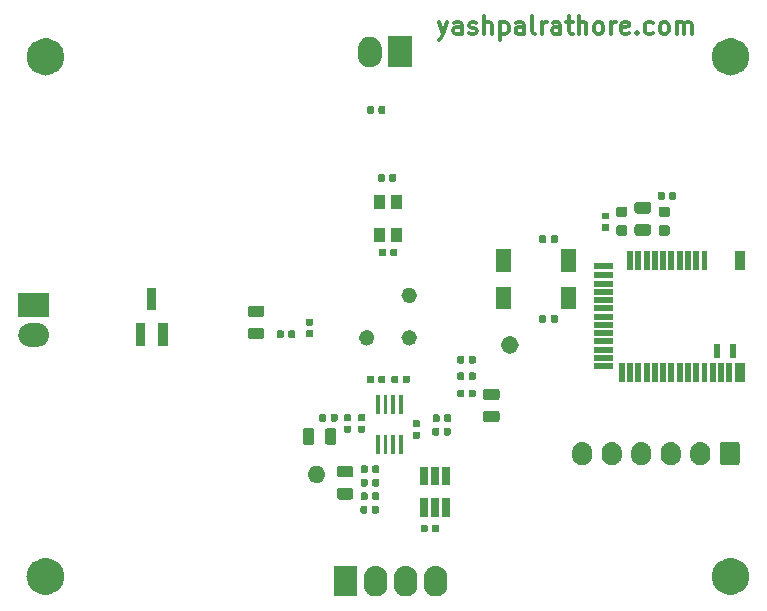
<source format=gbr>
%TF.GenerationSoftware,KiCad,Pcbnew,8.0.6*%
%TF.CreationDate,2024-11-12T13:07:58+05:30*%
%TF.ProjectId,SensePi_yashpal,53656e73-6550-4695-9f79-61736870616c,rev?*%
%TF.SameCoordinates,Original*%
%TF.FileFunction,Soldermask,Top*%
%TF.FilePolarity,Negative*%
%FSLAX46Y46*%
G04 Gerber Fmt 4.6, Leading zero omitted, Abs format (unit mm)*
G04 Created by KiCad (PCBNEW 8.0.6) date 2024-11-12 13:07:58*
%MOMM*%
%LPD*%
G01*
G04 APERTURE LIST*
%ADD10C,0.300000*%
%ADD11C,0.000000*%
%ADD12C,0.650000*%
%ADD13C,1.600000*%
%ADD14C,0.750000*%
G04 APERTURE END LIST*
D10*
X155585800Y-80998140D02*
X155514370Y-80926710D01*
X157800090Y-80141000D02*
X157942940Y-80069570D01*
X161728660Y-80212430D02*
X161800090Y-80355290D01*
X159085800Y-81069570D02*
X159014370Y-80998140D01*
D11*
G36*
X157050000Y-104550000D02*
G01*
X155450000Y-104550000D01*
X155450000Y-104050000D01*
X157050000Y-104050000D01*
X157050000Y-104550000D01*
G37*
D10*
X149014370Y-80498140D02*
X149371510Y-80498140D01*
D11*
G36*
X151249510Y-98117720D02*
G01*
X151251710Y-98117770D01*
X151253920Y-98117850D01*
X151256120Y-98117960D01*
X151258320Y-98118110D01*
X151260520Y-98118290D01*
X151262720Y-98118510D01*
X151264910Y-98118760D01*
X151267100Y-98119030D01*
X151269280Y-98119350D01*
X151271460Y-98119690D01*
X151273640Y-98120070D01*
X151275810Y-98120480D01*
X151277970Y-98120920D01*
X151280120Y-98121400D01*
X151282270Y-98121910D01*
X151284410Y-98122440D01*
X151286540Y-98123020D01*
X151288660Y-98123620D01*
X151290780Y-98124250D01*
X151292880Y-98124920D01*
X151294970Y-98125620D01*
X151297060Y-98126350D01*
X151299130Y-98127110D01*
X151301190Y-98127900D01*
X151303240Y-98128720D01*
X151305270Y-98129570D01*
X151307290Y-98130450D01*
X151309300Y-98131360D01*
X151311300Y-98132310D01*
X151313280Y-98133280D01*
X151315240Y-98134280D01*
X151317200Y-98135310D01*
X151319130Y-98136370D01*
X151321050Y-98137460D01*
X151322950Y-98138580D01*
X151324840Y-98139720D01*
X151326710Y-98140900D01*
X151328560Y-98142100D01*
X151330390Y-98143330D01*
X151332200Y-98144590D01*
X151334000Y-98145870D01*
X151335770Y-98147180D01*
X151337530Y-98148520D01*
X151339260Y-98149880D01*
X151340980Y-98151270D01*
X151342670Y-98152680D01*
X151344350Y-98154120D01*
X151346000Y-98155590D01*
X151347630Y-98157070D01*
X151349230Y-98158590D01*
X151350820Y-98160120D01*
X151352380Y-98161680D01*
X151353910Y-98163270D01*
X151355430Y-98164870D01*
X151356910Y-98166500D01*
X151358380Y-98168150D01*
X151359820Y-98169830D01*
X151361230Y-98171520D01*
X151362620Y-98173240D01*
X151363980Y-98174970D01*
X151365320Y-98176730D01*
X151366630Y-98178500D01*
X151367910Y-98180300D01*
X151369170Y-98182110D01*
X151370400Y-98183940D01*
X151371600Y-98185790D01*
X151372780Y-98187660D01*
X151373920Y-98189550D01*
X151375040Y-98191450D01*
X151376130Y-98193370D01*
X151377190Y-98195300D01*
X151378220Y-98197260D01*
X151379220Y-98199220D01*
X151380190Y-98201200D01*
X151381140Y-98203200D01*
X151382050Y-98205210D01*
X151382930Y-98207230D01*
X151383780Y-98209260D01*
X151384600Y-98211310D01*
X151385390Y-98213370D01*
X151386150Y-98215440D01*
X151386880Y-98217530D01*
X151387580Y-98219620D01*
X151388250Y-98221720D01*
X151388880Y-98223840D01*
X151389480Y-98225960D01*
X151390060Y-98228090D01*
X151390590Y-98230230D01*
X151391100Y-98232380D01*
X151391580Y-98234530D01*
X151392020Y-98236690D01*
X151392430Y-98238860D01*
X151392810Y-98241040D01*
X151393150Y-98243220D01*
X151393470Y-98245400D01*
X151393740Y-98247590D01*
X151393990Y-98249780D01*
X151394210Y-98251980D01*
X151394390Y-98254180D01*
X151394540Y-98256380D01*
X151394650Y-98258580D01*
X151394730Y-98260790D01*
X151394780Y-98262990D01*
X151394800Y-98265200D01*
X151394800Y-98610200D01*
X151394780Y-98612390D01*
X151394740Y-98614570D01*
X151394650Y-98616760D01*
X151394540Y-98618940D01*
X151394400Y-98621120D01*
X151394220Y-98623300D01*
X151394010Y-98625470D01*
X151393760Y-98627650D01*
X151393490Y-98629810D01*
X151393180Y-98631980D01*
X151392840Y-98634140D01*
X151392470Y-98636290D01*
X151392070Y-98638440D01*
X151391640Y-98640580D01*
X151391170Y-98642720D01*
X151390670Y-98644850D01*
X151390140Y-98646970D01*
X151389580Y-98649080D01*
X151388990Y-98651180D01*
X151388370Y-98653280D01*
X151387720Y-98655360D01*
X151387030Y-98657440D01*
X151386320Y-98659510D01*
X151385570Y-98661560D01*
X151384790Y-98663600D01*
X151383990Y-98665630D01*
X151383150Y-98667650D01*
X151382280Y-98669660D01*
X151381390Y-98671650D01*
X151380460Y-98673630D01*
X151379510Y-98675600D01*
X151378520Y-98677550D01*
X151377510Y-98679490D01*
X151376470Y-98681410D01*
X151375400Y-98683320D01*
X151374300Y-98685210D01*
X151373180Y-98687080D01*
X151372030Y-98688940D01*
X151370840Y-98690780D01*
X151369640Y-98692600D01*
X151368400Y-98694400D01*
X151367140Y-98696190D01*
X151365850Y-98697960D01*
X151364540Y-98699700D01*
X151363200Y-98701430D01*
X151361840Y-98703140D01*
X151360450Y-98704820D01*
X151359030Y-98706490D01*
X151357590Y-98708140D01*
X151356130Y-98709760D01*
X151354640Y-98711360D01*
X151353130Y-98712940D01*
X151351600Y-98714500D01*
X151350040Y-98716030D01*
X151348460Y-98717540D01*
X151346860Y-98719030D01*
X151345240Y-98720490D01*
X151343590Y-98721930D01*
X151341920Y-98723350D01*
X151340240Y-98724740D01*
X151338530Y-98726100D01*
X151336800Y-98727440D01*
X151335060Y-98728750D01*
X151333290Y-98730040D01*
X151331500Y-98731300D01*
X151329700Y-98732540D01*
X151327880Y-98733740D01*
X151326040Y-98734930D01*
X151324180Y-98736080D01*
X151322310Y-98737200D01*
X151320420Y-98738300D01*
X151318510Y-98739370D01*
X151316590Y-98740410D01*
X151314650Y-98741420D01*
X151312700Y-98742410D01*
X151310730Y-98743360D01*
X151308750Y-98744290D01*
X151306760Y-98745180D01*
X151304750Y-98746050D01*
X151302730Y-98746890D01*
X151300700Y-98747690D01*
X151298660Y-98748470D01*
X151296610Y-98749220D01*
X151294540Y-98749930D01*
X151292460Y-98750620D01*
X151290380Y-98751270D01*
X151288280Y-98751890D01*
X151286180Y-98752480D01*
X151284070Y-98753040D01*
X151281950Y-98753570D01*
X151279820Y-98754070D01*
X151277680Y-98754540D01*
X151275540Y-98754970D01*
X151273390Y-98755370D01*
X151271240Y-98755740D01*
X151269080Y-98756080D01*
X151266910Y-98756390D01*
X151264750Y-98756660D01*
X151262570Y-98756910D01*
X151260400Y-98757120D01*
X151258220Y-98757300D01*
X151256040Y-98757440D01*
X151253860Y-98757550D01*
X151251670Y-98757640D01*
X151249490Y-98757680D01*
X151247300Y-98757700D01*
X150952300Y-98757700D01*
X150950110Y-98757680D01*
X150947930Y-98757640D01*
X150945740Y-98757550D01*
X150943560Y-98757440D01*
X150941380Y-98757300D01*
X150939200Y-98757120D01*
X150937030Y-98756910D01*
X150934850Y-98756660D01*
X150932690Y-98756390D01*
X150930520Y-98756080D01*
X150928360Y-98755740D01*
X150926210Y-98755370D01*
X150924060Y-98754970D01*
X150921920Y-98754540D01*
X150919780Y-98754070D01*
X150917650Y-98753570D01*
X150915530Y-98753040D01*
X150913420Y-98752480D01*
X150911320Y-98751890D01*
X150909220Y-98751270D01*
X150907140Y-98750620D01*
X150905060Y-98749930D01*
X150902990Y-98749220D01*
X150900940Y-98748470D01*
X150898900Y-98747690D01*
X150896870Y-98746890D01*
X150894850Y-98746050D01*
X150892840Y-98745180D01*
X150890850Y-98744290D01*
X150888870Y-98743360D01*
X150886900Y-98742410D01*
X150884950Y-98741420D01*
X150883010Y-98740410D01*
X150881090Y-98739370D01*
X150879180Y-98738300D01*
X150877290Y-98737200D01*
X150875420Y-98736080D01*
X150873560Y-98734930D01*
X150871720Y-98733740D01*
X150869900Y-98732540D01*
X150868100Y-98731300D01*
X150866310Y-98730040D01*
X150864540Y-98728750D01*
X150862800Y-98727440D01*
X150861070Y-98726100D01*
X150859360Y-98724740D01*
X150857680Y-98723350D01*
X150856010Y-98721930D01*
X150854360Y-98720490D01*
X150852740Y-98719030D01*
X150851140Y-98717540D01*
X150849560Y-98716030D01*
X150848000Y-98714500D01*
X150846470Y-98712940D01*
X150844960Y-98711360D01*
X150843470Y-98709760D01*
X150842010Y-98708140D01*
X150840570Y-98706490D01*
X150839150Y-98704820D01*
X150837760Y-98703140D01*
X150836400Y-98701430D01*
X150835060Y-98699700D01*
X150833750Y-98697960D01*
X150832460Y-98696190D01*
X150831200Y-98694400D01*
X150829960Y-98692600D01*
X150828760Y-98690780D01*
X150827570Y-98688940D01*
X150826420Y-98687080D01*
X150825300Y-98685210D01*
X150824200Y-98683320D01*
X150823130Y-98681410D01*
X150822090Y-98679490D01*
X150821080Y-98677550D01*
X150820090Y-98675600D01*
X150819140Y-98673630D01*
X150818210Y-98671650D01*
X150817320Y-98669660D01*
X150816450Y-98667650D01*
X150815610Y-98665630D01*
X150814810Y-98663600D01*
X150814030Y-98661560D01*
X150813280Y-98659510D01*
X150812570Y-98657440D01*
X150811880Y-98655360D01*
X150811230Y-98653280D01*
X150810610Y-98651180D01*
X150810020Y-98649080D01*
X150809460Y-98646970D01*
X150808930Y-98644850D01*
X150808430Y-98642720D01*
X150807960Y-98640580D01*
X150807530Y-98638440D01*
X150807130Y-98636290D01*
X150806760Y-98634140D01*
X150806420Y-98631980D01*
X150806110Y-98629810D01*
X150805840Y-98627650D01*
X150805590Y-98625470D01*
X150805380Y-98623300D01*
X150805200Y-98621120D01*
X150805060Y-98618940D01*
X150804950Y-98616760D01*
X150804860Y-98614570D01*
X150804820Y-98612390D01*
X150804800Y-98610200D01*
X150804800Y-98265200D01*
X150804820Y-98262990D01*
X150804870Y-98260790D01*
X150804950Y-98258580D01*
X150805060Y-98256380D01*
X150805210Y-98254180D01*
X150805390Y-98251980D01*
X150805610Y-98249780D01*
X150805860Y-98247590D01*
X150806130Y-98245400D01*
X150806450Y-98243220D01*
X150806790Y-98241040D01*
X150807170Y-98238860D01*
X150807580Y-98236690D01*
X150808020Y-98234530D01*
X150808500Y-98232380D01*
X150809010Y-98230230D01*
X150809540Y-98228090D01*
X150810120Y-98225960D01*
X150810720Y-98223840D01*
X150811350Y-98221720D01*
X150812020Y-98219620D01*
X150812720Y-98217530D01*
X150813450Y-98215440D01*
X150814210Y-98213370D01*
X150815000Y-98211310D01*
X150815820Y-98209260D01*
X150816670Y-98207230D01*
X150817550Y-98205210D01*
X150818460Y-98203200D01*
X150819410Y-98201200D01*
X150820380Y-98199220D01*
X150821380Y-98197260D01*
X150822410Y-98195300D01*
X150823470Y-98193370D01*
X150824560Y-98191450D01*
X150825680Y-98189550D01*
X150826820Y-98187660D01*
X150828000Y-98185790D01*
X150829200Y-98183940D01*
X150830430Y-98182110D01*
X150831690Y-98180300D01*
X150832970Y-98178500D01*
X150834280Y-98176730D01*
X150835620Y-98174970D01*
X150836980Y-98173240D01*
X150838370Y-98171520D01*
X150839780Y-98169830D01*
X150841220Y-98168150D01*
X150842690Y-98166500D01*
X150844170Y-98164870D01*
X150845690Y-98163270D01*
X150847220Y-98161680D01*
X150848780Y-98160120D01*
X150850370Y-98158590D01*
X150851970Y-98157070D01*
X150853600Y-98155590D01*
X150855250Y-98154120D01*
X150856930Y-98152680D01*
X150858620Y-98151270D01*
X150860340Y-98149880D01*
X150862070Y-98148520D01*
X150863830Y-98147180D01*
X150865600Y-98145870D01*
X150867400Y-98144590D01*
X150869210Y-98143330D01*
X150871040Y-98142100D01*
X150872890Y-98140900D01*
X150874760Y-98139720D01*
X150876650Y-98138580D01*
X150878550Y-98137460D01*
X150880470Y-98136370D01*
X150882400Y-98135310D01*
X150884360Y-98134280D01*
X150886320Y-98133280D01*
X150888300Y-98132310D01*
X150890300Y-98131360D01*
X150892310Y-98130450D01*
X150894330Y-98129570D01*
X150896360Y-98128720D01*
X150898410Y-98127900D01*
X150900470Y-98127110D01*
X150902540Y-98126350D01*
X150904630Y-98125620D01*
X150906720Y-98124920D01*
X150908820Y-98124250D01*
X150910940Y-98123620D01*
X150913060Y-98123020D01*
X150915190Y-98122440D01*
X150917330Y-98121910D01*
X150919480Y-98121400D01*
X150921630Y-98120920D01*
X150923790Y-98120480D01*
X150925960Y-98120070D01*
X150928140Y-98119690D01*
X150930320Y-98119350D01*
X150932500Y-98119030D01*
X150934690Y-98118760D01*
X150936880Y-98118510D01*
X150939080Y-98118290D01*
X150941280Y-98118110D01*
X150943480Y-98117960D01*
X150945680Y-98117850D01*
X150947890Y-98117770D01*
X150950090Y-98117720D01*
X150952300Y-98117700D01*
X151247300Y-98117700D01*
X151249510Y-98117720D01*
G37*
G36*
X160150000Y-110550000D02*
G01*
X159650000Y-110550000D01*
X159650000Y-108950000D01*
X160150000Y-108950000D01*
X160150000Y-110550000D01*
G37*
G36*
X137688370Y-99242940D02*
G01*
X137690640Y-99242990D01*
X137692910Y-99243080D01*
X137695180Y-99243200D01*
X137697450Y-99243360D01*
X137699710Y-99243550D01*
X137701970Y-99243780D01*
X137704230Y-99244040D01*
X137706480Y-99244330D01*
X137708730Y-99244670D01*
X137710970Y-99245030D01*
X137713200Y-99245430D01*
X137715430Y-99245870D01*
X137717660Y-99246330D01*
X137719870Y-99246840D01*
X137722080Y-99247370D01*
X137724280Y-99247950D01*
X137726470Y-99248550D01*
X137728650Y-99249190D01*
X137730820Y-99249860D01*
X137732970Y-99250570D01*
X137735120Y-99251300D01*
X137737260Y-99252080D01*
X137739380Y-99252880D01*
X137741490Y-99253720D01*
X137743590Y-99254590D01*
X137745680Y-99255490D01*
X137747750Y-99256420D01*
X137749810Y-99257390D01*
X137751850Y-99258380D01*
X137753870Y-99259410D01*
X137755880Y-99260470D01*
X137757870Y-99261560D01*
X137759850Y-99262680D01*
X137761810Y-99263830D01*
X137763750Y-99265010D01*
X137765670Y-99266220D01*
X137767570Y-99267460D01*
X137769460Y-99268730D01*
X137771320Y-99270030D01*
X137773170Y-99271360D01*
X137774990Y-99272710D01*
X137776790Y-99274100D01*
X137778570Y-99275510D01*
X137780330Y-99276940D01*
X137782070Y-99278410D01*
X137783780Y-99279900D01*
X137785470Y-99281420D01*
X137787140Y-99282960D01*
X137788780Y-99284530D01*
X137790400Y-99286120D01*
X137791990Y-99287740D01*
X137793560Y-99289380D01*
X137795100Y-99291050D01*
X137796620Y-99292740D01*
X137798110Y-99294450D01*
X137799580Y-99296190D01*
X137801010Y-99297950D01*
X137802420Y-99299730D01*
X137803810Y-99301530D01*
X137805160Y-99303350D01*
X137806490Y-99305200D01*
X137807790Y-99307060D01*
X137809060Y-99308950D01*
X137810300Y-99310850D01*
X137811510Y-99312770D01*
X137812690Y-99314710D01*
X137813840Y-99316670D01*
X137814960Y-99318650D01*
X137816050Y-99320640D01*
X137817110Y-99322650D01*
X137818140Y-99324670D01*
X137819130Y-99326710D01*
X137820100Y-99328770D01*
X137821030Y-99330840D01*
X137821930Y-99332930D01*
X137822800Y-99335030D01*
X137823640Y-99337140D01*
X137824440Y-99339260D01*
X137825220Y-99341400D01*
X137825950Y-99343550D01*
X137826660Y-99345700D01*
X137827330Y-99347870D01*
X137827970Y-99350050D01*
X137828570Y-99352240D01*
X137829150Y-99354440D01*
X137829680Y-99356650D01*
X137830190Y-99358860D01*
X137830650Y-99361090D01*
X137831090Y-99363320D01*
X137831490Y-99365550D01*
X137831850Y-99367790D01*
X137832190Y-99370040D01*
X137832480Y-99372290D01*
X137832740Y-99374550D01*
X137832970Y-99376810D01*
X137833160Y-99379070D01*
X137833320Y-99381340D01*
X137833440Y-99383610D01*
X137833530Y-99385880D01*
X137833580Y-99388150D01*
X137833600Y-99390420D01*
X137833600Y-99735420D01*
X137833580Y-99737690D01*
X137833530Y-99739960D01*
X137833440Y-99742230D01*
X137833320Y-99744500D01*
X137833160Y-99746770D01*
X137832970Y-99749030D01*
X137832740Y-99751290D01*
X137832480Y-99753550D01*
X137832190Y-99755800D01*
X137831850Y-99758050D01*
X137831490Y-99760290D01*
X137831090Y-99762520D01*
X137830650Y-99764750D01*
X137830190Y-99766980D01*
X137829680Y-99769190D01*
X137829150Y-99771400D01*
X137828570Y-99773600D01*
X137827970Y-99775790D01*
X137827330Y-99777970D01*
X137826660Y-99780140D01*
X137825950Y-99782290D01*
X137825220Y-99784440D01*
X137824440Y-99786580D01*
X137823640Y-99788700D01*
X137822800Y-99790810D01*
X137821930Y-99792910D01*
X137821030Y-99795000D01*
X137820100Y-99797070D01*
X137819130Y-99799130D01*
X137818140Y-99801170D01*
X137817110Y-99803190D01*
X137816050Y-99805200D01*
X137814960Y-99807190D01*
X137813840Y-99809170D01*
X137812690Y-99811130D01*
X137811510Y-99813070D01*
X137810300Y-99814990D01*
X137809060Y-99816890D01*
X137807790Y-99818780D01*
X137806490Y-99820640D01*
X137805160Y-99822490D01*
X137803810Y-99824310D01*
X137802420Y-99826110D01*
X137801010Y-99827890D01*
X137799580Y-99829650D01*
X137798110Y-99831390D01*
X137796620Y-99833100D01*
X137795100Y-99834790D01*
X137793560Y-99836460D01*
X137791990Y-99838100D01*
X137790400Y-99839720D01*
X137788780Y-99841310D01*
X137787140Y-99842880D01*
X137785470Y-99844420D01*
X137783780Y-99845940D01*
X137782070Y-99847430D01*
X137780330Y-99848900D01*
X137778570Y-99850330D01*
X137776790Y-99851740D01*
X137774990Y-99853130D01*
X137773170Y-99854480D01*
X137771320Y-99855810D01*
X137769460Y-99857110D01*
X137767570Y-99858380D01*
X137765670Y-99859620D01*
X137763750Y-99860830D01*
X137761810Y-99862010D01*
X137759850Y-99863160D01*
X137757870Y-99864280D01*
X137755880Y-99865370D01*
X137753870Y-99866430D01*
X137751850Y-99867460D01*
X137749810Y-99868450D01*
X137747750Y-99869420D01*
X137745680Y-99870350D01*
X137743590Y-99871250D01*
X137741490Y-99872120D01*
X137739380Y-99872960D01*
X137737260Y-99873760D01*
X137735120Y-99874540D01*
X137732970Y-99875270D01*
X137730820Y-99875980D01*
X137728650Y-99876650D01*
X137726470Y-99877290D01*
X137724280Y-99877890D01*
X137722080Y-99878470D01*
X137719870Y-99879000D01*
X137717660Y-99879510D01*
X137715430Y-99879970D01*
X137713200Y-99880410D01*
X137710970Y-99880810D01*
X137708730Y-99881170D01*
X137706480Y-99881510D01*
X137704230Y-99881800D01*
X137701970Y-99882060D01*
X137699710Y-99882290D01*
X137697450Y-99882480D01*
X137695180Y-99882640D01*
X137692910Y-99882760D01*
X137690640Y-99882850D01*
X137688370Y-99882900D01*
X137686100Y-99882920D01*
X137391100Y-99882920D01*
X137388830Y-99882900D01*
X137386560Y-99882850D01*
X137384290Y-99882760D01*
X137382020Y-99882640D01*
X137379750Y-99882480D01*
X137377490Y-99882290D01*
X137375230Y-99882060D01*
X137372970Y-99881800D01*
X137370720Y-99881510D01*
X137368470Y-99881170D01*
X137366230Y-99880810D01*
X137364000Y-99880410D01*
X137361770Y-99879970D01*
X137359540Y-99879510D01*
X137357330Y-99879000D01*
X137355120Y-99878470D01*
X137352920Y-99877890D01*
X137350730Y-99877290D01*
X137348550Y-99876650D01*
X137346380Y-99875980D01*
X137344230Y-99875270D01*
X137342080Y-99874540D01*
X137339940Y-99873760D01*
X137337820Y-99872960D01*
X137335710Y-99872120D01*
X137333610Y-99871250D01*
X137331520Y-99870350D01*
X137329450Y-99869420D01*
X137327390Y-99868450D01*
X137325350Y-99867460D01*
X137323330Y-99866430D01*
X137321320Y-99865370D01*
X137319330Y-99864280D01*
X137317350Y-99863160D01*
X137315390Y-99862010D01*
X137313450Y-99860830D01*
X137311530Y-99859620D01*
X137309630Y-99858380D01*
X137307740Y-99857110D01*
X137305880Y-99855810D01*
X137304030Y-99854480D01*
X137302210Y-99853130D01*
X137300410Y-99851740D01*
X137298630Y-99850330D01*
X137296870Y-99848900D01*
X137295130Y-99847430D01*
X137293420Y-99845940D01*
X137291730Y-99844420D01*
X137290060Y-99842880D01*
X137288420Y-99841310D01*
X137286800Y-99839720D01*
X137285210Y-99838100D01*
X137283640Y-99836460D01*
X137282100Y-99834790D01*
X137280580Y-99833100D01*
X137279090Y-99831390D01*
X137277620Y-99829650D01*
X137276190Y-99827890D01*
X137274780Y-99826110D01*
X137273390Y-99824310D01*
X137272040Y-99822490D01*
X137270710Y-99820640D01*
X137269410Y-99818780D01*
X137268140Y-99816890D01*
X137266900Y-99814990D01*
X137265690Y-99813070D01*
X137264510Y-99811130D01*
X137263360Y-99809170D01*
X137262240Y-99807190D01*
X137261150Y-99805200D01*
X137260090Y-99803190D01*
X137259060Y-99801170D01*
X137258070Y-99799130D01*
X137257100Y-99797070D01*
X137256170Y-99795000D01*
X137255270Y-99792910D01*
X137254400Y-99790810D01*
X137253560Y-99788700D01*
X137252760Y-99786580D01*
X137251980Y-99784440D01*
X137251250Y-99782290D01*
X137250540Y-99780140D01*
X137249870Y-99777970D01*
X137249230Y-99775790D01*
X137248630Y-99773600D01*
X137248050Y-99771400D01*
X137247520Y-99769190D01*
X137247010Y-99766980D01*
X137246550Y-99764750D01*
X137246110Y-99762520D01*
X137245710Y-99760290D01*
X137245350Y-99758050D01*
X137245010Y-99755800D01*
X137244720Y-99753550D01*
X137244460Y-99751290D01*
X137244230Y-99749030D01*
X137244040Y-99746770D01*
X137243880Y-99744500D01*
X137243760Y-99742230D01*
X137243670Y-99739960D01*
X137243620Y-99737690D01*
X137243600Y-99735420D01*
X137243600Y-99390420D01*
X137243620Y-99388150D01*
X137243670Y-99385880D01*
X137243760Y-99383610D01*
X137243880Y-99381340D01*
X137244040Y-99379070D01*
X137244230Y-99376810D01*
X137244460Y-99374550D01*
X137244720Y-99372290D01*
X137245010Y-99370040D01*
X137245350Y-99367790D01*
X137245710Y-99365550D01*
X137246110Y-99363320D01*
X137246550Y-99361090D01*
X137247010Y-99358860D01*
X137247520Y-99356650D01*
X137248050Y-99354440D01*
X137248630Y-99352240D01*
X137249230Y-99350050D01*
X137249870Y-99347870D01*
X137250540Y-99345700D01*
X137251250Y-99343550D01*
X137251980Y-99341400D01*
X137252760Y-99339260D01*
X137253560Y-99337140D01*
X137254400Y-99335030D01*
X137255270Y-99332930D01*
X137256170Y-99330840D01*
X137257100Y-99328770D01*
X137258070Y-99326710D01*
X137259060Y-99324670D01*
X137260090Y-99322650D01*
X137261150Y-99320640D01*
X137262240Y-99318650D01*
X137263360Y-99316670D01*
X137264510Y-99314710D01*
X137265690Y-99312770D01*
X137266900Y-99310850D01*
X137268140Y-99308950D01*
X137269410Y-99307060D01*
X137270710Y-99305200D01*
X137272040Y-99303350D01*
X137273390Y-99301530D01*
X137274780Y-99299730D01*
X137276190Y-99297950D01*
X137277620Y-99296190D01*
X137279090Y-99294450D01*
X137280580Y-99292740D01*
X137282100Y-99291050D01*
X137283640Y-99289380D01*
X137285210Y-99287740D01*
X137286800Y-99286120D01*
X137288420Y-99284530D01*
X137290060Y-99282960D01*
X137291730Y-99281420D01*
X137293420Y-99279900D01*
X137295130Y-99278410D01*
X137296870Y-99276940D01*
X137298630Y-99275510D01*
X137300410Y-99274100D01*
X137302210Y-99272710D01*
X137304030Y-99271360D01*
X137305880Y-99270030D01*
X137307740Y-99268730D01*
X137309630Y-99267460D01*
X137311530Y-99266220D01*
X137313450Y-99265010D01*
X137315390Y-99263830D01*
X137317350Y-99262680D01*
X137319330Y-99261560D01*
X137321320Y-99260470D01*
X137323330Y-99259410D01*
X137325350Y-99258380D01*
X137327390Y-99257390D01*
X137329450Y-99256420D01*
X137331520Y-99255490D01*
X137333610Y-99254590D01*
X137335710Y-99253720D01*
X137337820Y-99252880D01*
X137339940Y-99252080D01*
X137342080Y-99251300D01*
X137344230Y-99250570D01*
X137346380Y-99249860D01*
X137348550Y-99249190D01*
X137350730Y-99248550D01*
X137352920Y-99247950D01*
X137355120Y-99247370D01*
X137357330Y-99246840D01*
X137359540Y-99246330D01*
X137361770Y-99245870D01*
X137364000Y-99245430D01*
X137366230Y-99245030D01*
X137368470Y-99244670D01*
X137370720Y-99244330D01*
X137372970Y-99244040D01*
X137375230Y-99243780D01*
X137377490Y-99243550D01*
X137379750Y-99243360D01*
X137382020Y-99243200D01*
X137384290Y-99243080D01*
X137386560Y-99242990D01*
X137388830Y-99242940D01*
X137391100Y-99242920D01*
X137686100Y-99242920D01*
X137688370Y-99242940D01*
G37*
G36*
X145287690Y-111186020D02*
G01*
X145289870Y-111186060D01*
X145292060Y-111186150D01*
X145294240Y-111186260D01*
X145296420Y-111186400D01*
X145298600Y-111186580D01*
X145300770Y-111186790D01*
X145302950Y-111187040D01*
X145305110Y-111187310D01*
X145307280Y-111187620D01*
X145309440Y-111187960D01*
X145311590Y-111188330D01*
X145313740Y-111188730D01*
X145315880Y-111189160D01*
X145318020Y-111189630D01*
X145320150Y-111190130D01*
X145322270Y-111190660D01*
X145324380Y-111191220D01*
X145326480Y-111191810D01*
X145328580Y-111192430D01*
X145330660Y-111193080D01*
X145332740Y-111193770D01*
X145334810Y-111194480D01*
X145336860Y-111195230D01*
X145338900Y-111196010D01*
X145340930Y-111196810D01*
X145342950Y-111197650D01*
X145344960Y-111198520D01*
X145346950Y-111199410D01*
X145348930Y-111200340D01*
X145350900Y-111201290D01*
X145352850Y-111202280D01*
X145354790Y-111203290D01*
X145356710Y-111204330D01*
X145358620Y-111205400D01*
X145360510Y-111206500D01*
X145362380Y-111207620D01*
X145364240Y-111208770D01*
X145366080Y-111209960D01*
X145367900Y-111211160D01*
X145369700Y-111212400D01*
X145371490Y-111213660D01*
X145373260Y-111214950D01*
X145375000Y-111216260D01*
X145376730Y-111217600D01*
X145378440Y-111218960D01*
X145380120Y-111220350D01*
X145381790Y-111221770D01*
X145383440Y-111223210D01*
X145385060Y-111224670D01*
X145386660Y-111226160D01*
X145388240Y-111227670D01*
X145389800Y-111229200D01*
X145391330Y-111230760D01*
X145392840Y-111232340D01*
X145394330Y-111233940D01*
X145395790Y-111235560D01*
X145397230Y-111237210D01*
X145398650Y-111238880D01*
X145400040Y-111240560D01*
X145401400Y-111242270D01*
X145402740Y-111244000D01*
X145404050Y-111245740D01*
X145405340Y-111247510D01*
X145406600Y-111249300D01*
X145407840Y-111251100D01*
X145409040Y-111252920D01*
X145410230Y-111254760D01*
X145411380Y-111256620D01*
X145412500Y-111258490D01*
X145413600Y-111260380D01*
X145414670Y-111262290D01*
X145415710Y-111264210D01*
X145416720Y-111266150D01*
X145417710Y-111268100D01*
X145418660Y-111270070D01*
X145419590Y-111272050D01*
X145420480Y-111274040D01*
X145421350Y-111276050D01*
X145422190Y-111278070D01*
X145422990Y-111280100D01*
X145423770Y-111282140D01*
X145424520Y-111284190D01*
X145425230Y-111286260D01*
X145425920Y-111288340D01*
X145426570Y-111290420D01*
X145427190Y-111292520D01*
X145427780Y-111294620D01*
X145428340Y-111296730D01*
X145428870Y-111298850D01*
X145429370Y-111300980D01*
X145429840Y-111303120D01*
X145430270Y-111305260D01*
X145430670Y-111307410D01*
X145431040Y-111309560D01*
X145431380Y-111311720D01*
X145431690Y-111313890D01*
X145431960Y-111316050D01*
X145432210Y-111318230D01*
X145432420Y-111320400D01*
X145432600Y-111322580D01*
X145432740Y-111324760D01*
X145432850Y-111326940D01*
X145432940Y-111329130D01*
X145432980Y-111331310D01*
X145433000Y-111333500D01*
X145433000Y-111678500D01*
X145432980Y-111680690D01*
X145432940Y-111682870D01*
X145432850Y-111685060D01*
X145432740Y-111687240D01*
X145432600Y-111689420D01*
X145432420Y-111691600D01*
X145432210Y-111693770D01*
X145431960Y-111695950D01*
X145431690Y-111698110D01*
X145431380Y-111700280D01*
X145431040Y-111702440D01*
X145430670Y-111704590D01*
X145430270Y-111706740D01*
X145429840Y-111708880D01*
X145429370Y-111711020D01*
X145428870Y-111713150D01*
X145428340Y-111715270D01*
X145427780Y-111717380D01*
X145427190Y-111719480D01*
X145426570Y-111721580D01*
X145425920Y-111723660D01*
X145425230Y-111725740D01*
X145424520Y-111727810D01*
X145423770Y-111729860D01*
X145422990Y-111731900D01*
X145422190Y-111733930D01*
X145421350Y-111735950D01*
X145420480Y-111737960D01*
X145419590Y-111739950D01*
X145418660Y-111741930D01*
X145417710Y-111743900D01*
X145416720Y-111745850D01*
X145415710Y-111747790D01*
X145414670Y-111749710D01*
X145413600Y-111751620D01*
X145412500Y-111753510D01*
X145411380Y-111755380D01*
X145410230Y-111757240D01*
X145409040Y-111759080D01*
X145407840Y-111760900D01*
X145406600Y-111762700D01*
X145405340Y-111764490D01*
X145404050Y-111766260D01*
X145402740Y-111768000D01*
X145401400Y-111769730D01*
X145400040Y-111771440D01*
X145398650Y-111773120D01*
X145397230Y-111774790D01*
X145395790Y-111776440D01*
X145394330Y-111778060D01*
X145392840Y-111779660D01*
X145391330Y-111781240D01*
X145389800Y-111782800D01*
X145388240Y-111784330D01*
X145386660Y-111785840D01*
X145385060Y-111787330D01*
X145383440Y-111788790D01*
X145381790Y-111790230D01*
X145380120Y-111791650D01*
X145378440Y-111793040D01*
X145376730Y-111794400D01*
X145375000Y-111795740D01*
X145373260Y-111797050D01*
X145371490Y-111798340D01*
X145369700Y-111799600D01*
X145367900Y-111800840D01*
X145366080Y-111802040D01*
X145364240Y-111803230D01*
X145362380Y-111804380D01*
X145360510Y-111805500D01*
X145358620Y-111806600D01*
X145356710Y-111807670D01*
X145354790Y-111808710D01*
X145352850Y-111809720D01*
X145350900Y-111810710D01*
X145348930Y-111811660D01*
X145346950Y-111812590D01*
X145344960Y-111813480D01*
X145342950Y-111814350D01*
X145340930Y-111815190D01*
X145338900Y-111815990D01*
X145336860Y-111816770D01*
X145334810Y-111817520D01*
X145332740Y-111818230D01*
X145330660Y-111818920D01*
X145328580Y-111819570D01*
X145326480Y-111820190D01*
X145324380Y-111820780D01*
X145322270Y-111821340D01*
X145320150Y-111821870D01*
X145318020Y-111822370D01*
X145315880Y-111822840D01*
X145313740Y-111823270D01*
X145311590Y-111823670D01*
X145309440Y-111824040D01*
X145307280Y-111824380D01*
X145305110Y-111824690D01*
X145302950Y-111824960D01*
X145300770Y-111825210D01*
X145298600Y-111825420D01*
X145296420Y-111825600D01*
X145294240Y-111825740D01*
X145292060Y-111825850D01*
X145289870Y-111825940D01*
X145287690Y-111825980D01*
X145285500Y-111826000D01*
X144990500Y-111826000D01*
X144988310Y-111825980D01*
X144986130Y-111825940D01*
X144983940Y-111825850D01*
X144981760Y-111825740D01*
X144979580Y-111825600D01*
X144977400Y-111825420D01*
X144975230Y-111825210D01*
X144973050Y-111824960D01*
X144970890Y-111824690D01*
X144968720Y-111824380D01*
X144966560Y-111824040D01*
X144964410Y-111823670D01*
X144962260Y-111823270D01*
X144960120Y-111822840D01*
X144957980Y-111822370D01*
X144955850Y-111821870D01*
X144953730Y-111821340D01*
X144951620Y-111820780D01*
X144949520Y-111820190D01*
X144947420Y-111819570D01*
X144945340Y-111818920D01*
X144943260Y-111818230D01*
X144941190Y-111817520D01*
X144939140Y-111816770D01*
X144937100Y-111815990D01*
X144935070Y-111815190D01*
X144933050Y-111814350D01*
X144931040Y-111813480D01*
X144929050Y-111812590D01*
X144927070Y-111811660D01*
X144925100Y-111810710D01*
X144923150Y-111809720D01*
X144921210Y-111808710D01*
X144919290Y-111807670D01*
X144917380Y-111806600D01*
X144915490Y-111805500D01*
X144913620Y-111804380D01*
X144911760Y-111803230D01*
X144909920Y-111802040D01*
X144908100Y-111800840D01*
X144906300Y-111799600D01*
X144904510Y-111798340D01*
X144902740Y-111797050D01*
X144901000Y-111795740D01*
X144899270Y-111794400D01*
X144897560Y-111793040D01*
X144895880Y-111791650D01*
X144894210Y-111790230D01*
X144892560Y-111788790D01*
X144890940Y-111787330D01*
X144889340Y-111785840D01*
X144887760Y-111784330D01*
X144886200Y-111782800D01*
X144884670Y-111781240D01*
X144883160Y-111779660D01*
X144881670Y-111778060D01*
X144880210Y-111776440D01*
X144878770Y-111774790D01*
X144877350Y-111773120D01*
X144875960Y-111771440D01*
X144874600Y-111769730D01*
X144873260Y-111768000D01*
X144871950Y-111766260D01*
X144870660Y-111764490D01*
X144869400Y-111762700D01*
X144868160Y-111760900D01*
X144866960Y-111759080D01*
X144865770Y-111757240D01*
X144864620Y-111755380D01*
X144863500Y-111753510D01*
X144862400Y-111751620D01*
X144861330Y-111749710D01*
X144860290Y-111747790D01*
X144859280Y-111745850D01*
X144858290Y-111743900D01*
X144857340Y-111741930D01*
X144856410Y-111739950D01*
X144855520Y-111737960D01*
X144854650Y-111735950D01*
X144853810Y-111733930D01*
X144853010Y-111731900D01*
X144852230Y-111729860D01*
X144851480Y-111727810D01*
X144850770Y-111725740D01*
X144850080Y-111723660D01*
X144849430Y-111721580D01*
X144848810Y-111719480D01*
X144848220Y-111717380D01*
X144847660Y-111715270D01*
X144847130Y-111713150D01*
X144846630Y-111711020D01*
X144846160Y-111708880D01*
X144845730Y-111706740D01*
X144845330Y-111704590D01*
X144844960Y-111702440D01*
X144844620Y-111700280D01*
X144844310Y-111698110D01*
X144844040Y-111695950D01*
X144843790Y-111693770D01*
X144843580Y-111691600D01*
X144843400Y-111689420D01*
X144843260Y-111687240D01*
X144843150Y-111685060D01*
X144843060Y-111682870D01*
X144843020Y-111680690D01*
X144843000Y-111678500D01*
X144843000Y-111333500D01*
X144843020Y-111331310D01*
X144843060Y-111329130D01*
X144843150Y-111326940D01*
X144843260Y-111324760D01*
X144843400Y-111322580D01*
X144843580Y-111320400D01*
X144843790Y-111318230D01*
X144844040Y-111316050D01*
X144844310Y-111313890D01*
X144844620Y-111311720D01*
X144844960Y-111309560D01*
X144845330Y-111307410D01*
X144845730Y-111305260D01*
X144846160Y-111303120D01*
X144846630Y-111300980D01*
X144847130Y-111298850D01*
X144847660Y-111296730D01*
X144848220Y-111294620D01*
X144848810Y-111292520D01*
X144849430Y-111290420D01*
X144850080Y-111288340D01*
X144850770Y-111286260D01*
X144851480Y-111284190D01*
X144852230Y-111282140D01*
X144853010Y-111280100D01*
X144853810Y-111278070D01*
X144854650Y-111276050D01*
X144855520Y-111274040D01*
X144856410Y-111272050D01*
X144857340Y-111270070D01*
X144858290Y-111268100D01*
X144859280Y-111266150D01*
X144860290Y-111264210D01*
X144861330Y-111262290D01*
X144862400Y-111260380D01*
X144863500Y-111258490D01*
X144864620Y-111256620D01*
X144865770Y-111254760D01*
X144866960Y-111252920D01*
X144868160Y-111251100D01*
X144869400Y-111249300D01*
X144870660Y-111247510D01*
X144871950Y-111245740D01*
X144873260Y-111244000D01*
X144874600Y-111242270D01*
X144875960Y-111240560D01*
X144877350Y-111238880D01*
X144878770Y-111237210D01*
X144880210Y-111235560D01*
X144881670Y-111233940D01*
X144883160Y-111232340D01*
X144884670Y-111230760D01*
X144886200Y-111229200D01*
X144887760Y-111227670D01*
X144889340Y-111226160D01*
X144890940Y-111224670D01*
X144892560Y-111223210D01*
X144894210Y-111221770D01*
X144895880Y-111220350D01*
X144897560Y-111218960D01*
X144899270Y-111217600D01*
X144901000Y-111216260D01*
X144902740Y-111214950D01*
X144904510Y-111213660D01*
X144906300Y-111212400D01*
X144908100Y-111211160D01*
X144909920Y-111209960D01*
X144911760Y-111208770D01*
X144913620Y-111207620D01*
X144915490Y-111206500D01*
X144917380Y-111205400D01*
X144919290Y-111204330D01*
X144921210Y-111203290D01*
X144923150Y-111202280D01*
X144925100Y-111201290D01*
X144927070Y-111200340D01*
X144929050Y-111199410D01*
X144931040Y-111198520D01*
X144933050Y-111197650D01*
X144935070Y-111196810D01*
X144937100Y-111196010D01*
X144939140Y-111195230D01*
X144941190Y-111194480D01*
X144943260Y-111193770D01*
X144945340Y-111193080D01*
X144947420Y-111192430D01*
X144949520Y-111191810D01*
X144951620Y-111191220D01*
X144953730Y-111190660D01*
X144955850Y-111190130D01*
X144957980Y-111189630D01*
X144960120Y-111189160D01*
X144962260Y-111188730D01*
X144964410Y-111188330D01*
X144966560Y-111187960D01*
X144968720Y-111187620D01*
X144970890Y-111187310D01*
X144973050Y-111187040D01*
X144975230Y-111186790D01*
X144977400Y-111186580D01*
X144979580Y-111186400D01*
X144981760Y-111186260D01*
X144983940Y-111186150D01*
X144986130Y-111186060D01*
X144988310Y-111186020D01*
X144990500Y-111186000D01*
X145285500Y-111186000D01*
X145287690Y-111186020D01*
G37*
D10*
X163514370Y-80069570D02*
X163657230Y-80141000D01*
D11*
G36*
X138658350Y-99242940D02*
G01*
X138660600Y-99242990D01*
X138662850Y-99243070D01*
X138665090Y-99243190D01*
X138667340Y-99243350D01*
X138669580Y-99243540D01*
X138671820Y-99243760D01*
X138674050Y-99244020D01*
X138676280Y-99244310D01*
X138678510Y-99244630D01*
X138680730Y-99244990D01*
X138682940Y-99245380D01*
X138685150Y-99245810D01*
X138687350Y-99246270D01*
X138689550Y-99246760D01*
X138691730Y-99247290D01*
X138693910Y-99247850D01*
X138696080Y-99248440D01*
X138698240Y-99249070D01*
X138700390Y-99249730D01*
X138702530Y-99250420D01*
X138704660Y-99251140D01*
X138706780Y-99251900D01*
X138708890Y-99252690D01*
X138710980Y-99253510D01*
X138713060Y-99254360D01*
X138715130Y-99255250D01*
X138717190Y-99256160D01*
X138719230Y-99257110D01*
X138721250Y-99258090D01*
X138723260Y-99259100D01*
X138725260Y-99260140D01*
X138727240Y-99261210D01*
X138729200Y-99262310D01*
X138731140Y-99263440D01*
X138733070Y-99264600D01*
X138734980Y-99265790D01*
X138736870Y-99267000D01*
X138738750Y-99268250D01*
X138740600Y-99269520D01*
X138742430Y-99270830D01*
X138744250Y-99272160D01*
X138746040Y-99273510D01*
X138747810Y-99274900D01*
X138749560Y-99276310D01*
X138751290Y-99277750D01*
X138753000Y-99279220D01*
X138754690Y-99280710D01*
X138756350Y-99282220D01*
X138757990Y-99283760D01*
X138759600Y-99285330D01*
X138761190Y-99286920D01*
X138762760Y-99288530D01*
X138764300Y-99290170D01*
X138765810Y-99291830D01*
X138767300Y-99293520D01*
X138768770Y-99295230D01*
X138770210Y-99296960D01*
X138771620Y-99298710D01*
X138773010Y-99300480D01*
X138774360Y-99302270D01*
X138775690Y-99304090D01*
X138777000Y-99305920D01*
X138778270Y-99307770D01*
X138779520Y-99309650D01*
X138780730Y-99311540D01*
X138781920Y-99313450D01*
X138783080Y-99315380D01*
X138784210Y-99317320D01*
X138785310Y-99319280D01*
X138786380Y-99321260D01*
X138787420Y-99323260D01*
X138788430Y-99325270D01*
X138789410Y-99327290D01*
X138790360Y-99329330D01*
X138791270Y-99331390D01*
X138792160Y-99333460D01*
X138793010Y-99335540D01*
X138793830Y-99337630D01*
X138794620Y-99339740D01*
X138795380Y-99341860D01*
X138796100Y-99343990D01*
X138796790Y-99346130D01*
X138797450Y-99348280D01*
X138798080Y-99350440D01*
X138798670Y-99352610D01*
X138799230Y-99354790D01*
X138799760Y-99356970D01*
X138800250Y-99359170D01*
X138800710Y-99361370D01*
X138801140Y-99363580D01*
X138801530Y-99365790D01*
X138801890Y-99368010D01*
X138802210Y-99370240D01*
X138802500Y-99372470D01*
X138802760Y-99374700D01*
X138802980Y-99376940D01*
X138803170Y-99379180D01*
X138803330Y-99381430D01*
X138803450Y-99383670D01*
X138803530Y-99385920D01*
X138803580Y-99388170D01*
X138803600Y-99390420D01*
X138803600Y-99735420D01*
X138803580Y-99737670D01*
X138803530Y-99739920D01*
X138803450Y-99742170D01*
X138803330Y-99744410D01*
X138803170Y-99746660D01*
X138802980Y-99748900D01*
X138802760Y-99751140D01*
X138802500Y-99753370D01*
X138802210Y-99755600D01*
X138801890Y-99757830D01*
X138801530Y-99760050D01*
X138801140Y-99762260D01*
X138800710Y-99764470D01*
X138800250Y-99766670D01*
X138799760Y-99768870D01*
X138799230Y-99771050D01*
X138798670Y-99773230D01*
X138798080Y-99775400D01*
X138797450Y-99777560D01*
X138796790Y-99779710D01*
X138796100Y-99781850D01*
X138795380Y-99783980D01*
X138794620Y-99786100D01*
X138793830Y-99788210D01*
X138793010Y-99790300D01*
X138792160Y-99792380D01*
X138791270Y-99794450D01*
X138790360Y-99796510D01*
X138789410Y-99798550D01*
X138788430Y-99800570D01*
X138787420Y-99802580D01*
X138786380Y-99804580D01*
X138785310Y-99806560D01*
X138784210Y-99808520D01*
X138783080Y-99810460D01*
X138781920Y-99812390D01*
X138780730Y-99814300D01*
X138779520Y-99816190D01*
X138778270Y-99818070D01*
X138777000Y-99819920D01*
X138775690Y-99821750D01*
X138774360Y-99823570D01*
X138773010Y-99825360D01*
X138771620Y-99827130D01*
X138770210Y-99828880D01*
X138768770Y-99830610D01*
X138767300Y-99832320D01*
X138765810Y-99834010D01*
X138764300Y-99835670D01*
X138762760Y-99837310D01*
X138761190Y-99838920D01*
X138759600Y-99840510D01*
X138757990Y-99842080D01*
X138756350Y-99843620D01*
X138754690Y-99845130D01*
X138753000Y-99846620D01*
X138751290Y-99848090D01*
X138749560Y-99849530D01*
X138747810Y-99850940D01*
X138746040Y-99852330D01*
X138744250Y-99853680D01*
X138742430Y-99855010D01*
X138740600Y-99856320D01*
X138738750Y-99857590D01*
X138736870Y-99858840D01*
X138734980Y-99860050D01*
X138733070Y-99861240D01*
X138731140Y-99862400D01*
X138729200Y-99863530D01*
X138727240Y-99864630D01*
X138725260Y-99865700D01*
X138723260Y-99866740D01*
X138721250Y-99867750D01*
X138719230Y-99868730D01*
X138717190Y-99869680D01*
X138715130Y-99870590D01*
X138713060Y-99871480D01*
X138710980Y-99872330D01*
X138708890Y-99873150D01*
X138706780Y-99873940D01*
X138704660Y-99874700D01*
X138702530Y-99875420D01*
X138700390Y-99876110D01*
X138698240Y-99876770D01*
X138696080Y-99877400D01*
X138693910Y-99877990D01*
X138691730Y-99878550D01*
X138689550Y-99879080D01*
X138687350Y-99879570D01*
X138685150Y-99880030D01*
X138682940Y-99880460D01*
X138680730Y-99880850D01*
X138678510Y-99881210D01*
X138676280Y-99881530D01*
X138674050Y-99881820D01*
X138671820Y-99882080D01*
X138669580Y-99882300D01*
X138667340Y-99882490D01*
X138665090Y-99882650D01*
X138662850Y-99882770D01*
X138660600Y-99882850D01*
X138658350Y-99882900D01*
X138656100Y-99882920D01*
X138361100Y-99882920D01*
X138358850Y-99882900D01*
X138356600Y-99882850D01*
X138354350Y-99882770D01*
X138352110Y-99882650D01*
X138349860Y-99882490D01*
X138347620Y-99882300D01*
X138345380Y-99882080D01*
X138343150Y-99881820D01*
X138340920Y-99881530D01*
X138338690Y-99881210D01*
X138336470Y-99880850D01*
X138334260Y-99880460D01*
X138332050Y-99880030D01*
X138329850Y-99879570D01*
X138327650Y-99879080D01*
X138325470Y-99878550D01*
X138323290Y-99877990D01*
X138321120Y-99877400D01*
X138318960Y-99876770D01*
X138316810Y-99876110D01*
X138314670Y-99875420D01*
X138312540Y-99874700D01*
X138310420Y-99873940D01*
X138308310Y-99873150D01*
X138306220Y-99872330D01*
X138304140Y-99871480D01*
X138302070Y-99870590D01*
X138300010Y-99869680D01*
X138297970Y-99868730D01*
X138295950Y-99867750D01*
X138293940Y-99866740D01*
X138291940Y-99865700D01*
X138289960Y-99864630D01*
X138288000Y-99863530D01*
X138286060Y-99862400D01*
X138284130Y-99861240D01*
X138282220Y-99860050D01*
X138280330Y-99858840D01*
X138278450Y-99857590D01*
X138276600Y-99856320D01*
X138274770Y-99855010D01*
X138272950Y-99853680D01*
X138271160Y-99852330D01*
X138269390Y-99850940D01*
X138267640Y-99849530D01*
X138265910Y-99848090D01*
X138264200Y-99846620D01*
X138262510Y-99845130D01*
X138260850Y-99843620D01*
X138259210Y-99842080D01*
X138257600Y-99840510D01*
X138256010Y-99838920D01*
X138254440Y-99837310D01*
X138252900Y-99835670D01*
X138251390Y-99834010D01*
X138249900Y-99832320D01*
X138248430Y-99830610D01*
X138246990Y-99828880D01*
X138245580Y-99827130D01*
X138244190Y-99825360D01*
X138242840Y-99823570D01*
X138241510Y-99821750D01*
X138240200Y-99819920D01*
X138238930Y-99818070D01*
X138237680Y-99816190D01*
X138236470Y-99814300D01*
X138235280Y-99812390D01*
X138234120Y-99810460D01*
X138232990Y-99808520D01*
X138231890Y-99806560D01*
X138230820Y-99804580D01*
X138229780Y-99802580D01*
X138228770Y-99800570D01*
X138227790Y-99798550D01*
X138226840Y-99796510D01*
X138225930Y-99794450D01*
X138225040Y-99792380D01*
X138224190Y-99790300D01*
X138223370Y-99788210D01*
X138222580Y-99786100D01*
X138221820Y-99783980D01*
X138221100Y-99781850D01*
X138220410Y-99779710D01*
X138219750Y-99777560D01*
X138219120Y-99775400D01*
X138218530Y-99773230D01*
X138217970Y-99771050D01*
X138217440Y-99768870D01*
X138216950Y-99766670D01*
X138216490Y-99764470D01*
X138216060Y-99762260D01*
X138215670Y-99760050D01*
X138215310Y-99757830D01*
X138214990Y-99755600D01*
X138214700Y-99753370D01*
X138214440Y-99751140D01*
X138214220Y-99748900D01*
X138214030Y-99746660D01*
X138213870Y-99744410D01*
X138213750Y-99742170D01*
X138213670Y-99739920D01*
X138213620Y-99737670D01*
X138213600Y-99735420D01*
X138213600Y-99390420D01*
X138213620Y-99388150D01*
X138213670Y-99385880D01*
X138213760Y-99383610D01*
X138213880Y-99381340D01*
X138214040Y-99379070D01*
X138214230Y-99376810D01*
X138214460Y-99374550D01*
X138214720Y-99372290D01*
X138215010Y-99370040D01*
X138215350Y-99367790D01*
X138215710Y-99365550D01*
X138216110Y-99363320D01*
X138216550Y-99361090D01*
X138217010Y-99358860D01*
X138217520Y-99356650D01*
X138218050Y-99354440D01*
X138218630Y-99352240D01*
X138219230Y-99350050D01*
X138219870Y-99347870D01*
X138220540Y-99345700D01*
X138221250Y-99343550D01*
X138221980Y-99341400D01*
X138222760Y-99339260D01*
X138223560Y-99337140D01*
X138224400Y-99335030D01*
X138225270Y-99332930D01*
X138226170Y-99330840D01*
X138227100Y-99328770D01*
X138228070Y-99326710D01*
X138229060Y-99324670D01*
X138230090Y-99322650D01*
X138231150Y-99320640D01*
X138232240Y-99318650D01*
X138233360Y-99316670D01*
X138234510Y-99314710D01*
X138235690Y-99312770D01*
X138236900Y-99310850D01*
X138238140Y-99308950D01*
X138239410Y-99307060D01*
X138240710Y-99305200D01*
X138242040Y-99303350D01*
X138243390Y-99301530D01*
X138244780Y-99299730D01*
X138246190Y-99297950D01*
X138247620Y-99296190D01*
X138249090Y-99294450D01*
X138250580Y-99292740D01*
X138252100Y-99291050D01*
X138253640Y-99289380D01*
X138255210Y-99287740D01*
X138256800Y-99286120D01*
X138258420Y-99284530D01*
X138260060Y-99282960D01*
X138261730Y-99281420D01*
X138263420Y-99279900D01*
X138265130Y-99278410D01*
X138266870Y-99276940D01*
X138268630Y-99275510D01*
X138270410Y-99274100D01*
X138272210Y-99272710D01*
X138274030Y-99271360D01*
X138275880Y-99270030D01*
X138277740Y-99268730D01*
X138279630Y-99267460D01*
X138281530Y-99266220D01*
X138283450Y-99265010D01*
X138285390Y-99263830D01*
X138287350Y-99262680D01*
X138289330Y-99261560D01*
X138291320Y-99260470D01*
X138293330Y-99259410D01*
X138295350Y-99258380D01*
X138297390Y-99257390D01*
X138299450Y-99256420D01*
X138301520Y-99255490D01*
X138303610Y-99254590D01*
X138305710Y-99253720D01*
X138307820Y-99252880D01*
X138309940Y-99252080D01*
X138312080Y-99251300D01*
X138314230Y-99250570D01*
X138316380Y-99249860D01*
X138318550Y-99249190D01*
X138320730Y-99248550D01*
X138322920Y-99247950D01*
X138325120Y-99247370D01*
X138327330Y-99246840D01*
X138329540Y-99246330D01*
X138331770Y-99245870D01*
X138334000Y-99245430D01*
X138336230Y-99245030D01*
X138338470Y-99244670D01*
X138340720Y-99244330D01*
X138342970Y-99244040D01*
X138345230Y-99243780D01*
X138347490Y-99243550D01*
X138349750Y-99243360D01*
X138352020Y-99243200D01*
X138354290Y-99243080D01*
X138356560Y-99242990D01*
X138358830Y-99242940D01*
X138361100Y-99242920D01*
X138656100Y-99242920D01*
X138658350Y-99242940D01*
G37*
D10*
X145085800Y-80569570D02*
X144942940Y-80498140D01*
X144085800Y-80498140D02*
X144228660Y-80426710D01*
X147514370Y-80069570D02*
X147514370Y-81569570D01*
D11*
G36*
X157050000Y-100950000D02*
G01*
X155450000Y-100950000D01*
X155450000Y-100450000D01*
X157050000Y-100450000D01*
X157050000Y-100950000D01*
G37*
D10*
X156085800Y-80998140D02*
X155942940Y-81069570D01*
X157728660Y-80855290D02*
X157728660Y-80283860D01*
D11*
G36*
X138734810Y-109987140D02*
G01*
X138737030Y-109987190D01*
X138739260Y-109987270D01*
X138741490Y-109987390D01*
X138743710Y-109987540D01*
X138745930Y-109987730D01*
X138748150Y-109987940D01*
X138750360Y-109988200D01*
X138752570Y-109988480D01*
X138754770Y-109988800D01*
X138756970Y-109989150D01*
X138759170Y-109989540D01*
X138761360Y-109989950D01*
X138763540Y-109990410D01*
X138765710Y-109990890D01*
X138767880Y-109991410D01*
X138770040Y-109991960D01*
X138772190Y-109992540D01*
X138774330Y-109993150D01*
X138776460Y-109993800D01*
X138778580Y-109994480D01*
X138780690Y-109995190D01*
X138782800Y-109995930D01*
X138784880Y-109996710D01*
X138786960Y-109997510D01*
X138789030Y-109998350D01*
X138791080Y-109999220D01*
X138793120Y-110000110D01*
X138795140Y-110001040D01*
X138797150Y-110002000D01*
X138799150Y-110002990D01*
X138801130Y-110004020D01*
X138803090Y-110005070D01*
X138805040Y-110006150D01*
X138806970Y-110007250D01*
X138808890Y-110008390D01*
X138810790Y-110009560D01*
X138812660Y-110010750D01*
X138814530Y-110011980D01*
X138816370Y-110013230D01*
X138818190Y-110014510D01*
X138820000Y-110015820D01*
X138821780Y-110017150D01*
X138823550Y-110018510D01*
X138825290Y-110019900D01*
X138827010Y-110021310D01*
X138828710Y-110022750D01*
X138830390Y-110024210D01*
X138832050Y-110025700D01*
X138833680Y-110027220D01*
X138835290Y-110028760D01*
X138836880Y-110030320D01*
X138838440Y-110031910D01*
X138839980Y-110033520D01*
X138841500Y-110035150D01*
X138842990Y-110036810D01*
X138844450Y-110038490D01*
X138845890Y-110040190D01*
X138847300Y-110041910D01*
X138848690Y-110043650D01*
X138850050Y-110045420D01*
X138851380Y-110047200D01*
X138852690Y-110049010D01*
X138853970Y-110050830D01*
X138855220Y-110052670D01*
X138856450Y-110054540D01*
X138857640Y-110056410D01*
X138858810Y-110058310D01*
X138859950Y-110060230D01*
X138861050Y-110062160D01*
X138862130Y-110064110D01*
X138863180Y-110066070D01*
X138864210Y-110068050D01*
X138865200Y-110070050D01*
X138866160Y-110072060D01*
X138867090Y-110074080D01*
X138867980Y-110076120D01*
X138868850Y-110078170D01*
X138869690Y-110080240D01*
X138870490Y-110082320D01*
X138871270Y-110084400D01*
X138872010Y-110086510D01*
X138872720Y-110088620D01*
X138873400Y-110090740D01*
X138874050Y-110092870D01*
X138874660Y-110095010D01*
X138875240Y-110097160D01*
X138875790Y-110099320D01*
X138876310Y-110101490D01*
X138876790Y-110103660D01*
X138877250Y-110105840D01*
X138877660Y-110108030D01*
X138878050Y-110110230D01*
X138878400Y-110112430D01*
X138878720Y-110114630D01*
X138879000Y-110116840D01*
X138879260Y-110119050D01*
X138879470Y-110121270D01*
X138879660Y-110123490D01*
X138879810Y-110125710D01*
X138879930Y-110127940D01*
X138880010Y-110130170D01*
X138880060Y-110132390D01*
X138880080Y-110134620D01*
X138880080Y-110479620D01*
X138880060Y-110481830D01*
X138880010Y-110484030D01*
X138879930Y-110486240D01*
X138879820Y-110488440D01*
X138879670Y-110490640D01*
X138879490Y-110492840D01*
X138879270Y-110495040D01*
X138879020Y-110497230D01*
X138878750Y-110499420D01*
X138878430Y-110501600D01*
X138878090Y-110503780D01*
X138877710Y-110505960D01*
X138877300Y-110508130D01*
X138876860Y-110510290D01*
X138876380Y-110512440D01*
X138875870Y-110514590D01*
X138875340Y-110516730D01*
X138874760Y-110518860D01*
X138874160Y-110520980D01*
X138873530Y-110523100D01*
X138872860Y-110525200D01*
X138872160Y-110527290D01*
X138871430Y-110529380D01*
X138870670Y-110531450D01*
X138869880Y-110533510D01*
X138869060Y-110535560D01*
X138868210Y-110537590D01*
X138867330Y-110539610D01*
X138866420Y-110541620D01*
X138865470Y-110543620D01*
X138864500Y-110545600D01*
X138863500Y-110547560D01*
X138862470Y-110549520D01*
X138861410Y-110551450D01*
X138860320Y-110553370D01*
X138859200Y-110555270D01*
X138858060Y-110557160D01*
X138856880Y-110559030D01*
X138855680Y-110560880D01*
X138854450Y-110562710D01*
X138853190Y-110564520D01*
X138851910Y-110566320D01*
X138850600Y-110568090D01*
X138849260Y-110569850D01*
X138847900Y-110571580D01*
X138846510Y-110573300D01*
X138845100Y-110574990D01*
X138843660Y-110576670D01*
X138842190Y-110578320D01*
X138840710Y-110579950D01*
X138839190Y-110581550D01*
X138837660Y-110583140D01*
X138836100Y-110584700D01*
X138834510Y-110586230D01*
X138832910Y-110587750D01*
X138831280Y-110589230D01*
X138829630Y-110590700D01*
X138827950Y-110592140D01*
X138826260Y-110593550D01*
X138824540Y-110594940D01*
X138822810Y-110596300D01*
X138821050Y-110597640D01*
X138819280Y-110598950D01*
X138817480Y-110600230D01*
X138815670Y-110601490D01*
X138813840Y-110602720D01*
X138811990Y-110603920D01*
X138810120Y-110605100D01*
X138808230Y-110606240D01*
X138806330Y-110607360D01*
X138804410Y-110608450D01*
X138802480Y-110609510D01*
X138800520Y-110610540D01*
X138798560Y-110611540D01*
X138796580Y-110612510D01*
X138794580Y-110613460D01*
X138792570Y-110614370D01*
X138790550Y-110615250D01*
X138788520Y-110616100D01*
X138786470Y-110616920D01*
X138784410Y-110617710D01*
X138782340Y-110618470D01*
X138780250Y-110619200D01*
X138778160Y-110619900D01*
X138776060Y-110620570D01*
X138773940Y-110621200D01*
X138771820Y-110621800D01*
X138769690Y-110622380D01*
X138767550Y-110622910D01*
X138765400Y-110623420D01*
X138763250Y-110623900D01*
X138761090Y-110624340D01*
X138758920Y-110624750D01*
X138756740Y-110625130D01*
X138754560Y-110625470D01*
X138752380Y-110625790D01*
X138750190Y-110626060D01*
X138748000Y-110626310D01*
X138745800Y-110626530D01*
X138743600Y-110626710D01*
X138741400Y-110626860D01*
X138739200Y-110626970D01*
X138736990Y-110627050D01*
X138734790Y-110627100D01*
X138732580Y-110627120D01*
X138437580Y-110627120D01*
X138435370Y-110627100D01*
X138433170Y-110627050D01*
X138430960Y-110626970D01*
X138428760Y-110626860D01*
X138426560Y-110626710D01*
X138424360Y-110626530D01*
X138422160Y-110626310D01*
X138419970Y-110626060D01*
X138417780Y-110625790D01*
X138415600Y-110625470D01*
X138413420Y-110625130D01*
X138411240Y-110624750D01*
X138409070Y-110624340D01*
X138406910Y-110623900D01*
X138404760Y-110623420D01*
X138402610Y-110622910D01*
X138400470Y-110622380D01*
X138398340Y-110621800D01*
X138396220Y-110621200D01*
X138394100Y-110620570D01*
X138392000Y-110619900D01*
X138389910Y-110619200D01*
X138387820Y-110618470D01*
X138385750Y-110617710D01*
X138383690Y-110616920D01*
X138381640Y-110616100D01*
X138379610Y-110615250D01*
X138377590Y-110614370D01*
X138375580Y-110613460D01*
X138373580Y-110612510D01*
X138371600Y-110611540D01*
X138369640Y-110610540D01*
X138367680Y-110609510D01*
X138365750Y-110608450D01*
X138363830Y-110607360D01*
X138361930Y-110606240D01*
X138360040Y-110605100D01*
X138358170Y-110603920D01*
X138356320Y-110602720D01*
X138354490Y-110601490D01*
X138352680Y-110600230D01*
X138350880Y-110598950D01*
X138349110Y-110597640D01*
X138347350Y-110596300D01*
X138345620Y-110594940D01*
X138343900Y-110593550D01*
X138342210Y-110592140D01*
X138340530Y-110590700D01*
X138338880Y-110589230D01*
X138337250Y-110587750D01*
X138335650Y-110586230D01*
X138334060Y-110584700D01*
X138332500Y-110583140D01*
X138330970Y-110581550D01*
X138329450Y-110579950D01*
X138327970Y-110578320D01*
X138326500Y-110576670D01*
X138325060Y-110574990D01*
X138323650Y-110573300D01*
X138322260Y-110571580D01*
X138320900Y-110569850D01*
X138319560Y-110568090D01*
X138318250Y-110566320D01*
X138316970Y-110564520D01*
X138315710Y-110562710D01*
X138314480Y-110560880D01*
X138313280Y-110559030D01*
X138312100Y-110557160D01*
X138310960Y-110555270D01*
X138309840Y-110553370D01*
X138308750Y-110551450D01*
X138307690Y-110549520D01*
X138306660Y-110547560D01*
X138305660Y-110545600D01*
X138304690Y-110543620D01*
X138303740Y-110541620D01*
X138302830Y-110539610D01*
X138301950Y-110537590D01*
X138301100Y-110535560D01*
X138300280Y-110533510D01*
X138299490Y-110531450D01*
X138298730Y-110529380D01*
X138298000Y-110527290D01*
X138297300Y-110525200D01*
X138296630Y-110523100D01*
X138296000Y-110520980D01*
X138295400Y-110518860D01*
X138294820Y-110516730D01*
X138294290Y-110514590D01*
X138293780Y-110512440D01*
X138293300Y-110510290D01*
X138292860Y-110508130D01*
X138292450Y-110505960D01*
X138292070Y-110503780D01*
X138291730Y-110501600D01*
X138291410Y-110499420D01*
X138291140Y-110497230D01*
X138290890Y-110495040D01*
X138290670Y-110492840D01*
X138290490Y-110490640D01*
X138290340Y-110488440D01*
X138290230Y-110486240D01*
X138290150Y-110484030D01*
X138290100Y-110481830D01*
X138290080Y-110479620D01*
X138290080Y-110134620D01*
X138290100Y-110132390D01*
X138290150Y-110130170D01*
X138290230Y-110127940D01*
X138290350Y-110125710D01*
X138290500Y-110123490D01*
X138290690Y-110121270D01*
X138290900Y-110119050D01*
X138291160Y-110116840D01*
X138291440Y-110114630D01*
X138291760Y-110112430D01*
X138292110Y-110110230D01*
X138292500Y-110108030D01*
X138292910Y-110105840D01*
X138293370Y-110103660D01*
X138293850Y-110101490D01*
X138294370Y-110099320D01*
X138294920Y-110097160D01*
X138295500Y-110095010D01*
X138296110Y-110092870D01*
X138296760Y-110090740D01*
X138297440Y-110088620D01*
X138298150Y-110086510D01*
X138298890Y-110084400D01*
X138299670Y-110082320D01*
X138300470Y-110080240D01*
X138301310Y-110078170D01*
X138302180Y-110076120D01*
X138303070Y-110074080D01*
X138304000Y-110072060D01*
X138304960Y-110070050D01*
X138305950Y-110068050D01*
X138306980Y-110066070D01*
X138308030Y-110064110D01*
X138309110Y-110062160D01*
X138310210Y-110060230D01*
X138311350Y-110058310D01*
X138312520Y-110056410D01*
X138313710Y-110054540D01*
X138314940Y-110052670D01*
X138316190Y-110050830D01*
X138317470Y-110049010D01*
X138318780Y-110047200D01*
X138320110Y-110045420D01*
X138321470Y-110043650D01*
X138322860Y-110041910D01*
X138324270Y-110040190D01*
X138325710Y-110038490D01*
X138327170Y-110036810D01*
X138328660Y-110035150D01*
X138330180Y-110033520D01*
X138331720Y-110031910D01*
X138333280Y-110030320D01*
X138334870Y-110028760D01*
X138336480Y-110027220D01*
X138338110Y-110025700D01*
X138339770Y-110024210D01*
X138341450Y-110022750D01*
X138343150Y-110021310D01*
X138344870Y-110019900D01*
X138346610Y-110018510D01*
X138348380Y-110017150D01*
X138350160Y-110015820D01*
X138351970Y-110014510D01*
X138353790Y-110013230D01*
X138355630Y-110011980D01*
X138357500Y-110010750D01*
X138359370Y-110009560D01*
X138361270Y-110008390D01*
X138363190Y-110007250D01*
X138365120Y-110006150D01*
X138367070Y-110005070D01*
X138369030Y-110004020D01*
X138371010Y-110002990D01*
X138373010Y-110002000D01*
X138375020Y-110001040D01*
X138377040Y-110000110D01*
X138379080Y-109999220D01*
X138381130Y-109998350D01*
X138383200Y-109997510D01*
X138385280Y-109996710D01*
X138387360Y-109995930D01*
X138389470Y-109995190D01*
X138391580Y-109994480D01*
X138393700Y-109993800D01*
X138395830Y-109993150D01*
X138397970Y-109992540D01*
X138400120Y-109991960D01*
X138402280Y-109991410D01*
X138404450Y-109990890D01*
X138406620Y-109990410D01*
X138408800Y-109989950D01*
X138410990Y-109989540D01*
X138413190Y-109989150D01*
X138415390Y-109988800D01*
X138417590Y-109988480D01*
X138419800Y-109988200D01*
X138422010Y-109987940D01*
X138424230Y-109987730D01*
X138426450Y-109987540D01*
X138428670Y-109987390D01*
X138430900Y-109987270D01*
X138433130Y-109987190D01*
X138435350Y-109987140D01*
X138437580Y-109987120D01*
X138732580Y-109987120D01*
X138734810Y-109987140D01*
G37*
G36*
X145287690Y-109725520D02*
G01*
X145289870Y-109725560D01*
X145292060Y-109725650D01*
X145294240Y-109725760D01*
X145296420Y-109725900D01*
X145298600Y-109726080D01*
X145300770Y-109726290D01*
X145302950Y-109726540D01*
X145305110Y-109726810D01*
X145307280Y-109727120D01*
X145309440Y-109727460D01*
X145311590Y-109727830D01*
X145313740Y-109728230D01*
X145315880Y-109728660D01*
X145318020Y-109729130D01*
X145320150Y-109729630D01*
X145322270Y-109730160D01*
X145324380Y-109730720D01*
X145326480Y-109731310D01*
X145328580Y-109731930D01*
X145330660Y-109732580D01*
X145332740Y-109733270D01*
X145334810Y-109733980D01*
X145336860Y-109734730D01*
X145338900Y-109735510D01*
X145340930Y-109736310D01*
X145342950Y-109737150D01*
X145344960Y-109738020D01*
X145346950Y-109738910D01*
X145348930Y-109739840D01*
X145350900Y-109740790D01*
X145352850Y-109741780D01*
X145354790Y-109742790D01*
X145356710Y-109743830D01*
X145358620Y-109744900D01*
X145360510Y-109746000D01*
X145362380Y-109747120D01*
X145364240Y-109748270D01*
X145366080Y-109749460D01*
X145367900Y-109750660D01*
X145369700Y-109751900D01*
X145371490Y-109753160D01*
X145373260Y-109754450D01*
X145375000Y-109755760D01*
X145376730Y-109757100D01*
X145378440Y-109758460D01*
X145380120Y-109759850D01*
X145381790Y-109761270D01*
X145383440Y-109762710D01*
X145385060Y-109764170D01*
X145386660Y-109765660D01*
X145388240Y-109767170D01*
X145389800Y-109768700D01*
X145391330Y-109770260D01*
X145392840Y-109771840D01*
X145394330Y-109773440D01*
X145395790Y-109775060D01*
X145397230Y-109776710D01*
X145398650Y-109778380D01*
X145400040Y-109780060D01*
X145401400Y-109781770D01*
X145402740Y-109783500D01*
X145404050Y-109785240D01*
X145405340Y-109787010D01*
X145406600Y-109788800D01*
X145407840Y-109790600D01*
X145409040Y-109792420D01*
X145410230Y-109794260D01*
X145411380Y-109796120D01*
X145412500Y-109797990D01*
X145413600Y-109799880D01*
X145414670Y-109801790D01*
X145415710Y-109803710D01*
X145416720Y-109805650D01*
X145417710Y-109807600D01*
X145418660Y-109809570D01*
X145419590Y-109811550D01*
X145420480Y-109813540D01*
X145421350Y-109815550D01*
X145422190Y-109817570D01*
X145422990Y-109819600D01*
X145423770Y-109821640D01*
X145424520Y-109823690D01*
X145425230Y-109825760D01*
X145425920Y-109827840D01*
X145426570Y-109829920D01*
X145427190Y-109832020D01*
X145427780Y-109834120D01*
X145428340Y-109836230D01*
X145428870Y-109838350D01*
X145429370Y-109840480D01*
X145429840Y-109842620D01*
X145430270Y-109844760D01*
X145430670Y-109846910D01*
X145431040Y-109849060D01*
X145431380Y-109851220D01*
X145431690Y-109853390D01*
X145431960Y-109855550D01*
X145432210Y-109857730D01*
X145432420Y-109859900D01*
X145432600Y-109862080D01*
X145432740Y-109864260D01*
X145432850Y-109866440D01*
X145432940Y-109868630D01*
X145432980Y-109870810D01*
X145433000Y-109873000D01*
X145433000Y-110218000D01*
X145432980Y-110220190D01*
X145432940Y-110222370D01*
X145432850Y-110224560D01*
X145432740Y-110226740D01*
X145432600Y-110228920D01*
X145432420Y-110231100D01*
X145432210Y-110233270D01*
X145431960Y-110235450D01*
X145431690Y-110237610D01*
X145431380Y-110239780D01*
X145431040Y-110241940D01*
X145430670Y-110244090D01*
X145430270Y-110246240D01*
X145429840Y-110248380D01*
X145429370Y-110250520D01*
X145428870Y-110252650D01*
X145428340Y-110254770D01*
X145427780Y-110256880D01*
X145427190Y-110258980D01*
X145426570Y-110261080D01*
X145425920Y-110263160D01*
X145425230Y-110265240D01*
X145424520Y-110267310D01*
X145423770Y-110269360D01*
X145422990Y-110271400D01*
X145422190Y-110273430D01*
X145421350Y-110275450D01*
X145420480Y-110277460D01*
X145419590Y-110279450D01*
X145418660Y-110281430D01*
X145417710Y-110283400D01*
X145416720Y-110285350D01*
X145415710Y-110287290D01*
X145414670Y-110289210D01*
X145413600Y-110291120D01*
X145412500Y-110293010D01*
X145411380Y-110294880D01*
X145410230Y-110296740D01*
X145409040Y-110298580D01*
X145407840Y-110300400D01*
X145406600Y-110302200D01*
X145405340Y-110303990D01*
X145404050Y-110305760D01*
X145402740Y-110307500D01*
X145401400Y-110309230D01*
X145400040Y-110310940D01*
X145398650Y-110312620D01*
X145397230Y-110314290D01*
X145395790Y-110315940D01*
X145394330Y-110317560D01*
X145392840Y-110319160D01*
X145391330Y-110320740D01*
X145389800Y-110322300D01*
X145388240Y-110323830D01*
X145386660Y-110325340D01*
X145385060Y-110326830D01*
X145383440Y-110328290D01*
X145381790Y-110329730D01*
X145380120Y-110331150D01*
X145378440Y-110332540D01*
X145376730Y-110333900D01*
X145375000Y-110335240D01*
X145373260Y-110336550D01*
X145371490Y-110337840D01*
X145369700Y-110339100D01*
X145367900Y-110340340D01*
X145366080Y-110341540D01*
X145364240Y-110342730D01*
X145362380Y-110343880D01*
X145360510Y-110345000D01*
X145358620Y-110346100D01*
X145356710Y-110347170D01*
X145354790Y-110348210D01*
X145352850Y-110349220D01*
X145350900Y-110350210D01*
X145348930Y-110351160D01*
X145346950Y-110352090D01*
X145344960Y-110352980D01*
X145342950Y-110353850D01*
X145340930Y-110354690D01*
X145338900Y-110355490D01*
X145336860Y-110356270D01*
X145334810Y-110357020D01*
X145332740Y-110357730D01*
X145330660Y-110358420D01*
X145328580Y-110359070D01*
X145326480Y-110359690D01*
X145324380Y-110360280D01*
X145322270Y-110360840D01*
X145320150Y-110361370D01*
X145318020Y-110361870D01*
X145315880Y-110362340D01*
X145313740Y-110362770D01*
X145311590Y-110363170D01*
X145309440Y-110363540D01*
X145307280Y-110363880D01*
X145305110Y-110364190D01*
X145302950Y-110364460D01*
X145300770Y-110364710D01*
X145298600Y-110364920D01*
X145296420Y-110365100D01*
X145294240Y-110365240D01*
X145292060Y-110365350D01*
X145289870Y-110365440D01*
X145287690Y-110365480D01*
X145285500Y-110365500D01*
X144990500Y-110365500D01*
X144988310Y-110365480D01*
X144986130Y-110365440D01*
X144983940Y-110365350D01*
X144981760Y-110365240D01*
X144979580Y-110365100D01*
X144977400Y-110364920D01*
X144975230Y-110364710D01*
X144973050Y-110364460D01*
X144970890Y-110364190D01*
X144968720Y-110363880D01*
X144966560Y-110363540D01*
X144964410Y-110363170D01*
X144962260Y-110362770D01*
X144960120Y-110362340D01*
X144957980Y-110361870D01*
X144955850Y-110361370D01*
X144953730Y-110360840D01*
X144951620Y-110360280D01*
X144949520Y-110359690D01*
X144947420Y-110359070D01*
X144945340Y-110358420D01*
X144943260Y-110357730D01*
X144941190Y-110357020D01*
X144939140Y-110356270D01*
X144937100Y-110355490D01*
X144935070Y-110354690D01*
X144933050Y-110353850D01*
X144931040Y-110352980D01*
X144929050Y-110352090D01*
X144927070Y-110351160D01*
X144925100Y-110350210D01*
X144923150Y-110349220D01*
X144921210Y-110348210D01*
X144919290Y-110347170D01*
X144917380Y-110346100D01*
X144915490Y-110345000D01*
X144913620Y-110343880D01*
X144911760Y-110342730D01*
X144909920Y-110341540D01*
X144908100Y-110340340D01*
X144906300Y-110339100D01*
X144904510Y-110337840D01*
X144902740Y-110336550D01*
X144901000Y-110335240D01*
X144899270Y-110333900D01*
X144897560Y-110332540D01*
X144895880Y-110331150D01*
X144894210Y-110329730D01*
X144892560Y-110328290D01*
X144890940Y-110326830D01*
X144889340Y-110325340D01*
X144887760Y-110323830D01*
X144886200Y-110322300D01*
X144884670Y-110320740D01*
X144883160Y-110319160D01*
X144881670Y-110317560D01*
X144880210Y-110315940D01*
X144878770Y-110314290D01*
X144877350Y-110312620D01*
X144875960Y-110310940D01*
X144874600Y-110309230D01*
X144873260Y-110307500D01*
X144871950Y-110305760D01*
X144870660Y-110303990D01*
X144869400Y-110302200D01*
X144868160Y-110300400D01*
X144866960Y-110298580D01*
X144865770Y-110296740D01*
X144864620Y-110294880D01*
X144863500Y-110293010D01*
X144862400Y-110291120D01*
X144861330Y-110289210D01*
X144860290Y-110287290D01*
X144859280Y-110285350D01*
X144858290Y-110283400D01*
X144857340Y-110281430D01*
X144856410Y-110279450D01*
X144855520Y-110277460D01*
X144854650Y-110275450D01*
X144853810Y-110273430D01*
X144853010Y-110271400D01*
X144852230Y-110269360D01*
X144851480Y-110267310D01*
X144850770Y-110265240D01*
X144850080Y-110263160D01*
X144849430Y-110261080D01*
X144848810Y-110258980D01*
X144848220Y-110256880D01*
X144847660Y-110254770D01*
X144847130Y-110252650D01*
X144846630Y-110250520D01*
X144846160Y-110248380D01*
X144845730Y-110246240D01*
X144845330Y-110244090D01*
X144844960Y-110241940D01*
X144844620Y-110239780D01*
X144844310Y-110237610D01*
X144844040Y-110235450D01*
X144843790Y-110233270D01*
X144843580Y-110231100D01*
X144843400Y-110228920D01*
X144843260Y-110226740D01*
X144843150Y-110224560D01*
X144843060Y-110222370D01*
X144843020Y-110220190D01*
X144843000Y-110218000D01*
X144843000Y-109873000D01*
X144843020Y-109870810D01*
X144843060Y-109868630D01*
X144843150Y-109866440D01*
X144843260Y-109864260D01*
X144843400Y-109862080D01*
X144843580Y-109859900D01*
X144843790Y-109857730D01*
X144844040Y-109855550D01*
X144844310Y-109853390D01*
X144844620Y-109851220D01*
X144844960Y-109849060D01*
X144845330Y-109846910D01*
X144845730Y-109844760D01*
X144846160Y-109842620D01*
X144846630Y-109840480D01*
X144847130Y-109838350D01*
X144847660Y-109836230D01*
X144848220Y-109834120D01*
X144848810Y-109832020D01*
X144849430Y-109829920D01*
X144850080Y-109827840D01*
X144850770Y-109825760D01*
X144851480Y-109823690D01*
X144852230Y-109821640D01*
X144853010Y-109819600D01*
X144853810Y-109817570D01*
X144854650Y-109815550D01*
X144855520Y-109813540D01*
X144856410Y-109811550D01*
X144857340Y-109809570D01*
X144858290Y-109807600D01*
X144859280Y-109805650D01*
X144860290Y-109803710D01*
X144861330Y-109801790D01*
X144862400Y-109799880D01*
X144863500Y-109797990D01*
X144864620Y-109796120D01*
X144865770Y-109794260D01*
X144866960Y-109792420D01*
X144868160Y-109790600D01*
X144869400Y-109788800D01*
X144870660Y-109787010D01*
X144871950Y-109785240D01*
X144873260Y-109783500D01*
X144874600Y-109781770D01*
X144875960Y-109780060D01*
X144877350Y-109778380D01*
X144878770Y-109776710D01*
X144880210Y-109775060D01*
X144881670Y-109773440D01*
X144883160Y-109771840D01*
X144884670Y-109770260D01*
X144886200Y-109768700D01*
X144887760Y-109767170D01*
X144889340Y-109765660D01*
X144890940Y-109764170D01*
X144892560Y-109762710D01*
X144894210Y-109761270D01*
X144895880Y-109759850D01*
X144897560Y-109758460D01*
X144899270Y-109757100D01*
X144901000Y-109755760D01*
X144902740Y-109754450D01*
X144904510Y-109753160D01*
X144906300Y-109751900D01*
X144908100Y-109750660D01*
X144909920Y-109749460D01*
X144911760Y-109748270D01*
X144913620Y-109747120D01*
X144915490Y-109746000D01*
X144917380Y-109744900D01*
X144919290Y-109743830D01*
X144921210Y-109742790D01*
X144923150Y-109741780D01*
X144925100Y-109740790D01*
X144927070Y-109739840D01*
X144929050Y-109738910D01*
X144931040Y-109738020D01*
X144933050Y-109737150D01*
X144935070Y-109736310D01*
X144937100Y-109735510D01*
X144939140Y-109734730D01*
X144941190Y-109733980D01*
X144943260Y-109733270D01*
X144945340Y-109732580D01*
X144947420Y-109731930D01*
X144949520Y-109731310D01*
X144951620Y-109730720D01*
X144953730Y-109730160D01*
X144955850Y-109729630D01*
X144957980Y-109729130D01*
X144960120Y-109728660D01*
X144962260Y-109728230D01*
X144964410Y-109727830D01*
X144966560Y-109727460D01*
X144968720Y-109727120D01*
X144970890Y-109726810D01*
X144973050Y-109726540D01*
X144975230Y-109726290D01*
X144977400Y-109726080D01*
X144979580Y-109725900D01*
X144981760Y-109725760D01*
X144983940Y-109725650D01*
X144986130Y-109725560D01*
X144988310Y-109725520D01*
X144990500Y-109725500D01*
X145285500Y-109725500D01*
X145287690Y-109725520D01*
G37*
G36*
X133586090Y-113248500D02*
G01*
X133588310Y-113248550D01*
X133590540Y-113248630D01*
X133592770Y-113248750D01*
X133594990Y-113248900D01*
X133597210Y-113249090D01*
X133599430Y-113249300D01*
X133601640Y-113249560D01*
X133603850Y-113249840D01*
X133606050Y-113250160D01*
X133608250Y-113250510D01*
X133610450Y-113250900D01*
X133612640Y-113251310D01*
X133614820Y-113251770D01*
X133616990Y-113252250D01*
X133619160Y-113252770D01*
X133621320Y-113253320D01*
X133623470Y-113253900D01*
X133625610Y-113254510D01*
X133627740Y-113255160D01*
X133629860Y-113255840D01*
X133631970Y-113256550D01*
X133634080Y-113257290D01*
X133636160Y-113258070D01*
X133638240Y-113258870D01*
X133640310Y-113259710D01*
X133642360Y-113260580D01*
X133644400Y-113261470D01*
X133646420Y-113262400D01*
X133648430Y-113263360D01*
X133650430Y-113264350D01*
X133652410Y-113265380D01*
X133654370Y-113266430D01*
X133656320Y-113267510D01*
X133658250Y-113268610D01*
X133660170Y-113269750D01*
X133662070Y-113270920D01*
X133663940Y-113272110D01*
X133665810Y-113273340D01*
X133667650Y-113274590D01*
X133669470Y-113275870D01*
X133671280Y-113277180D01*
X133673060Y-113278510D01*
X133674830Y-113279870D01*
X133676570Y-113281260D01*
X133678290Y-113282670D01*
X133679990Y-113284110D01*
X133681670Y-113285570D01*
X133683330Y-113287060D01*
X133684960Y-113288580D01*
X133686570Y-113290120D01*
X133688160Y-113291680D01*
X133689720Y-113293270D01*
X133691260Y-113294880D01*
X133692780Y-113296510D01*
X133694270Y-113298170D01*
X133695730Y-113299850D01*
X133697170Y-113301550D01*
X133698580Y-113303270D01*
X133699970Y-113305010D01*
X133701330Y-113306780D01*
X133702660Y-113308560D01*
X133703970Y-113310370D01*
X133705250Y-113312190D01*
X133706500Y-113314030D01*
X133707730Y-113315900D01*
X133708920Y-113317770D01*
X133710090Y-113319670D01*
X133711230Y-113321590D01*
X133712330Y-113323520D01*
X133713410Y-113325470D01*
X133714460Y-113327430D01*
X133715490Y-113329410D01*
X133716480Y-113331410D01*
X133717440Y-113333420D01*
X133718370Y-113335440D01*
X133719260Y-113337480D01*
X133720130Y-113339530D01*
X133720970Y-113341600D01*
X133721770Y-113343680D01*
X133722550Y-113345760D01*
X133723290Y-113347870D01*
X133724000Y-113349980D01*
X133724680Y-113352100D01*
X133725330Y-113354230D01*
X133725940Y-113356370D01*
X133726520Y-113358520D01*
X133727070Y-113360680D01*
X133727590Y-113362850D01*
X133728070Y-113365020D01*
X133728530Y-113367200D01*
X133728940Y-113369390D01*
X133729330Y-113371590D01*
X133729680Y-113373790D01*
X133730000Y-113375990D01*
X133730280Y-113378200D01*
X133730540Y-113380410D01*
X133730750Y-113382630D01*
X133730940Y-113384850D01*
X133731090Y-113387070D01*
X133731210Y-113389300D01*
X133731290Y-113391530D01*
X133731340Y-113393750D01*
X133731360Y-113395980D01*
X133731360Y-113740980D01*
X133731340Y-113743210D01*
X133731290Y-113745430D01*
X133731210Y-113747660D01*
X133731090Y-113749890D01*
X133730940Y-113752110D01*
X133730750Y-113754330D01*
X133730540Y-113756550D01*
X133730280Y-113758760D01*
X133730000Y-113760970D01*
X133729680Y-113763170D01*
X133729330Y-113765370D01*
X133728940Y-113767570D01*
X133728530Y-113769760D01*
X133728070Y-113771940D01*
X133727590Y-113774110D01*
X133727070Y-113776280D01*
X133726520Y-113778440D01*
X133725940Y-113780590D01*
X133725330Y-113782730D01*
X133724680Y-113784860D01*
X133724000Y-113786980D01*
X133723290Y-113789090D01*
X133722550Y-113791200D01*
X133721770Y-113793280D01*
X133720970Y-113795360D01*
X133720130Y-113797430D01*
X133719260Y-113799480D01*
X133718370Y-113801520D01*
X133717440Y-113803540D01*
X133716480Y-113805550D01*
X133715490Y-113807550D01*
X133714460Y-113809530D01*
X133713410Y-113811490D01*
X133712330Y-113813440D01*
X133711230Y-113815370D01*
X133710090Y-113817290D01*
X133708920Y-113819190D01*
X133707730Y-113821060D01*
X133706500Y-113822930D01*
X133705250Y-113824770D01*
X133703970Y-113826590D01*
X133702660Y-113828400D01*
X133701330Y-113830180D01*
X133699970Y-113831950D01*
X133698580Y-113833690D01*
X133697170Y-113835410D01*
X133695730Y-113837110D01*
X133694270Y-113838790D01*
X133692780Y-113840450D01*
X133691260Y-113842080D01*
X133689720Y-113843690D01*
X133688160Y-113845280D01*
X133686570Y-113846840D01*
X133684960Y-113848380D01*
X133683330Y-113849900D01*
X133681670Y-113851390D01*
X133679990Y-113852850D01*
X133678290Y-113854290D01*
X133676570Y-113855700D01*
X133674830Y-113857090D01*
X133673060Y-113858450D01*
X133671280Y-113859780D01*
X133669470Y-113861090D01*
X133667650Y-113862370D01*
X133665810Y-113863620D01*
X133663940Y-113864850D01*
X133662070Y-113866040D01*
X133660170Y-113867210D01*
X133658250Y-113868350D01*
X133656320Y-113869450D01*
X133654370Y-113870530D01*
X133652410Y-113871580D01*
X133650430Y-113872610D01*
X133648430Y-113873600D01*
X133646420Y-113874560D01*
X133644400Y-113875490D01*
X133642360Y-113876380D01*
X133640310Y-113877250D01*
X133638240Y-113878090D01*
X133636160Y-113878890D01*
X133634080Y-113879670D01*
X133631970Y-113880410D01*
X133629860Y-113881120D01*
X133627740Y-113881800D01*
X133625610Y-113882450D01*
X133623470Y-113883060D01*
X133621320Y-113883640D01*
X133619160Y-113884190D01*
X133616990Y-113884710D01*
X133614820Y-113885190D01*
X133612640Y-113885650D01*
X133610450Y-113886060D01*
X133608250Y-113886450D01*
X133606050Y-113886800D01*
X133603850Y-113887120D01*
X133601640Y-113887400D01*
X133599430Y-113887660D01*
X133597210Y-113887870D01*
X133594990Y-113888060D01*
X133592770Y-113888210D01*
X133590540Y-113888330D01*
X133588310Y-113888410D01*
X133586090Y-113888460D01*
X133583860Y-113888480D01*
X133288860Y-113888480D01*
X133286630Y-113888460D01*
X133284410Y-113888410D01*
X133282180Y-113888330D01*
X133279950Y-113888210D01*
X133277730Y-113888060D01*
X133275510Y-113887870D01*
X133273290Y-113887660D01*
X133271080Y-113887400D01*
X133268870Y-113887120D01*
X133266670Y-113886800D01*
X133264470Y-113886450D01*
X133262270Y-113886060D01*
X133260080Y-113885650D01*
X133257900Y-113885190D01*
X133255730Y-113884710D01*
X133253560Y-113884190D01*
X133251400Y-113883640D01*
X133249250Y-113883060D01*
X133247110Y-113882450D01*
X133244980Y-113881800D01*
X133242860Y-113881120D01*
X133240750Y-113880410D01*
X133238640Y-113879670D01*
X133236560Y-113878890D01*
X133234480Y-113878090D01*
X133232410Y-113877250D01*
X133230360Y-113876380D01*
X133228320Y-113875490D01*
X133226300Y-113874560D01*
X133224290Y-113873600D01*
X133222290Y-113872610D01*
X133220310Y-113871580D01*
X133218350Y-113870530D01*
X133216400Y-113869450D01*
X133214470Y-113868350D01*
X133212550Y-113867210D01*
X133210650Y-113866040D01*
X133208780Y-113864850D01*
X133206910Y-113863620D01*
X133205070Y-113862370D01*
X133203250Y-113861090D01*
X133201440Y-113859780D01*
X133199660Y-113858450D01*
X133197890Y-113857090D01*
X133196150Y-113855700D01*
X133194430Y-113854290D01*
X133192730Y-113852850D01*
X133191050Y-113851390D01*
X133189390Y-113849900D01*
X133187760Y-113848380D01*
X133186150Y-113846840D01*
X133184560Y-113845280D01*
X133183000Y-113843690D01*
X133181460Y-113842080D01*
X133179940Y-113840450D01*
X133178450Y-113838790D01*
X133176990Y-113837110D01*
X133175550Y-113835410D01*
X133174140Y-113833690D01*
X133172750Y-113831950D01*
X133171390Y-113830180D01*
X133170060Y-113828400D01*
X133168750Y-113826590D01*
X133167470Y-113824770D01*
X133166220Y-113822930D01*
X133164990Y-113821060D01*
X133163800Y-113819190D01*
X133162630Y-113817290D01*
X133161490Y-113815370D01*
X133160390Y-113813440D01*
X133159310Y-113811490D01*
X133158260Y-113809530D01*
X133157230Y-113807550D01*
X133156240Y-113805550D01*
X133155280Y-113803540D01*
X133154350Y-113801520D01*
X133153460Y-113799480D01*
X133152590Y-113797430D01*
X133151750Y-113795360D01*
X133150950Y-113793280D01*
X133150170Y-113791200D01*
X133149430Y-113789090D01*
X133148720Y-113786980D01*
X133148040Y-113784860D01*
X133147390Y-113782730D01*
X133146780Y-113780590D01*
X133146200Y-113778440D01*
X133145650Y-113776280D01*
X133145130Y-113774110D01*
X133144650Y-113771940D01*
X133144190Y-113769760D01*
X133143780Y-113767570D01*
X133143390Y-113765370D01*
X133143040Y-113763170D01*
X133142720Y-113760970D01*
X133142440Y-113758760D01*
X133142180Y-113756550D01*
X133141970Y-113754330D01*
X133141780Y-113752110D01*
X133141630Y-113749890D01*
X133141510Y-113747660D01*
X133141430Y-113745430D01*
X133141380Y-113743210D01*
X133141360Y-113740980D01*
X133141360Y-113395980D01*
X133141380Y-113393750D01*
X133141430Y-113391530D01*
X133141510Y-113389300D01*
X133141630Y-113387070D01*
X133141780Y-113384850D01*
X133141970Y-113382630D01*
X133142180Y-113380410D01*
X133142440Y-113378200D01*
X133142720Y-113375990D01*
X133143040Y-113373790D01*
X133143390Y-113371590D01*
X133143780Y-113369390D01*
X133144190Y-113367200D01*
X133144650Y-113365020D01*
X133145130Y-113362850D01*
X133145650Y-113360680D01*
X133146200Y-113358520D01*
X133146780Y-113356370D01*
X133147390Y-113354230D01*
X133148040Y-113352100D01*
X133148720Y-113349980D01*
X133149430Y-113347870D01*
X133150170Y-113345760D01*
X133150950Y-113343680D01*
X133151750Y-113341600D01*
X133152590Y-113339530D01*
X133153460Y-113337480D01*
X133154350Y-113335440D01*
X133155280Y-113333420D01*
X133156240Y-113331410D01*
X133157230Y-113329410D01*
X133158260Y-113327430D01*
X133159310Y-113325470D01*
X133160390Y-113323520D01*
X133161490Y-113321590D01*
X133162630Y-113319670D01*
X133163800Y-113317770D01*
X133164990Y-113315900D01*
X133166220Y-113314030D01*
X133167470Y-113312190D01*
X133168750Y-113310370D01*
X133170060Y-113308560D01*
X133171390Y-113306780D01*
X133172750Y-113305010D01*
X133174140Y-113303270D01*
X133175550Y-113301550D01*
X133176990Y-113299850D01*
X133178450Y-113298170D01*
X133179940Y-113296510D01*
X133181460Y-113294880D01*
X133183000Y-113293270D01*
X133184560Y-113291680D01*
X133186150Y-113290120D01*
X133187760Y-113288580D01*
X133189390Y-113287060D01*
X133191050Y-113285570D01*
X133192730Y-113284110D01*
X133194430Y-113282670D01*
X133196150Y-113281260D01*
X133197890Y-113279870D01*
X133199660Y-113278510D01*
X133201440Y-113277180D01*
X133203250Y-113275870D01*
X133205070Y-113274590D01*
X133206910Y-113273340D01*
X133208780Y-113272110D01*
X133210650Y-113270920D01*
X133212550Y-113269750D01*
X133214470Y-113268610D01*
X133216400Y-113267510D01*
X133218350Y-113266430D01*
X133220310Y-113265380D01*
X133222290Y-113264350D01*
X133224290Y-113263360D01*
X133226300Y-113262400D01*
X133228320Y-113261470D01*
X133230360Y-113260580D01*
X133232410Y-113259710D01*
X133234480Y-113258870D01*
X133236560Y-113258070D01*
X133238640Y-113257290D01*
X133240750Y-113256550D01*
X133242860Y-113255840D01*
X133244980Y-113255160D01*
X133247110Y-113254510D01*
X133249250Y-113253900D01*
X133251400Y-113253320D01*
X133253560Y-113252770D01*
X133255730Y-113252250D01*
X133257900Y-113251770D01*
X133260080Y-113251310D01*
X133262270Y-113250900D01*
X133264470Y-113250510D01*
X133266670Y-113250160D01*
X133268870Y-113249840D01*
X133271080Y-113249560D01*
X133273290Y-113249300D01*
X133275510Y-113249090D01*
X133277730Y-113248900D01*
X133279950Y-113248750D01*
X133282180Y-113248630D01*
X133284410Y-113248550D01*
X133286630Y-113248500D01*
X133288860Y-113248480D01*
X133583860Y-113248480D01*
X133586090Y-113248500D01*
G37*
G36*
X133397010Y-114448390D02*
G01*
X133400690Y-114448470D01*
X133404370Y-114448610D01*
X133408050Y-114448800D01*
X133411720Y-114449050D01*
X133415390Y-114449360D01*
X133419050Y-114449720D01*
X133422710Y-114450140D01*
X133426360Y-114450610D01*
X133430010Y-114451130D01*
X133433640Y-114451720D01*
X133437270Y-114452350D01*
X133440880Y-114453040D01*
X133444490Y-114453790D01*
X133448080Y-114454590D01*
X133451660Y-114455440D01*
X133455230Y-114456350D01*
X133458780Y-114457310D01*
X133462320Y-114458330D01*
X133465850Y-114459400D01*
X133469350Y-114460520D01*
X133472840Y-114461690D01*
X133476310Y-114462920D01*
X133479760Y-114464200D01*
X133483200Y-114465530D01*
X133486610Y-114466910D01*
X133490000Y-114468350D01*
X133493370Y-114469830D01*
X133496710Y-114471370D01*
X133500040Y-114472960D01*
X133503330Y-114474590D01*
X133506610Y-114476280D01*
X133509850Y-114478020D01*
X133513070Y-114479800D01*
X133516270Y-114481630D01*
X133519430Y-114483510D01*
X133522570Y-114485440D01*
X133525670Y-114487420D01*
X133528750Y-114489440D01*
X133531800Y-114491510D01*
X133534810Y-114493620D01*
X133537790Y-114495780D01*
X133540740Y-114497990D01*
X133543660Y-114500230D01*
X133546540Y-114502530D01*
X133549380Y-114504860D01*
X133552190Y-114507240D01*
X133554970Y-114509660D01*
X133557700Y-114512120D01*
X133560400Y-114514630D01*
X133563060Y-114517170D01*
X133565690Y-114519750D01*
X133568270Y-114522380D01*
X133570810Y-114525040D01*
X133573320Y-114527740D01*
X133575780Y-114530470D01*
X133578200Y-114533250D01*
X133580580Y-114536060D01*
X133582910Y-114538900D01*
X133585210Y-114541780D01*
X133587450Y-114544700D01*
X133589660Y-114547650D01*
X133591820Y-114550630D01*
X133593930Y-114553640D01*
X133596000Y-114556690D01*
X133598020Y-114559770D01*
X133600000Y-114562870D01*
X133601930Y-114566010D01*
X133603810Y-114569170D01*
X133605640Y-114572370D01*
X133607420Y-114575590D01*
X133609160Y-114578830D01*
X133610850Y-114582110D01*
X133612480Y-114585400D01*
X133614070Y-114588730D01*
X133615610Y-114592070D01*
X133617090Y-114595440D01*
X133618530Y-114598830D01*
X133619910Y-114602240D01*
X133621240Y-114605680D01*
X133622520Y-114609130D01*
X133623750Y-114612600D01*
X133624920Y-114616090D01*
X133626040Y-114619590D01*
X133627110Y-114623120D01*
X133628130Y-114626660D01*
X133629090Y-114630210D01*
X133630000Y-114633780D01*
X133630850Y-114637360D01*
X133631650Y-114640950D01*
X133632400Y-114644560D01*
X133633090Y-114648170D01*
X133633720Y-114651800D01*
X133634310Y-114655430D01*
X133634830Y-114659080D01*
X133635300Y-114662730D01*
X133635720Y-114666390D01*
X133636080Y-114670050D01*
X133636390Y-114673720D01*
X133636640Y-114677390D01*
X133636830Y-114681070D01*
X133636970Y-114684750D01*
X133637050Y-114688430D01*
X133637080Y-114692110D01*
X133637080Y-115604610D01*
X133637050Y-115608290D01*
X133636970Y-115611970D01*
X133636830Y-115615650D01*
X133636640Y-115619330D01*
X133636390Y-115623000D01*
X133636080Y-115626670D01*
X133635720Y-115630330D01*
X133635300Y-115633990D01*
X133634830Y-115637640D01*
X133634310Y-115641290D01*
X133633720Y-115644920D01*
X133633090Y-115648550D01*
X133632400Y-115652160D01*
X133631650Y-115655770D01*
X133630850Y-115659360D01*
X133630000Y-115662940D01*
X133629090Y-115666510D01*
X133628130Y-115670060D01*
X133627110Y-115673600D01*
X133626040Y-115677130D01*
X133624920Y-115680630D01*
X133623750Y-115684120D01*
X133622520Y-115687590D01*
X133621240Y-115691040D01*
X133619910Y-115694480D01*
X133618530Y-115697890D01*
X133617090Y-115701280D01*
X133615610Y-115704650D01*
X133614070Y-115707990D01*
X133612480Y-115711320D01*
X133610850Y-115714610D01*
X133609160Y-115717890D01*
X133607420Y-115721130D01*
X133605640Y-115724350D01*
X133603810Y-115727550D01*
X133601930Y-115730710D01*
X133600000Y-115733850D01*
X133598020Y-115736950D01*
X133596000Y-115740030D01*
X133593930Y-115743080D01*
X133591820Y-115746090D01*
X133589660Y-115749070D01*
X133587450Y-115752020D01*
X133585210Y-115754940D01*
X133582910Y-115757820D01*
X133580580Y-115760660D01*
X133578200Y-115763470D01*
X133575780Y-115766250D01*
X133573320Y-115768980D01*
X133570810Y-115771680D01*
X133568270Y-115774340D01*
X133565690Y-115776970D01*
X133563060Y-115779550D01*
X133560400Y-115782090D01*
X133557700Y-115784600D01*
X133554970Y-115787060D01*
X133552190Y-115789480D01*
X133549380Y-115791860D01*
X133546540Y-115794190D01*
X133543660Y-115796490D01*
X133540740Y-115798730D01*
X133537790Y-115800940D01*
X133534810Y-115803100D01*
X133531800Y-115805210D01*
X133528750Y-115807280D01*
X133525670Y-115809300D01*
X133522570Y-115811280D01*
X133519430Y-115813210D01*
X133516270Y-115815090D01*
X133513070Y-115816920D01*
X133509850Y-115818700D01*
X133506610Y-115820440D01*
X133503330Y-115822130D01*
X133500040Y-115823760D01*
X133496710Y-115825350D01*
X133493370Y-115826890D01*
X133490000Y-115828370D01*
X133486610Y-115829810D01*
X133483200Y-115831190D01*
X133479760Y-115832520D01*
X133476310Y-115833800D01*
X133472840Y-115835030D01*
X133469350Y-115836200D01*
X133465850Y-115837320D01*
X133462320Y-115838390D01*
X133458780Y-115839410D01*
X133455230Y-115840370D01*
X133451660Y-115841280D01*
X133448080Y-115842130D01*
X133444490Y-115842930D01*
X133440880Y-115843680D01*
X133437270Y-115844370D01*
X133433640Y-115845000D01*
X133430010Y-115845590D01*
X133426360Y-115846110D01*
X133422710Y-115846580D01*
X133419050Y-115847000D01*
X133415390Y-115847360D01*
X133411720Y-115847670D01*
X133408050Y-115847920D01*
X133404370Y-115848110D01*
X133400690Y-115848250D01*
X133397010Y-115848330D01*
X133393330Y-115848360D01*
X132905830Y-115848360D01*
X132902150Y-115848330D01*
X132898470Y-115848250D01*
X132894790Y-115848110D01*
X132891110Y-115847920D01*
X132887440Y-115847670D01*
X132883770Y-115847360D01*
X132880110Y-115847000D01*
X132876450Y-115846580D01*
X132872800Y-115846110D01*
X132869150Y-115845590D01*
X132865520Y-115845000D01*
X132861890Y-115844370D01*
X132858280Y-115843680D01*
X132854670Y-115842930D01*
X132851080Y-115842130D01*
X132847500Y-115841280D01*
X132843930Y-115840370D01*
X132840380Y-115839410D01*
X132836840Y-115838390D01*
X132833310Y-115837320D01*
X132829810Y-115836200D01*
X132826320Y-115835030D01*
X132822850Y-115833800D01*
X132819400Y-115832520D01*
X132815960Y-115831190D01*
X132812550Y-115829810D01*
X132809160Y-115828370D01*
X132805790Y-115826890D01*
X132802450Y-115825350D01*
X132799120Y-115823760D01*
X132795830Y-115822130D01*
X132792550Y-115820440D01*
X132789310Y-115818700D01*
X132786090Y-115816920D01*
X132782890Y-115815090D01*
X132779730Y-115813210D01*
X132776590Y-115811280D01*
X132773490Y-115809300D01*
X132770410Y-115807280D01*
X132767360Y-115805210D01*
X132764350Y-115803100D01*
X132761370Y-115800940D01*
X132758420Y-115798730D01*
X132755500Y-115796490D01*
X132752620Y-115794190D01*
X132749780Y-115791860D01*
X132746970Y-115789480D01*
X132744190Y-115787060D01*
X132741460Y-115784600D01*
X132738760Y-115782090D01*
X132736100Y-115779550D01*
X132733470Y-115776970D01*
X132730890Y-115774340D01*
X132728350Y-115771680D01*
X132725840Y-115768980D01*
X132723380Y-115766250D01*
X132720960Y-115763470D01*
X132718580Y-115760660D01*
X132716250Y-115757820D01*
X132713950Y-115754940D01*
X132711710Y-115752020D01*
X132709500Y-115749070D01*
X132707340Y-115746090D01*
X132705230Y-115743080D01*
X132703160Y-115740030D01*
X132701140Y-115736950D01*
X132699160Y-115733850D01*
X132697230Y-115730710D01*
X132695350Y-115727550D01*
X132693520Y-115724350D01*
X132691740Y-115721130D01*
X132690000Y-115717890D01*
X132688310Y-115714610D01*
X132686680Y-115711320D01*
X132685090Y-115707990D01*
X132683550Y-115704650D01*
X132682070Y-115701280D01*
X132680630Y-115697890D01*
X132679250Y-115694480D01*
X132677920Y-115691040D01*
X132676640Y-115687590D01*
X132675410Y-115684120D01*
X132674240Y-115680630D01*
X132673120Y-115677130D01*
X132672050Y-115673600D01*
X132671030Y-115670060D01*
X132670070Y-115666510D01*
X132669160Y-115662940D01*
X132668310Y-115659360D01*
X132667510Y-115655770D01*
X132666760Y-115652160D01*
X132666070Y-115648550D01*
X132665440Y-115644920D01*
X132664850Y-115641290D01*
X132664330Y-115637640D01*
X132663860Y-115633990D01*
X132663440Y-115630330D01*
X132663080Y-115626670D01*
X132662770Y-115623000D01*
X132662520Y-115619330D01*
X132662330Y-115615650D01*
X132662190Y-115611970D01*
X132662110Y-115608290D01*
X132662080Y-115604610D01*
X132662080Y-114692110D01*
X132662110Y-114688430D01*
X132662190Y-114684750D01*
X132662330Y-114681070D01*
X132662520Y-114677390D01*
X132662770Y-114673720D01*
X132663080Y-114670050D01*
X132663440Y-114666390D01*
X132663860Y-114662730D01*
X132664330Y-114659080D01*
X132664850Y-114655430D01*
X132665440Y-114651800D01*
X132666070Y-114648170D01*
X132666760Y-114644560D01*
X132667510Y-114640950D01*
X132668310Y-114637360D01*
X132669160Y-114633780D01*
X132670070Y-114630210D01*
X132671030Y-114626660D01*
X132672050Y-114623120D01*
X132673120Y-114619590D01*
X132674240Y-114616090D01*
X132675410Y-114612600D01*
X132676640Y-114609130D01*
X132677920Y-114605680D01*
X132679250Y-114602240D01*
X132680630Y-114598830D01*
X132682070Y-114595440D01*
X132683550Y-114592070D01*
X132685090Y-114588730D01*
X132686680Y-114585400D01*
X132688310Y-114582110D01*
X132690000Y-114578830D01*
X132691740Y-114575590D01*
X132693520Y-114572370D01*
X132695350Y-114569170D01*
X132697230Y-114566010D01*
X132699160Y-114562870D01*
X132701140Y-114559770D01*
X132703160Y-114556690D01*
X132705230Y-114553640D01*
X132707340Y-114550630D01*
X132709500Y-114547650D01*
X132711710Y-114544700D01*
X132713950Y-114541780D01*
X132716250Y-114538900D01*
X132718580Y-114536060D01*
X132720960Y-114533250D01*
X132723380Y-114530470D01*
X132725840Y-114527740D01*
X132728350Y-114525040D01*
X132730890Y-114522380D01*
X132733470Y-114519750D01*
X132736100Y-114517170D01*
X132738760Y-114514630D01*
X132741460Y-114512120D01*
X132744190Y-114509660D01*
X132746970Y-114507240D01*
X132749780Y-114504860D01*
X132752620Y-114502530D01*
X132755500Y-114500230D01*
X132758420Y-114497990D01*
X132761370Y-114495780D01*
X132764350Y-114493620D01*
X132767360Y-114491510D01*
X132770410Y-114489440D01*
X132773490Y-114487420D01*
X132776590Y-114485440D01*
X132779730Y-114483510D01*
X132782890Y-114481630D01*
X132786090Y-114479800D01*
X132789310Y-114478020D01*
X132792550Y-114476280D01*
X132795830Y-114474590D01*
X132799120Y-114472960D01*
X132802450Y-114471370D01*
X132805790Y-114469830D01*
X132809160Y-114468350D01*
X132812550Y-114466910D01*
X132815960Y-114465530D01*
X132819400Y-114464200D01*
X132822850Y-114462920D01*
X132826320Y-114461690D01*
X132829810Y-114460520D01*
X132833310Y-114459400D01*
X132836840Y-114458330D01*
X132840380Y-114457310D01*
X132843930Y-114456350D01*
X132847500Y-114455440D01*
X132851080Y-114454590D01*
X132854670Y-114453790D01*
X132858280Y-114453040D01*
X132861890Y-114452350D01*
X132865520Y-114451720D01*
X132869150Y-114451130D01*
X132872800Y-114450610D01*
X132876450Y-114450140D01*
X132880110Y-114449720D01*
X132883770Y-114449360D01*
X132887440Y-114449050D01*
X132891110Y-114448800D01*
X132894790Y-114448610D01*
X132898470Y-114448470D01*
X132902150Y-114448390D01*
X132905830Y-114448360D01*
X133393330Y-114448360D01*
X133397010Y-114448390D01*
G37*
G36*
X119350000Y-107450000D02*
G01*
X118550000Y-107450000D01*
X118550000Y-105550000D01*
X119350000Y-105550000D01*
X119350000Y-107450000D01*
G37*
G36*
X143151690Y-114424520D02*
G01*
X143153870Y-114424560D01*
X143156060Y-114424650D01*
X143158240Y-114424760D01*
X143160420Y-114424900D01*
X143162600Y-114425080D01*
X143164770Y-114425290D01*
X143166950Y-114425540D01*
X143169110Y-114425810D01*
X143171280Y-114426120D01*
X143173440Y-114426460D01*
X143175590Y-114426830D01*
X143177740Y-114427230D01*
X143179880Y-114427660D01*
X143182020Y-114428130D01*
X143184150Y-114428630D01*
X143186270Y-114429160D01*
X143188380Y-114429720D01*
X143190480Y-114430310D01*
X143192580Y-114430930D01*
X143194660Y-114431580D01*
X143196740Y-114432270D01*
X143198810Y-114432980D01*
X143200860Y-114433730D01*
X143202900Y-114434510D01*
X143204930Y-114435310D01*
X143206950Y-114436150D01*
X143208960Y-114437020D01*
X143210950Y-114437910D01*
X143212930Y-114438840D01*
X143214900Y-114439790D01*
X143216850Y-114440780D01*
X143218790Y-114441790D01*
X143220710Y-114442830D01*
X143222620Y-114443900D01*
X143224510Y-114445000D01*
X143226380Y-114446120D01*
X143228240Y-114447270D01*
X143230080Y-114448460D01*
X143231900Y-114449660D01*
X143233700Y-114450900D01*
X143235490Y-114452160D01*
X143237260Y-114453450D01*
X143239000Y-114454760D01*
X143240730Y-114456100D01*
X143242440Y-114457460D01*
X143244120Y-114458850D01*
X143245790Y-114460270D01*
X143247440Y-114461710D01*
X143249060Y-114463170D01*
X143250660Y-114464660D01*
X143252240Y-114466170D01*
X143253800Y-114467700D01*
X143255330Y-114469260D01*
X143256840Y-114470840D01*
X143258330Y-114472440D01*
X143259790Y-114474060D01*
X143261230Y-114475710D01*
X143262650Y-114477380D01*
X143264040Y-114479060D01*
X143265400Y-114480770D01*
X143266740Y-114482500D01*
X143268050Y-114484240D01*
X143269340Y-114486010D01*
X143270600Y-114487800D01*
X143271840Y-114489600D01*
X143273040Y-114491420D01*
X143274230Y-114493260D01*
X143275380Y-114495120D01*
X143276500Y-114496990D01*
X143277600Y-114498880D01*
X143278670Y-114500790D01*
X143279710Y-114502710D01*
X143280720Y-114504650D01*
X143281710Y-114506600D01*
X143282660Y-114508570D01*
X143283590Y-114510550D01*
X143284480Y-114512540D01*
X143285350Y-114514550D01*
X143286190Y-114516570D01*
X143286990Y-114518600D01*
X143287770Y-114520640D01*
X143288520Y-114522690D01*
X143289230Y-114524760D01*
X143289920Y-114526840D01*
X143290570Y-114528920D01*
X143291190Y-114531020D01*
X143291780Y-114533120D01*
X143292340Y-114535230D01*
X143292870Y-114537350D01*
X143293370Y-114539480D01*
X143293840Y-114541620D01*
X143294270Y-114543760D01*
X143294670Y-114545910D01*
X143295040Y-114548060D01*
X143295380Y-114550220D01*
X143295690Y-114552390D01*
X143295960Y-114554550D01*
X143296210Y-114556730D01*
X143296420Y-114558900D01*
X143296600Y-114561080D01*
X143296740Y-114563260D01*
X143296850Y-114565440D01*
X143296940Y-114567630D01*
X143296980Y-114569810D01*
X143297000Y-114572000D01*
X143297000Y-114917000D01*
X143296980Y-114919190D01*
X143296940Y-114921370D01*
X143296850Y-114923560D01*
X143296740Y-114925740D01*
X143296600Y-114927920D01*
X143296420Y-114930100D01*
X143296210Y-114932270D01*
X143295960Y-114934450D01*
X143295690Y-114936610D01*
X143295380Y-114938780D01*
X143295040Y-114940940D01*
X143294670Y-114943090D01*
X143294270Y-114945240D01*
X143293840Y-114947380D01*
X143293370Y-114949520D01*
X143292870Y-114951650D01*
X143292340Y-114953770D01*
X143291780Y-114955880D01*
X143291190Y-114957980D01*
X143290570Y-114960080D01*
X143289920Y-114962160D01*
X143289230Y-114964240D01*
X143288520Y-114966310D01*
X143287770Y-114968360D01*
X143286990Y-114970400D01*
X143286190Y-114972430D01*
X143285350Y-114974450D01*
X143284480Y-114976460D01*
X143283590Y-114978450D01*
X143282660Y-114980430D01*
X143281710Y-114982400D01*
X143280720Y-114984350D01*
X143279710Y-114986290D01*
X143278670Y-114988210D01*
X143277600Y-114990120D01*
X143276500Y-114992010D01*
X143275380Y-114993880D01*
X143274230Y-114995740D01*
X143273040Y-114997580D01*
X143271840Y-114999400D01*
X143270600Y-115001200D01*
X143269340Y-115002990D01*
X143268050Y-115004760D01*
X143266740Y-115006500D01*
X143265400Y-115008230D01*
X143264040Y-115009940D01*
X143262650Y-115011620D01*
X143261230Y-115013290D01*
X143259790Y-115014940D01*
X143258330Y-115016560D01*
X143256840Y-115018160D01*
X143255330Y-115019740D01*
X143253800Y-115021300D01*
X143252240Y-115022830D01*
X143250660Y-115024340D01*
X143249060Y-115025830D01*
X143247440Y-115027290D01*
X143245790Y-115028730D01*
X143244120Y-115030150D01*
X143242440Y-115031540D01*
X143240730Y-115032900D01*
X143239000Y-115034240D01*
X143237260Y-115035550D01*
X143235490Y-115036840D01*
X143233700Y-115038100D01*
X143231900Y-115039340D01*
X143230080Y-115040540D01*
X143228240Y-115041730D01*
X143226380Y-115042880D01*
X143224510Y-115044000D01*
X143222620Y-115045100D01*
X143220710Y-115046170D01*
X143218790Y-115047210D01*
X143216850Y-115048220D01*
X143214900Y-115049210D01*
X143212930Y-115050160D01*
X143210950Y-115051090D01*
X143208960Y-115051980D01*
X143206950Y-115052850D01*
X143204930Y-115053690D01*
X143202900Y-115054490D01*
X143200860Y-115055270D01*
X143198810Y-115056020D01*
X143196740Y-115056730D01*
X143194660Y-115057420D01*
X143192580Y-115058070D01*
X143190480Y-115058690D01*
X143188380Y-115059280D01*
X143186270Y-115059840D01*
X143184150Y-115060370D01*
X143182020Y-115060870D01*
X143179880Y-115061340D01*
X143177740Y-115061770D01*
X143175590Y-115062170D01*
X143173440Y-115062540D01*
X143171280Y-115062880D01*
X143169110Y-115063190D01*
X143166950Y-115063460D01*
X143164770Y-115063710D01*
X143162600Y-115063920D01*
X143160420Y-115064100D01*
X143158240Y-115064240D01*
X143156060Y-115064350D01*
X143153870Y-115064440D01*
X143151690Y-115064480D01*
X143149500Y-115064500D01*
X142854500Y-115064500D01*
X142852310Y-115064480D01*
X142850130Y-115064440D01*
X142847940Y-115064350D01*
X142845760Y-115064240D01*
X142843580Y-115064100D01*
X142841400Y-115063920D01*
X142839230Y-115063710D01*
X142837050Y-115063460D01*
X142834890Y-115063190D01*
X142832720Y-115062880D01*
X142830560Y-115062540D01*
X142828410Y-115062170D01*
X142826260Y-115061770D01*
X142824120Y-115061340D01*
X142821980Y-115060870D01*
X142819850Y-115060370D01*
X142817730Y-115059840D01*
X142815620Y-115059280D01*
X142813520Y-115058690D01*
X142811420Y-115058070D01*
X142809340Y-115057420D01*
X142807260Y-115056730D01*
X142805190Y-115056020D01*
X142803140Y-115055270D01*
X142801100Y-115054490D01*
X142799070Y-115053690D01*
X142797050Y-115052850D01*
X142795040Y-115051980D01*
X142793050Y-115051090D01*
X142791070Y-115050160D01*
X142789100Y-115049210D01*
X142787150Y-115048220D01*
X142785210Y-115047210D01*
X142783290Y-115046170D01*
X142781380Y-115045100D01*
X142779490Y-115044000D01*
X142777620Y-115042880D01*
X142775760Y-115041730D01*
X142773920Y-115040540D01*
X142772100Y-115039340D01*
X142770300Y-115038100D01*
X142768510Y-115036840D01*
X142766740Y-115035550D01*
X142765000Y-115034240D01*
X142763270Y-115032900D01*
X142761560Y-115031540D01*
X142759880Y-115030150D01*
X142758210Y-115028730D01*
X142756560Y-115027290D01*
X142754940Y-115025830D01*
X142753340Y-115024340D01*
X142751760Y-115022830D01*
X142750200Y-115021300D01*
X142748670Y-115019740D01*
X142747160Y-115018160D01*
X142745670Y-115016560D01*
X142744210Y-115014940D01*
X142742770Y-115013290D01*
X142741350Y-115011620D01*
X142739960Y-115009940D01*
X142738600Y-115008230D01*
X142737260Y-115006500D01*
X142735950Y-115004760D01*
X142734660Y-115002990D01*
X142733400Y-115001200D01*
X142732160Y-114999400D01*
X142730960Y-114997580D01*
X142729770Y-114995740D01*
X142728620Y-114993880D01*
X142727500Y-114992010D01*
X142726400Y-114990120D01*
X142725330Y-114988210D01*
X142724290Y-114986290D01*
X142723280Y-114984350D01*
X142722290Y-114982400D01*
X142721340Y-114980430D01*
X142720410Y-114978450D01*
X142719520Y-114976460D01*
X142718650Y-114974450D01*
X142717810Y-114972430D01*
X142717010Y-114970400D01*
X142716230Y-114968360D01*
X142715480Y-114966310D01*
X142714770Y-114964240D01*
X142714080Y-114962160D01*
X142713430Y-114960080D01*
X142712810Y-114957980D01*
X142712220Y-114955880D01*
X142711660Y-114953770D01*
X142711130Y-114951650D01*
X142710630Y-114949520D01*
X142710160Y-114947380D01*
X142709730Y-114945240D01*
X142709330Y-114943090D01*
X142708960Y-114940940D01*
X142708620Y-114938780D01*
X142708310Y-114936610D01*
X142708040Y-114934450D01*
X142707790Y-114932270D01*
X142707580Y-114930100D01*
X142707400Y-114927920D01*
X142707260Y-114925740D01*
X142707150Y-114923560D01*
X142707060Y-114921370D01*
X142707020Y-114919190D01*
X142707000Y-114917000D01*
X142707000Y-114572000D01*
X142707020Y-114569810D01*
X142707060Y-114567630D01*
X142707150Y-114565440D01*
X142707260Y-114563260D01*
X142707400Y-114561080D01*
X142707580Y-114558900D01*
X142707790Y-114556730D01*
X142708040Y-114554550D01*
X142708310Y-114552390D01*
X142708620Y-114550220D01*
X142708960Y-114548060D01*
X142709330Y-114545910D01*
X142709730Y-114543760D01*
X142710160Y-114541620D01*
X142710630Y-114539480D01*
X142711130Y-114537350D01*
X142711660Y-114535230D01*
X142712220Y-114533120D01*
X142712810Y-114531020D01*
X142713430Y-114528920D01*
X142714080Y-114526840D01*
X142714770Y-114524760D01*
X142715480Y-114522690D01*
X142716230Y-114520640D01*
X142717010Y-114518600D01*
X142717810Y-114516570D01*
X142718650Y-114514550D01*
X142719520Y-114512540D01*
X142720410Y-114510550D01*
X142721340Y-114508570D01*
X142722290Y-114506600D01*
X142723280Y-114504650D01*
X142724290Y-114502710D01*
X142725330Y-114500790D01*
X142726400Y-114498880D01*
X142727500Y-114496990D01*
X142728620Y-114495120D01*
X142729770Y-114493260D01*
X142730960Y-114491420D01*
X142732160Y-114489600D01*
X142733400Y-114487800D01*
X142734660Y-114486010D01*
X142735950Y-114484240D01*
X142737260Y-114482500D01*
X142738600Y-114480770D01*
X142739960Y-114479060D01*
X142741350Y-114477380D01*
X142742770Y-114475710D01*
X142744210Y-114474060D01*
X142745670Y-114472440D01*
X142747160Y-114470840D01*
X142748670Y-114469260D01*
X142750200Y-114467700D01*
X142751760Y-114466170D01*
X142753340Y-114464660D01*
X142754940Y-114463170D01*
X142756560Y-114461710D01*
X142758210Y-114460270D01*
X142759880Y-114458850D01*
X142761560Y-114457460D01*
X142763270Y-114456100D01*
X142765000Y-114454760D01*
X142766740Y-114453450D01*
X142768510Y-114452160D01*
X142770300Y-114450900D01*
X142772100Y-114449660D01*
X142773920Y-114448460D01*
X142775760Y-114447270D01*
X142777620Y-114446120D01*
X142779490Y-114445000D01*
X142781380Y-114443900D01*
X142783290Y-114442830D01*
X142785210Y-114441790D01*
X142787150Y-114440780D01*
X142789100Y-114439790D01*
X142791070Y-114438840D01*
X142793050Y-114437910D01*
X142795040Y-114437020D01*
X142797050Y-114436150D01*
X142799070Y-114435310D01*
X142801100Y-114434510D01*
X142803140Y-114433730D01*
X142805190Y-114432980D01*
X142807260Y-114432270D01*
X142809340Y-114431580D01*
X142811420Y-114430930D01*
X142813520Y-114430310D01*
X142815620Y-114429720D01*
X142817730Y-114429160D01*
X142819850Y-114428630D01*
X142821980Y-114428130D01*
X142824120Y-114427660D01*
X142826260Y-114427230D01*
X142828410Y-114426830D01*
X142830560Y-114426460D01*
X142832720Y-114426120D01*
X142834890Y-114425810D01*
X142837050Y-114425540D01*
X142839230Y-114425290D01*
X142841400Y-114425080D01*
X142843580Y-114424900D01*
X142845760Y-114424760D01*
X142847940Y-114424650D01*
X142850130Y-114424560D01*
X142852310Y-114424520D01*
X142854500Y-114424500D01*
X143149500Y-114424500D01*
X143151690Y-114424520D01*
G37*
D10*
X144942940Y-80141000D02*
X145085800Y-80069570D01*
X144085800Y-81069570D02*
X143728660Y-81069570D01*
X155942940Y-80069570D02*
X156085800Y-80141000D01*
D11*
G36*
X157050000Y-103850000D02*
G01*
X155450000Y-103850000D01*
X155450000Y-103350000D01*
X157050000Y-103350000D01*
X157050000Y-103850000D01*
G37*
G36*
X134841140Y-119509990D02*
G01*
X134844780Y-119510070D01*
X134848430Y-119510210D01*
X134852070Y-119510400D01*
X134855710Y-119510640D01*
X134859340Y-119510940D01*
X134862970Y-119511300D01*
X134866590Y-119511700D01*
X134870210Y-119512170D01*
X134873820Y-119512680D01*
X134877420Y-119513250D01*
X134881010Y-119513880D01*
X134884600Y-119514560D01*
X134888170Y-119515290D01*
X134891730Y-119516070D01*
X134895280Y-119516910D01*
X134898810Y-119517800D01*
X134902340Y-119518740D01*
X134905840Y-119519740D01*
X134909340Y-119520790D01*
X134912810Y-119521890D01*
X134916270Y-119523040D01*
X134919710Y-119524250D01*
X134923140Y-119525500D01*
X134926540Y-119526810D01*
X134929930Y-119528170D01*
X134933290Y-119529580D01*
X134936630Y-119531030D01*
X134939950Y-119532540D01*
X134943250Y-119534100D01*
X134946520Y-119535710D01*
X134949770Y-119537360D01*
X134953000Y-119539060D01*
X134956190Y-119540820D01*
X134959370Y-119542620D01*
X134962510Y-119544460D01*
X134965630Y-119546360D01*
X134968710Y-119548300D01*
X134971770Y-119550280D01*
X134974800Y-119552310D01*
X134977800Y-119554390D01*
X134980760Y-119556510D01*
X134983700Y-119558680D01*
X134986600Y-119560890D01*
X134989470Y-119563140D01*
X134992300Y-119565430D01*
X134995100Y-119567770D01*
X134997860Y-119570150D01*
X135000590Y-119572570D01*
X135003280Y-119575030D01*
X135005940Y-119577530D01*
X135008550Y-119580070D01*
X135011130Y-119582650D01*
X135013670Y-119585260D01*
X135016170Y-119587920D01*
X135018630Y-119590610D01*
X135021050Y-119593340D01*
X135023430Y-119596100D01*
X135025770Y-119598900D01*
X135028060Y-119601730D01*
X135030310Y-119604600D01*
X135032520Y-119607500D01*
X135034690Y-119610440D01*
X135036810Y-119613400D01*
X135038890Y-119616400D01*
X135040920Y-119619430D01*
X135042900Y-119622490D01*
X135044840Y-119625570D01*
X135046740Y-119628690D01*
X135048580Y-119631830D01*
X135050380Y-119635010D01*
X135052140Y-119638200D01*
X135053840Y-119641430D01*
X135055490Y-119644680D01*
X135057100Y-119647950D01*
X135058660Y-119651250D01*
X135060170Y-119654570D01*
X135061620Y-119657910D01*
X135063030Y-119661270D01*
X135064390Y-119664660D01*
X135065700Y-119668060D01*
X135066950Y-119671490D01*
X135068160Y-119674930D01*
X135069310Y-119678390D01*
X135070410Y-119681860D01*
X135071460Y-119685360D01*
X135072460Y-119688860D01*
X135073400Y-119692390D01*
X135074290Y-119695920D01*
X135075130Y-119699470D01*
X135075910Y-119703030D01*
X135076640Y-119706600D01*
X135077320Y-119710190D01*
X135077950Y-119713780D01*
X135078520Y-119717380D01*
X135079030Y-119720990D01*
X135079500Y-119724610D01*
X135079900Y-119728230D01*
X135080260Y-119731860D01*
X135080560Y-119735490D01*
X135080800Y-119739130D01*
X135080990Y-119742770D01*
X135081130Y-119746420D01*
X135081210Y-119750060D01*
X135081240Y-119753710D01*
X135081240Y-120241210D01*
X135081210Y-120244820D01*
X135081130Y-120248430D01*
X135081000Y-120252040D01*
X135080810Y-120255650D01*
X135080570Y-120259250D01*
X135080280Y-120262850D01*
X135079930Y-120266450D01*
X135079530Y-120270040D01*
X135079080Y-120273620D01*
X135078570Y-120277200D01*
X135078010Y-120280770D01*
X135077400Y-120284330D01*
X135076730Y-120287880D01*
X135076010Y-120291420D01*
X135075240Y-120294950D01*
X135074420Y-120298460D01*
X135073550Y-120301970D01*
X135072620Y-120305460D01*
X135071640Y-120308940D01*
X135070610Y-120312400D01*
X135069530Y-120315850D01*
X135068400Y-120319280D01*
X135067220Y-120322690D01*
X135065990Y-120326080D01*
X135064700Y-120329460D01*
X135063370Y-120332820D01*
X135061990Y-120336160D01*
X135060560Y-120339470D01*
X135059080Y-120342770D01*
X135057550Y-120346040D01*
X135055970Y-120349290D01*
X135054340Y-120352510D01*
X135052670Y-120355710D01*
X135050950Y-120358890D01*
X135049180Y-120362040D01*
X135047370Y-120365160D01*
X135045510Y-120368260D01*
X135043600Y-120371330D01*
X135041650Y-120374370D01*
X135039660Y-120377380D01*
X135037620Y-120380360D01*
X135035530Y-120383310D01*
X135033410Y-120386230D01*
X135031240Y-120389120D01*
X135029020Y-120391970D01*
X135026770Y-120394790D01*
X135024470Y-120397580D01*
X135022130Y-120400340D01*
X135019760Y-120403050D01*
X135017340Y-120405740D01*
X135014880Y-120408380D01*
X135012380Y-120410990D01*
X135009850Y-120413570D01*
X135007270Y-120416100D01*
X135004660Y-120418600D01*
X135002020Y-120421060D01*
X134999330Y-120423480D01*
X134996620Y-120425850D01*
X134993860Y-120428190D01*
X134991070Y-120430490D01*
X134988250Y-120432740D01*
X134985400Y-120434960D01*
X134982510Y-120437130D01*
X134979590Y-120439250D01*
X134976640Y-120441340D01*
X134973660Y-120443380D01*
X134970650Y-120445370D01*
X134967610Y-120447320D01*
X134964540Y-120449230D01*
X134961440Y-120451090D01*
X134958320Y-120452900D01*
X134955170Y-120454670D01*
X134951990Y-120456390D01*
X134948790Y-120458060D01*
X134945570Y-120459690D01*
X134942320Y-120461270D01*
X134939050Y-120462800D01*
X134935750Y-120464280D01*
X134932440Y-120465710D01*
X134929100Y-120467090D01*
X134925740Y-120468420D01*
X134922360Y-120469710D01*
X134918970Y-120470940D01*
X134915560Y-120472120D01*
X134912130Y-120473250D01*
X134908680Y-120474330D01*
X134905220Y-120475360D01*
X134901740Y-120476340D01*
X134898250Y-120477270D01*
X134894740Y-120478140D01*
X134891230Y-120478960D01*
X134887700Y-120479730D01*
X134884160Y-120480450D01*
X134880610Y-120481120D01*
X134877050Y-120481730D01*
X134873480Y-120482290D01*
X134869900Y-120482800D01*
X134866320Y-120483250D01*
X134862730Y-120483650D01*
X134859130Y-120484000D01*
X134855530Y-120484290D01*
X134851930Y-120484530D01*
X134848320Y-120484720D01*
X134844710Y-120484850D01*
X134841100Y-120484930D01*
X134837490Y-120484960D01*
X133924990Y-120484960D01*
X133921340Y-120484930D01*
X133917700Y-120484850D01*
X133914050Y-120484710D01*
X133910410Y-120484520D01*
X133906770Y-120484280D01*
X133903140Y-120483980D01*
X133899510Y-120483620D01*
X133895890Y-120483220D01*
X133892270Y-120482750D01*
X133888660Y-120482240D01*
X133885060Y-120481670D01*
X133881470Y-120481040D01*
X133877880Y-120480360D01*
X133874310Y-120479630D01*
X133870750Y-120478850D01*
X133867200Y-120478010D01*
X133863670Y-120477120D01*
X133860140Y-120476180D01*
X133856640Y-120475180D01*
X133853140Y-120474130D01*
X133849670Y-120473030D01*
X133846210Y-120471880D01*
X133842770Y-120470670D01*
X133839340Y-120469420D01*
X133835940Y-120468110D01*
X133832550Y-120466750D01*
X133829190Y-120465340D01*
X133825850Y-120463890D01*
X133822530Y-120462380D01*
X133819230Y-120460820D01*
X133815960Y-120459210D01*
X133812710Y-120457560D01*
X133809480Y-120455860D01*
X133806290Y-120454100D01*
X133803110Y-120452300D01*
X133799970Y-120450460D01*
X133796850Y-120448560D01*
X133793770Y-120446620D01*
X133790710Y-120444640D01*
X133787680Y-120442610D01*
X133784680Y-120440530D01*
X133781720Y-120438410D01*
X133778780Y-120436240D01*
X133775880Y-120434030D01*
X133773010Y-120431780D01*
X133770180Y-120429490D01*
X133767380Y-120427150D01*
X133764620Y-120424770D01*
X133761890Y-120422350D01*
X133759200Y-120419890D01*
X133756540Y-120417390D01*
X133753930Y-120414850D01*
X133751350Y-120412270D01*
X133748810Y-120409660D01*
X133746310Y-120407000D01*
X133743850Y-120404310D01*
X133741430Y-120401580D01*
X133739050Y-120398820D01*
X133736710Y-120396020D01*
X133734420Y-120393190D01*
X133732170Y-120390320D01*
X133729960Y-120387420D01*
X133727790Y-120384480D01*
X133725670Y-120381520D01*
X133723590Y-120378520D01*
X133721560Y-120375490D01*
X133719580Y-120372430D01*
X133717640Y-120369350D01*
X133715740Y-120366230D01*
X133713900Y-120363090D01*
X133712100Y-120359910D01*
X133710340Y-120356720D01*
X133708640Y-120353490D01*
X133706990Y-120350240D01*
X133705380Y-120346970D01*
X133703820Y-120343670D01*
X133702310Y-120340350D01*
X133700860Y-120337010D01*
X133699450Y-120333650D01*
X133698090Y-120330260D01*
X133696780Y-120326860D01*
X133695530Y-120323430D01*
X133694320Y-120319990D01*
X133693170Y-120316530D01*
X133692070Y-120313060D01*
X133691020Y-120309560D01*
X133690020Y-120306060D01*
X133689080Y-120302530D01*
X133688190Y-120299000D01*
X133687350Y-120295450D01*
X133686570Y-120291890D01*
X133685840Y-120288320D01*
X133685160Y-120284730D01*
X133684530Y-120281140D01*
X133683960Y-120277540D01*
X133683450Y-120273930D01*
X133682980Y-120270310D01*
X133682580Y-120266690D01*
X133682220Y-120263060D01*
X133681920Y-120259430D01*
X133681680Y-120255790D01*
X133681490Y-120252150D01*
X133681350Y-120248500D01*
X133681270Y-120244860D01*
X133681240Y-120241210D01*
X133681240Y-119753710D01*
X133681270Y-119750060D01*
X133681350Y-119746420D01*
X133681490Y-119742770D01*
X133681680Y-119739130D01*
X133681920Y-119735490D01*
X133682220Y-119731860D01*
X133682580Y-119728230D01*
X133682980Y-119724610D01*
X133683450Y-119720990D01*
X133683960Y-119717380D01*
X133684530Y-119713780D01*
X133685160Y-119710190D01*
X133685840Y-119706600D01*
X133686570Y-119703030D01*
X133687350Y-119699470D01*
X133688190Y-119695920D01*
X133689080Y-119692390D01*
X133690020Y-119688860D01*
X133691020Y-119685360D01*
X133692070Y-119681860D01*
X133693170Y-119678390D01*
X133694320Y-119674930D01*
X133695530Y-119671490D01*
X133696780Y-119668060D01*
X133698090Y-119664660D01*
X133699450Y-119661270D01*
X133700860Y-119657910D01*
X133702310Y-119654570D01*
X133703820Y-119651250D01*
X133705380Y-119647950D01*
X133706990Y-119644680D01*
X133708640Y-119641430D01*
X133710340Y-119638200D01*
X133712100Y-119635010D01*
X133713900Y-119631830D01*
X133715740Y-119628690D01*
X133717640Y-119625570D01*
X133719580Y-119622490D01*
X133721560Y-119619430D01*
X133723590Y-119616400D01*
X133725670Y-119613400D01*
X133727790Y-119610440D01*
X133729960Y-119607500D01*
X133732170Y-119604600D01*
X133734420Y-119601730D01*
X133736710Y-119598900D01*
X133739050Y-119596100D01*
X133741430Y-119593340D01*
X133743850Y-119590610D01*
X133746310Y-119587920D01*
X133748810Y-119585260D01*
X133751350Y-119582650D01*
X133753930Y-119580070D01*
X133756540Y-119577530D01*
X133759200Y-119575030D01*
X133761890Y-119572570D01*
X133764620Y-119570150D01*
X133767380Y-119567770D01*
X133770180Y-119565430D01*
X133773010Y-119563140D01*
X133775880Y-119560890D01*
X133778780Y-119558680D01*
X133781720Y-119556510D01*
X133784680Y-119554390D01*
X133787680Y-119552310D01*
X133790710Y-119550280D01*
X133793770Y-119548300D01*
X133796850Y-119546360D01*
X133799970Y-119544460D01*
X133803110Y-119542620D01*
X133806290Y-119540820D01*
X133809480Y-119539060D01*
X133812710Y-119537360D01*
X133815960Y-119535710D01*
X133819230Y-119534100D01*
X133822530Y-119532540D01*
X133825850Y-119531030D01*
X133829190Y-119529580D01*
X133832550Y-119528170D01*
X133835940Y-119526810D01*
X133839340Y-119525500D01*
X133842770Y-119524250D01*
X133846210Y-119523040D01*
X133849670Y-119521890D01*
X133853140Y-119520790D01*
X133856640Y-119519740D01*
X133860140Y-119518740D01*
X133863670Y-119517800D01*
X133867200Y-119516910D01*
X133870750Y-119516070D01*
X133874310Y-119515290D01*
X133877880Y-119514560D01*
X133881470Y-119513880D01*
X133885060Y-119513250D01*
X133888660Y-119512680D01*
X133892270Y-119512170D01*
X133895890Y-119511700D01*
X133899510Y-119511300D01*
X133903140Y-119510940D01*
X133906770Y-119510640D01*
X133910410Y-119510400D01*
X133914050Y-119510210D01*
X133917700Y-119510070D01*
X133921340Y-119509990D01*
X133924990Y-119509960D01*
X134837490Y-119509960D01*
X134841140Y-119509990D01*
G37*
D10*
X146585800Y-80069570D02*
X146371510Y-80069570D01*
D11*
G36*
X162250000Y-110550000D02*
G01*
X161750000Y-110550000D01*
X161750000Y-108950000D01*
X162250000Y-108950000D01*
X162250000Y-110550000D01*
G37*
G36*
X160029830Y-97170030D02*
G01*
X160033410Y-97170110D01*
X160036980Y-97170240D01*
X160040560Y-97170420D01*
X160044130Y-97170660D01*
X160047690Y-97170940D01*
X160051250Y-97171290D01*
X160054810Y-97171680D01*
X160058360Y-97172120D01*
X160061900Y-97172620D01*
X160065440Y-97173170D01*
X160068970Y-97173770D01*
X160072490Y-97174430D01*
X160075990Y-97175130D01*
X160079490Y-97175890D01*
X160082980Y-97176690D01*
X160086450Y-97177550D01*
X160089910Y-97178460D01*
X160093360Y-97179420D01*
X160096790Y-97180430D01*
X160100210Y-97181490D01*
X160103610Y-97182600D01*
X160107000Y-97183760D01*
X160110360Y-97184970D01*
X160113710Y-97186230D01*
X160117040Y-97187540D01*
X160120350Y-97188900D01*
X160123650Y-97190300D01*
X160126920Y-97191760D01*
X160130160Y-97193260D01*
X160133390Y-97194810D01*
X160136590Y-97196400D01*
X160139770Y-97198050D01*
X160142920Y-97199740D01*
X160146050Y-97201470D01*
X160149160Y-97203260D01*
X160152230Y-97205080D01*
X160155280Y-97206950D01*
X160158300Y-97208870D01*
X160161300Y-97210830D01*
X160164260Y-97212840D01*
X160167200Y-97214880D01*
X160170100Y-97216970D01*
X160172970Y-97219110D01*
X160175820Y-97221280D01*
X160178620Y-97223500D01*
X160181400Y-97225760D01*
X160184140Y-97228050D01*
X160186850Y-97230390D01*
X160189530Y-97232770D01*
X160192170Y-97235180D01*
X160194770Y-97237640D01*
X160197340Y-97240130D01*
X160199870Y-97242660D01*
X160202360Y-97245230D01*
X160204820Y-97247830D01*
X160207230Y-97250470D01*
X160209610Y-97253150D01*
X160211950Y-97255860D01*
X160214240Y-97258600D01*
X160216500Y-97261380D01*
X160218720Y-97264180D01*
X160220890Y-97267030D01*
X160223030Y-97269900D01*
X160225120Y-97272800D01*
X160227160Y-97275740D01*
X160229170Y-97278700D01*
X160231130Y-97281700D01*
X160233050Y-97284720D01*
X160234920Y-97287770D01*
X160236740Y-97290840D01*
X160238530Y-97293950D01*
X160240260Y-97297080D01*
X160241950Y-97300230D01*
X160243600Y-97303410D01*
X160245190Y-97306610D01*
X160246740Y-97309840D01*
X160248240Y-97313080D01*
X160249700Y-97316350D01*
X160251100Y-97319650D01*
X160252460Y-97322960D01*
X160253770Y-97326290D01*
X160255030Y-97329640D01*
X160256240Y-97333000D01*
X160257400Y-97336390D01*
X160258510Y-97339790D01*
X160259570Y-97343210D01*
X160260580Y-97346640D01*
X160261540Y-97350090D01*
X160262450Y-97353550D01*
X160263310Y-97357020D01*
X160264110Y-97360510D01*
X160264870Y-97364010D01*
X160265570Y-97367510D01*
X160266230Y-97371030D01*
X160266830Y-97374560D01*
X160267380Y-97378100D01*
X160267880Y-97381640D01*
X160268320Y-97385190D01*
X160268710Y-97388750D01*
X160269060Y-97392310D01*
X160269340Y-97395870D01*
X160269580Y-97399440D01*
X160269760Y-97403020D01*
X160269890Y-97406590D01*
X160269970Y-97410170D01*
X160270000Y-97413750D01*
X160270000Y-97901250D01*
X160269970Y-97904800D01*
X160269900Y-97908340D01*
X160269770Y-97911880D01*
X160269590Y-97915420D01*
X160269360Y-97918960D01*
X160269070Y-97922490D01*
X160268740Y-97926020D01*
X160268350Y-97929550D01*
X160267910Y-97933070D01*
X160267430Y-97936580D01*
X160266890Y-97940080D01*
X160266300Y-97943580D01*
X160265660Y-97947060D01*
X160264960Y-97950540D01*
X160264220Y-97954010D01*
X160263430Y-97957460D01*
X160262590Y-97960910D01*
X160261690Y-97964340D01*
X160260750Y-97967750D01*
X160259760Y-97971160D01*
X160258720Y-97974550D01*
X160257630Y-97977920D01*
X160256490Y-97981280D01*
X160255300Y-97984620D01*
X160254060Y-97987940D01*
X160252780Y-97991240D01*
X160251450Y-97994530D01*
X160250070Y-97997790D01*
X160248640Y-98001040D01*
X160247160Y-98004260D01*
X160245640Y-98007470D01*
X160244070Y-98010640D01*
X160242460Y-98013800D01*
X160240800Y-98016930D01*
X160239090Y-98020040D01*
X160237340Y-98023130D01*
X160235550Y-98026180D01*
X160233710Y-98029210D01*
X160231830Y-98032220D01*
X160229900Y-98035190D01*
X160227930Y-98038140D01*
X160225920Y-98041060D01*
X160223860Y-98043950D01*
X160221770Y-98046810D01*
X160219630Y-98049640D01*
X160217450Y-98052430D01*
X160215230Y-98055200D01*
X160212970Y-98057930D01*
X160210670Y-98060630D01*
X160208340Y-98063290D01*
X160205960Y-98065930D01*
X160203550Y-98068520D01*
X160201100Y-98071080D01*
X160198610Y-98073610D01*
X160196080Y-98076100D01*
X160193520Y-98078550D01*
X160190930Y-98080960D01*
X160188290Y-98083340D01*
X160185630Y-98085670D01*
X160182930Y-98087970D01*
X160180200Y-98090230D01*
X160177430Y-98092450D01*
X160174640Y-98094630D01*
X160171810Y-98096770D01*
X160168950Y-98098860D01*
X160166060Y-98100920D01*
X160163140Y-98102930D01*
X160160190Y-98104900D01*
X160157220Y-98106830D01*
X160154210Y-98108710D01*
X160151180Y-98110550D01*
X160148130Y-98112340D01*
X160145040Y-98114090D01*
X160141930Y-98115800D01*
X160138800Y-98117460D01*
X160135640Y-98119070D01*
X160132470Y-98120640D01*
X160129260Y-98122160D01*
X160126040Y-98123640D01*
X160122790Y-98125070D01*
X160119530Y-98126450D01*
X160116240Y-98127780D01*
X160112940Y-98129060D01*
X160109620Y-98130300D01*
X160106280Y-98131490D01*
X160102920Y-98132630D01*
X160099550Y-98133720D01*
X160096160Y-98134760D01*
X160092750Y-98135750D01*
X160089340Y-98136690D01*
X160085910Y-98137590D01*
X160082460Y-98138430D01*
X160079010Y-98139220D01*
X160075540Y-98139960D01*
X160072060Y-98140660D01*
X160068580Y-98141300D01*
X160065080Y-98141890D01*
X160061580Y-98142430D01*
X160058070Y-98142910D01*
X160054550Y-98143350D01*
X160051020Y-98143740D01*
X160047490Y-98144070D01*
X160043960Y-98144360D01*
X160040420Y-98144590D01*
X160036880Y-98144770D01*
X160033340Y-98144900D01*
X160029800Y-98144970D01*
X160026250Y-98145000D01*
X159113750Y-98145000D01*
X159110170Y-98144970D01*
X159106590Y-98144890D01*
X159103020Y-98144760D01*
X159099440Y-98144580D01*
X159095870Y-98144340D01*
X159092310Y-98144060D01*
X159088750Y-98143710D01*
X159085190Y-98143320D01*
X159081640Y-98142880D01*
X159078100Y-98142380D01*
X159074560Y-98141830D01*
X159071030Y-98141230D01*
X159067510Y-98140570D01*
X159064010Y-98139870D01*
X159060510Y-98139110D01*
X159057020Y-98138310D01*
X159053550Y-98137450D01*
X159050090Y-98136540D01*
X159046640Y-98135580D01*
X159043210Y-98134570D01*
X159039790Y-98133510D01*
X159036390Y-98132400D01*
X159033000Y-98131240D01*
X159029640Y-98130030D01*
X159026290Y-98128770D01*
X159022960Y-98127460D01*
X159019650Y-98126100D01*
X159016350Y-98124700D01*
X159013080Y-98123240D01*
X159009840Y-98121740D01*
X159006610Y-98120190D01*
X159003410Y-98118600D01*
X159000230Y-98116950D01*
X158997080Y-98115260D01*
X158993950Y-98113530D01*
X158990840Y-98111740D01*
X158987770Y-98109920D01*
X158984720Y-98108050D01*
X158981700Y-98106130D01*
X158978700Y-98104170D01*
X158975740Y-98102160D01*
X158972800Y-98100120D01*
X158969900Y-98098030D01*
X158967030Y-98095890D01*
X158964180Y-98093720D01*
X158961380Y-98091500D01*
X158958600Y-98089240D01*
X158955860Y-98086950D01*
X158953150Y-98084610D01*
X158950470Y-98082230D01*
X158947830Y-98079820D01*
X158945230Y-98077360D01*
X158942660Y-98074870D01*
X158940130Y-98072340D01*
X158937640Y-98069770D01*
X158935180Y-98067170D01*
X158932770Y-98064530D01*
X158930390Y-98061850D01*
X158928050Y-98059140D01*
X158925760Y-98056400D01*
X158923500Y-98053620D01*
X158921280Y-98050820D01*
X158919110Y-98047970D01*
X158916970Y-98045100D01*
X158914880Y-98042200D01*
X158912840Y-98039260D01*
X158910830Y-98036300D01*
X158908870Y-98033300D01*
X158906950Y-98030280D01*
X158905080Y-98027230D01*
X158903260Y-98024160D01*
X158901470Y-98021050D01*
X158899740Y-98017920D01*
X158898050Y-98014770D01*
X158896400Y-98011590D01*
X158894810Y-98008390D01*
X158893260Y-98005160D01*
X158891760Y-98001920D01*
X158890300Y-97998650D01*
X158888900Y-97995350D01*
X158887540Y-97992040D01*
X158886230Y-97988710D01*
X158884970Y-97985360D01*
X158883760Y-97982000D01*
X158882600Y-97978610D01*
X158881490Y-97975210D01*
X158880430Y-97971790D01*
X158879420Y-97968360D01*
X158878460Y-97964910D01*
X158877550Y-97961450D01*
X158876690Y-97957980D01*
X158875890Y-97954490D01*
X158875130Y-97950990D01*
X158874430Y-97947490D01*
X158873770Y-97943970D01*
X158873170Y-97940440D01*
X158872620Y-97936900D01*
X158872120Y-97933360D01*
X158871680Y-97929810D01*
X158871290Y-97926250D01*
X158870940Y-97922690D01*
X158870660Y-97919130D01*
X158870420Y-97915560D01*
X158870240Y-97911980D01*
X158870110Y-97908410D01*
X158870030Y-97904830D01*
X158870000Y-97901250D01*
X158870000Y-97413750D01*
X158870030Y-97410170D01*
X158870110Y-97406590D01*
X158870240Y-97403020D01*
X158870420Y-97399440D01*
X158870660Y-97395870D01*
X158870940Y-97392310D01*
X158871290Y-97388750D01*
X158871680Y-97385190D01*
X158872120Y-97381640D01*
X158872620Y-97378100D01*
X158873170Y-97374560D01*
X158873770Y-97371030D01*
X158874430Y-97367510D01*
X158875130Y-97364010D01*
X158875890Y-97360510D01*
X158876690Y-97357020D01*
X158877550Y-97353550D01*
X158878460Y-97350090D01*
X158879420Y-97346640D01*
X158880430Y-97343210D01*
X158881490Y-97339790D01*
X158882600Y-97336390D01*
X158883760Y-97333000D01*
X158884970Y-97329640D01*
X158886230Y-97326290D01*
X158887540Y-97322960D01*
X158888900Y-97319650D01*
X158890300Y-97316350D01*
X158891760Y-97313080D01*
X158893260Y-97309840D01*
X158894810Y-97306610D01*
X158896400Y-97303410D01*
X158898050Y-97300230D01*
X158899740Y-97297080D01*
X158901470Y-97293950D01*
X158903260Y-97290840D01*
X158905080Y-97287770D01*
X158906950Y-97284720D01*
X158908870Y-97281700D01*
X158910830Y-97278700D01*
X158912840Y-97275740D01*
X158914880Y-97272800D01*
X158916970Y-97269900D01*
X158919110Y-97267030D01*
X158921280Y-97264180D01*
X158923500Y-97261380D01*
X158925760Y-97258600D01*
X158928050Y-97255860D01*
X158930390Y-97253150D01*
X158932770Y-97250470D01*
X158935180Y-97247830D01*
X158937640Y-97245230D01*
X158940130Y-97242660D01*
X158942660Y-97240130D01*
X158945230Y-97237640D01*
X158947830Y-97235180D01*
X158950470Y-97232770D01*
X158953150Y-97230390D01*
X158955860Y-97228050D01*
X158958600Y-97225760D01*
X158961380Y-97223500D01*
X158964180Y-97221280D01*
X158967030Y-97219110D01*
X158969900Y-97216970D01*
X158972800Y-97214880D01*
X158975740Y-97212840D01*
X158978700Y-97210830D01*
X158981700Y-97208870D01*
X158984720Y-97206950D01*
X158987770Y-97205080D01*
X158990840Y-97203260D01*
X158993950Y-97201470D01*
X158997080Y-97199740D01*
X159000230Y-97198050D01*
X159003410Y-97196400D01*
X159006610Y-97194810D01*
X159009840Y-97193260D01*
X159013080Y-97191760D01*
X159016350Y-97190300D01*
X159019650Y-97188900D01*
X159022960Y-97187540D01*
X159026290Y-97186230D01*
X159029640Y-97184970D01*
X159033000Y-97183760D01*
X159036390Y-97182600D01*
X159039790Y-97181490D01*
X159043210Y-97180430D01*
X159046640Y-97179420D01*
X159050090Y-97178460D01*
X159053550Y-97177550D01*
X159057020Y-97176690D01*
X159060510Y-97175890D01*
X159064010Y-97175130D01*
X159067510Y-97174430D01*
X159071030Y-97173770D01*
X159074560Y-97173170D01*
X159078100Y-97172620D01*
X159081640Y-97172120D01*
X159085190Y-97171680D01*
X159088750Y-97171290D01*
X159092310Y-97170940D01*
X159095870Y-97170660D01*
X159099440Y-97170420D01*
X159103020Y-97170240D01*
X159106590Y-97170110D01*
X159110170Y-97170030D01*
X159113750Y-97170000D01*
X160026250Y-97170000D01*
X160029830Y-97170030D01*
G37*
G36*
X136568020Y-81284820D02*
G01*
X136665090Y-81299210D01*
X136760280Y-81323060D01*
X136852680Y-81356120D01*
X136941400Y-81398080D01*
X137025570Y-81448530D01*
X137104390Y-81506990D01*
X137177110Y-81572890D01*
X137243010Y-81645610D01*
X137301470Y-81724430D01*
X137351920Y-81808600D01*
X137393880Y-81897320D01*
X137426940Y-81989720D01*
X137450790Y-82084910D01*
X137465180Y-82181980D01*
X137470000Y-82280000D01*
X137470000Y-82580000D01*
X137470000Y-82880000D01*
X137465180Y-82978020D01*
X137450790Y-83075090D01*
X137426940Y-83170280D01*
X137393880Y-83262680D01*
X137351920Y-83351400D01*
X137301470Y-83435570D01*
X137243010Y-83514390D01*
X137177110Y-83587110D01*
X137104390Y-83653010D01*
X137025570Y-83711470D01*
X136941400Y-83761920D01*
X136852680Y-83803880D01*
X136760280Y-83836940D01*
X136665090Y-83860790D01*
X136568020Y-83875180D01*
X136470000Y-83880000D01*
X136371980Y-83875180D01*
X136274910Y-83860790D01*
X136179720Y-83836940D01*
X136087320Y-83803880D01*
X135998600Y-83761920D01*
X135914430Y-83711470D01*
X135835610Y-83653010D01*
X135762890Y-83587110D01*
X135696990Y-83514390D01*
X135638530Y-83435570D01*
X135588080Y-83351400D01*
X135546120Y-83262680D01*
X135513060Y-83170280D01*
X135489210Y-83075090D01*
X135474820Y-82978020D01*
X135470000Y-82880000D01*
X135470000Y-82280000D01*
X135474820Y-82181980D01*
X135489210Y-82084910D01*
X135513060Y-81989720D01*
X135546120Y-81897320D01*
X135588080Y-81808600D01*
X135638530Y-81724430D01*
X135696990Y-81645610D01*
X135762890Y-81572890D01*
X135835610Y-81506990D01*
X135914430Y-81448530D01*
X135998600Y-81398080D01*
X136087320Y-81356120D01*
X136179720Y-81323060D01*
X136274910Y-81299210D01*
X136371980Y-81284820D01*
X136470000Y-81280000D01*
X136568020Y-81284820D01*
G37*
G36*
X141361000Y-119254500D02*
G01*
X140711000Y-119254500D01*
X140711000Y-117694500D01*
X141361000Y-117694500D01*
X141361000Y-119254500D01*
G37*
D10*
X161657230Y-80141000D02*
X161728660Y-80212430D01*
X148228660Y-80355290D02*
X148228660Y-80783860D01*
D11*
G36*
X152219490Y-98117720D02*
G01*
X152221670Y-98117760D01*
X152223860Y-98117850D01*
X152226040Y-98117960D01*
X152228220Y-98118100D01*
X152230400Y-98118280D01*
X152232570Y-98118490D01*
X152234750Y-98118740D01*
X152236910Y-98119010D01*
X152239080Y-98119320D01*
X152241240Y-98119660D01*
X152243390Y-98120030D01*
X152245540Y-98120430D01*
X152247680Y-98120860D01*
X152249820Y-98121330D01*
X152251950Y-98121830D01*
X152254070Y-98122360D01*
X152256180Y-98122920D01*
X152258280Y-98123510D01*
X152260380Y-98124130D01*
X152262460Y-98124780D01*
X152264540Y-98125470D01*
X152266610Y-98126180D01*
X152268660Y-98126930D01*
X152270700Y-98127710D01*
X152272730Y-98128510D01*
X152274750Y-98129350D01*
X152276760Y-98130220D01*
X152278750Y-98131110D01*
X152280730Y-98132040D01*
X152282700Y-98132990D01*
X152284650Y-98133980D01*
X152286590Y-98134990D01*
X152288510Y-98136030D01*
X152290420Y-98137100D01*
X152292310Y-98138200D01*
X152294180Y-98139320D01*
X152296040Y-98140470D01*
X152297880Y-98141660D01*
X152299700Y-98142860D01*
X152301500Y-98144100D01*
X152303290Y-98145360D01*
X152305060Y-98146650D01*
X152306800Y-98147960D01*
X152308530Y-98149300D01*
X152310240Y-98150660D01*
X152311920Y-98152050D01*
X152313590Y-98153470D01*
X152315240Y-98154910D01*
X152316860Y-98156370D01*
X152318460Y-98157860D01*
X152320040Y-98159370D01*
X152321600Y-98160900D01*
X152323130Y-98162460D01*
X152324640Y-98164040D01*
X152326130Y-98165640D01*
X152327590Y-98167260D01*
X152329030Y-98168910D01*
X152330450Y-98170580D01*
X152331840Y-98172260D01*
X152333200Y-98173970D01*
X152334540Y-98175700D01*
X152335850Y-98177440D01*
X152337140Y-98179210D01*
X152338400Y-98181000D01*
X152339640Y-98182800D01*
X152340840Y-98184620D01*
X152342030Y-98186460D01*
X152343180Y-98188320D01*
X152344300Y-98190190D01*
X152345400Y-98192080D01*
X152346470Y-98193990D01*
X152347510Y-98195910D01*
X152348520Y-98197850D01*
X152349510Y-98199800D01*
X152350460Y-98201770D01*
X152351390Y-98203750D01*
X152352280Y-98205740D01*
X152353150Y-98207750D01*
X152353990Y-98209770D01*
X152354790Y-98211800D01*
X152355570Y-98213840D01*
X152356320Y-98215890D01*
X152357030Y-98217960D01*
X152357720Y-98220040D01*
X152358370Y-98222120D01*
X152358990Y-98224220D01*
X152359580Y-98226320D01*
X152360140Y-98228430D01*
X152360670Y-98230550D01*
X152361170Y-98232680D01*
X152361640Y-98234820D01*
X152362070Y-98236960D01*
X152362470Y-98239110D01*
X152362840Y-98241260D01*
X152363180Y-98243420D01*
X152363490Y-98245590D01*
X152363760Y-98247750D01*
X152364010Y-98249930D01*
X152364220Y-98252100D01*
X152364400Y-98254280D01*
X152364540Y-98256460D01*
X152364650Y-98258640D01*
X152364740Y-98260830D01*
X152364780Y-98263010D01*
X152364800Y-98265200D01*
X152364800Y-98610200D01*
X152364780Y-98612390D01*
X152364740Y-98614570D01*
X152364650Y-98616760D01*
X152364540Y-98618940D01*
X152364400Y-98621120D01*
X152364220Y-98623300D01*
X152364010Y-98625470D01*
X152363760Y-98627650D01*
X152363490Y-98629810D01*
X152363180Y-98631980D01*
X152362840Y-98634140D01*
X152362470Y-98636290D01*
X152362070Y-98638440D01*
X152361640Y-98640580D01*
X152361170Y-98642720D01*
X152360670Y-98644850D01*
X152360140Y-98646970D01*
X152359580Y-98649080D01*
X152358990Y-98651180D01*
X152358370Y-98653280D01*
X152357720Y-98655360D01*
X152357030Y-98657440D01*
X152356320Y-98659510D01*
X152355570Y-98661560D01*
X152354790Y-98663600D01*
X152353990Y-98665630D01*
X152353150Y-98667650D01*
X152352280Y-98669660D01*
X152351390Y-98671650D01*
X152350460Y-98673630D01*
X152349510Y-98675600D01*
X152348520Y-98677550D01*
X152347510Y-98679490D01*
X152346470Y-98681410D01*
X152345400Y-98683320D01*
X152344300Y-98685210D01*
X152343180Y-98687080D01*
X152342030Y-98688940D01*
X152340840Y-98690780D01*
X152339640Y-98692600D01*
X152338400Y-98694400D01*
X152337140Y-98696190D01*
X152335850Y-98697960D01*
X152334540Y-98699700D01*
X152333200Y-98701430D01*
X152331840Y-98703140D01*
X152330450Y-98704820D01*
X152329030Y-98706490D01*
X152327590Y-98708140D01*
X152326130Y-98709760D01*
X152324640Y-98711360D01*
X152323130Y-98712940D01*
X152321600Y-98714500D01*
X152320040Y-98716030D01*
X152318460Y-98717540D01*
X152316860Y-98719030D01*
X152315240Y-98720490D01*
X152313590Y-98721930D01*
X152311920Y-98723350D01*
X152310240Y-98724740D01*
X152308530Y-98726100D01*
X152306800Y-98727440D01*
X152305060Y-98728750D01*
X152303290Y-98730040D01*
X152301500Y-98731300D01*
X152299700Y-98732540D01*
X152297880Y-98733740D01*
X152296040Y-98734930D01*
X152294180Y-98736080D01*
X152292310Y-98737200D01*
X152290420Y-98738300D01*
X152288510Y-98739370D01*
X152286590Y-98740410D01*
X152284650Y-98741420D01*
X152282700Y-98742410D01*
X152280730Y-98743360D01*
X152278750Y-98744290D01*
X152276760Y-98745180D01*
X152274750Y-98746050D01*
X152272730Y-98746890D01*
X152270700Y-98747690D01*
X152268660Y-98748470D01*
X152266610Y-98749220D01*
X152264540Y-98749930D01*
X152262460Y-98750620D01*
X152260380Y-98751270D01*
X152258280Y-98751890D01*
X152256180Y-98752480D01*
X152254070Y-98753040D01*
X152251950Y-98753570D01*
X152249820Y-98754070D01*
X152247680Y-98754540D01*
X152245540Y-98754970D01*
X152243390Y-98755370D01*
X152241240Y-98755740D01*
X152239080Y-98756080D01*
X152236910Y-98756390D01*
X152234750Y-98756660D01*
X152232570Y-98756910D01*
X152230400Y-98757120D01*
X152228220Y-98757300D01*
X152226040Y-98757440D01*
X152223860Y-98757550D01*
X152221670Y-98757640D01*
X152219490Y-98757680D01*
X152217300Y-98757700D01*
X151922300Y-98757700D01*
X151920110Y-98757680D01*
X151917930Y-98757640D01*
X151915740Y-98757550D01*
X151913560Y-98757440D01*
X151911380Y-98757300D01*
X151909200Y-98757120D01*
X151907030Y-98756910D01*
X151904850Y-98756660D01*
X151902690Y-98756390D01*
X151900520Y-98756080D01*
X151898360Y-98755740D01*
X151896210Y-98755370D01*
X151894060Y-98754970D01*
X151891920Y-98754540D01*
X151889780Y-98754070D01*
X151887650Y-98753570D01*
X151885530Y-98753040D01*
X151883420Y-98752480D01*
X151881320Y-98751890D01*
X151879220Y-98751270D01*
X151877140Y-98750620D01*
X151875060Y-98749930D01*
X151872990Y-98749220D01*
X151870940Y-98748470D01*
X151868900Y-98747690D01*
X151866870Y-98746890D01*
X151864850Y-98746050D01*
X151862840Y-98745180D01*
X151860850Y-98744290D01*
X151858870Y-98743360D01*
X151856900Y-98742410D01*
X151854950Y-98741420D01*
X151853010Y-98740410D01*
X151851090Y-98739370D01*
X151849180Y-98738300D01*
X151847290Y-98737200D01*
X151845420Y-98736080D01*
X151843560Y-98734930D01*
X151841720Y-98733740D01*
X151839900Y-98732540D01*
X151838100Y-98731300D01*
X151836310Y-98730040D01*
X151834540Y-98728750D01*
X151832800Y-98727440D01*
X151831070Y-98726100D01*
X151829360Y-98724740D01*
X151827680Y-98723350D01*
X151826010Y-98721930D01*
X151824360Y-98720490D01*
X151822740Y-98719030D01*
X151821140Y-98717540D01*
X151819560Y-98716030D01*
X151818000Y-98714500D01*
X151816470Y-98712940D01*
X151814960Y-98711360D01*
X151813470Y-98709760D01*
X151812010Y-98708140D01*
X151810570Y-98706490D01*
X151809150Y-98704820D01*
X151807760Y-98703140D01*
X151806400Y-98701430D01*
X151805060Y-98699700D01*
X151803750Y-98697960D01*
X151802460Y-98696190D01*
X151801200Y-98694400D01*
X151799960Y-98692600D01*
X151798760Y-98690780D01*
X151797570Y-98688940D01*
X151796420Y-98687080D01*
X151795300Y-98685210D01*
X151794200Y-98683320D01*
X151793130Y-98681410D01*
X151792090Y-98679490D01*
X151791080Y-98677550D01*
X151790090Y-98675600D01*
X151789140Y-98673630D01*
X151788210Y-98671650D01*
X151787320Y-98669660D01*
X151786450Y-98667650D01*
X151785610Y-98665630D01*
X151784810Y-98663600D01*
X151784030Y-98661560D01*
X151783280Y-98659510D01*
X151782570Y-98657440D01*
X151781880Y-98655360D01*
X151781230Y-98653280D01*
X151780610Y-98651180D01*
X151780020Y-98649080D01*
X151779460Y-98646970D01*
X151778930Y-98644850D01*
X151778430Y-98642720D01*
X151777960Y-98640580D01*
X151777530Y-98638440D01*
X151777130Y-98636290D01*
X151776760Y-98634140D01*
X151776420Y-98631980D01*
X151776110Y-98629810D01*
X151775840Y-98627650D01*
X151775590Y-98625470D01*
X151775380Y-98623300D01*
X151775200Y-98621120D01*
X151775060Y-98618940D01*
X151774950Y-98616760D01*
X151774860Y-98614570D01*
X151774820Y-98612390D01*
X151774800Y-98610200D01*
X151774800Y-98265200D01*
X151774820Y-98263010D01*
X151774860Y-98260830D01*
X151774950Y-98258640D01*
X151775060Y-98256460D01*
X151775200Y-98254280D01*
X151775380Y-98252100D01*
X151775590Y-98249930D01*
X151775840Y-98247750D01*
X151776110Y-98245590D01*
X151776420Y-98243420D01*
X151776760Y-98241260D01*
X151777130Y-98239110D01*
X151777530Y-98236960D01*
X151777960Y-98234820D01*
X151778430Y-98232680D01*
X151778930Y-98230550D01*
X151779460Y-98228430D01*
X151780020Y-98226320D01*
X151780610Y-98224220D01*
X151781230Y-98222120D01*
X151781880Y-98220040D01*
X151782570Y-98217960D01*
X151783280Y-98215890D01*
X151784030Y-98213840D01*
X151784810Y-98211800D01*
X151785610Y-98209770D01*
X151786450Y-98207750D01*
X151787320Y-98205740D01*
X151788210Y-98203750D01*
X151789140Y-98201770D01*
X151790090Y-98199800D01*
X151791080Y-98197850D01*
X151792090Y-98195910D01*
X151793130Y-98193990D01*
X151794200Y-98192080D01*
X151795300Y-98190190D01*
X151796420Y-98188320D01*
X151797570Y-98186460D01*
X151798760Y-98184620D01*
X151799960Y-98182800D01*
X151801200Y-98181000D01*
X151802460Y-98179210D01*
X151803750Y-98177440D01*
X151805060Y-98175700D01*
X151806400Y-98173970D01*
X151807760Y-98172260D01*
X151809150Y-98170580D01*
X151810570Y-98168910D01*
X151812010Y-98167260D01*
X151813470Y-98165640D01*
X151814960Y-98164040D01*
X151816470Y-98162460D01*
X151818000Y-98160900D01*
X151819560Y-98159370D01*
X151821140Y-98157860D01*
X151822740Y-98156370D01*
X151824360Y-98154910D01*
X151826010Y-98153470D01*
X151827680Y-98152050D01*
X151829360Y-98150660D01*
X151831070Y-98149300D01*
X151832800Y-98147960D01*
X151834540Y-98146650D01*
X151836310Y-98145360D01*
X151838100Y-98144100D01*
X151839900Y-98142860D01*
X151841720Y-98141660D01*
X151843560Y-98140470D01*
X151845420Y-98139320D01*
X151847290Y-98138200D01*
X151849180Y-98137100D01*
X151851090Y-98136030D01*
X151853010Y-98134990D01*
X151854950Y-98133980D01*
X151856900Y-98132990D01*
X151858870Y-98132040D01*
X151860850Y-98131110D01*
X151862840Y-98130220D01*
X151864850Y-98129350D01*
X151866870Y-98128510D01*
X151868900Y-98127710D01*
X151870940Y-98126930D01*
X151872990Y-98126180D01*
X151875060Y-98125470D01*
X151877140Y-98124780D01*
X151879220Y-98124130D01*
X151881320Y-98123510D01*
X151883420Y-98122920D01*
X151885530Y-98122360D01*
X151887650Y-98121830D01*
X151889780Y-98121330D01*
X151891920Y-98120860D01*
X151894060Y-98120430D01*
X151896210Y-98120030D01*
X151898360Y-98119660D01*
X151900520Y-98119320D01*
X151902690Y-98119010D01*
X151904850Y-98118740D01*
X151907030Y-98118490D01*
X151909200Y-98118280D01*
X151911380Y-98118100D01*
X151913560Y-98117960D01*
X151915740Y-98117850D01*
X151917930Y-98117760D01*
X151920110Y-98117720D01*
X151922300Y-98117700D01*
X152217300Y-98117700D01*
X152219490Y-98117720D01*
G37*
G36*
X157050000Y-101750000D02*
G01*
X155450000Y-101750000D01*
X155450000Y-101250000D01*
X157050000Y-101250000D01*
X157050000Y-101750000D01*
G37*
D10*
X156157230Y-80212430D02*
X156228660Y-80355290D01*
D12*
X140121000Y-106796000D02*
G75*
G02*
X139471000Y-106796000I-325000J0D01*
G01*
X139471000Y-106796000D02*
G75*
G02*
X140121000Y-106796000I325000J0D01*
G01*
D11*
G36*
X156592970Y-96184660D02*
G01*
X156595150Y-96184700D01*
X156597340Y-96184790D01*
X156599520Y-96184900D01*
X156601700Y-96185040D01*
X156603880Y-96185220D01*
X156606050Y-96185430D01*
X156608230Y-96185680D01*
X156610390Y-96185950D01*
X156612560Y-96186260D01*
X156614720Y-96186600D01*
X156616870Y-96186970D01*
X156619020Y-96187370D01*
X156621160Y-96187800D01*
X156623300Y-96188270D01*
X156625430Y-96188770D01*
X156627550Y-96189300D01*
X156629660Y-96189860D01*
X156631760Y-96190450D01*
X156633860Y-96191070D01*
X156635940Y-96191720D01*
X156638020Y-96192410D01*
X156640090Y-96193120D01*
X156642140Y-96193870D01*
X156644180Y-96194650D01*
X156646210Y-96195450D01*
X156648230Y-96196290D01*
X156650240Y-96197160D01*
X156652230Y-96198050D01*
X156654210Y-96198980D01*
X156656180Y-96199930D01*
X156658130Y-96200920D01*
X156660070Y-96201930D01*
X156661990Y-96202970D01*
X156663900Y-96204040D01*
X156665790Y-96205140D01*
X156667660Y-96206260D01*
X156669520Y-96207410D01*
X156671360Y-96208600D01*
X156673180Y-96209800D01*
X156674980Y-96211040D01*
X156676770Y-96212300D01*
X156678540Y-96213590D01*
X156680280Y-96214900D01*
X156682010Y-96216240D01*
X156683720Y-96217600D01*
X156685400Y-96218990D01*
X156687070Y-96220410D01*
X156688720Y-96221850D01*
X156690340Y-96223310D01*
X156691940Y-96224800D01*
X156693520Y-96226310D01*
X156695080Y-96227840D01*
X156696610Y-96229400D01*
X156698120Y-96230980D01*
X156699610Y-96232580D01*
X156701070Y-96234200D01*
X156702510Y-96235850D01*
X156703930Y-96237520D01*
X156705320Y-96239200D01*
X156706680Y-96240910D01*
X156708020Y-96242640D01*
X156709330Y-96244380D01*
X156710620Y-96246150D01*
X156711880Y-96247940D01*
X156713120Y-96249740D01*
X156714320Y-96251560D01*
X156715510Y-96253400D01*
X156716660Y-96255260D01*
X156717780Y-96257130D01*
X156718880Y-96259020D01*
X156719950Y-96260930D01*
X156720990Y-96262850D01*
X156722000Y-96264790D01*
X156722990Y-96266740D01*
X156723940Y-96268710D01*
X156724870Y-96270690D01*
X156725760Y-96272680D01*
X156726630Y-96274690D01*
X156727470Y-96276710D01*
X156728270Y-96278740D01*
X156729050Y-96280780D01*
X156729800Y-96282830D01*
X156730510Y-96284900D01*
X156731200Y-96286980D01*
X156731850Y-96289060D01*
X156732470Y-96291160D01*
X156733060Y-96293260D01*
X156733620Y-96295370D01*
X156734150Y-96297490D01*
X156734650Y-96299620D01*
X156735120Y-96301760D01*
X156735550Y-96303900D01*
X156735950Y-96306050D01*
X156736320Y-96308200D01*
X156736660Y-96310360D01*
X156736970Y-96312530D01*
X156737240Y-96314690D01*
X156737490Y-96316870D01*
X156737700Y-96319040D01*
X156737880Y-96321220D01*
X156738020Y-96323400D01*
X156738130Y-96325580D01*
X156738220Y-96327770D01*
X156738260Y-96329950D01*
X156738280Y-96332140D01*
X156738280Y-96627140D01*
X156738260Y-96629310D01*
X156738220Y-96631470D01*
X156738140Y-96633630D01*
X156738030Y-96635800D01*
X156737880Y-96637960D01*
X156737710Y-96640120D01*
X156737500Y-96642270D01*
X156737260Y-96644420D01*
X156736990Y-96646570D01*
X156736690Y-96648720D01*
X156736360Y-96650860D01*
X156736000Y-96652990D01*
X156735600Y-96655120D01*
X156735180Y-96657240D01*
X156734720Y-96659360D01*
X156734230Y-96661470D01*
X156733710Y-96663570D01*
X156733160Y-96665660D01*
X156732580Y-96667750D01*
X156731970Y-96669830D01*
X156731330Y-96671900D01*
X156730650Y-96673950D01*
X156729950Y-96676000D01*
X156729220Y-96678040D01*
X156728460Y-96680070D01*
X156727670Y-96682080D01*
X156726840Y-96684090D01*
X156725990Y-96686080D01*
X156725110Y-96688060D01*
X156724210Y-96690020D01*
X156723270Y-96691970D01*
X156722300Y-96693910D01*
X156721310Y-96695830D01*
X156720280Y-96697740D01*
X156719230Y-96699640D01*
X156718160Y-96701510D01*
X156717050Y-96703380D01*
X156715920Y-96705220D01*
X156714760Y-96707050D01*
X156713570Y-96708860D01*
X156712360Y-96710660D01*
X156711120Y-96712430D01*
X156709850Y-96714190D01*
X156708560Y-96715930D01*
X156707250Y-96717650D01*
X156705910Y-96719350D01*
X156704540Y-96721030D01*
X156703150Y-96722690D01*
X156701740Y-96724330D01*
X156700300Y-96725940D01*
X156698830Y-96727540D01*
X156697350Y-96729120D01*
X156695840Y-96730670D01*
X156694310Y-96732200D01*
X156692760Y-96733710D01*
X156691180Y-96735190D01*
X156689580Y-96736660D01*
X156687970Y-96738100D01*
X156686330Y-96739510D01*
X156684670Y-96740900D01*
X156682990Y-96742270D01*
X156681290Y-96743610D01*
X156679570Y-96744920D01*
X156677830Y-96746210D01*
X156676070Y-96747480D01*
X156674300Y-96748720D01*
X156672500Y-96749930D01*
X156670690Y-96751120D01*
X156668860Y-96752280D01*
X156667020Y-96753410D01*
X156665150Y-96754520D01*
X156663280Y-96755590D01*
X156661380Y-96756640D01*
X156659470Y-96757670D01*
X156657550Y-96758660D01*
X156655610Y-96759630D01*
X156653660Y-96760570D01*
X156651700Y-96761470D01*
X156649720Y-96762350D01*
X156647730Y-96763200D01*
X156645720Y-96764030D01*
X156643710Y-96764820D01*
X156641680Y-96765580D01*
X156639640Y-96766310D01*
X156637590Y-96767010D01*
X156635540Y-96767690D01*
X156633470Y-96768330D01*
X156631390Y-96768940D01*
X156629300Y-96769520D01*
X156627210Y-96770070D01*
X156625110Y-96770590D01*
X156623000Y-96771080D01*
X156620880Y-96771540D01*
X156618760Y-96771960D01*
X156616630Y-96772360D01*
X156614500Y-96772720D01*
X156612360Y-96773050D01*
X156610210Y-96773350D01*
X156608060Y-96773620D01*
X156605910Y-96773860D01*
X156603760Y-96774070D01*
X156601600Y-96774240D01*
X156599440Y-96774390D01*
X156597270Y-96774500D01*
X156595110Y-96774580D01*
X156592950Y-96774620D01*
X156590780Y-96774640D01*
X156245780Y-96774640D01*
X156243590Y-96774620D01*
X156241410Y-96774580D01*
X156239220Y-96774490D01*
X156237040Y-96774380D01*
X156234860Y-96774240D01*
X156232680Y-96774060D01*
X156230510Y-96773850D01*
X156228330Y-96773600D01*
X156226170Y-96773330D01*
X156224000Y-96773020D01*
X156221840Y-96772680D01*
X156219690Y-96772310D01*
X156217540Y-96771910D01*
X156215400Y-96771480D01*
X156213260Y-96771010D01*
X156211130Y-96770510D01*
X156209010Y-96769980D01*
X156206900Y-96769420D01*
X156204800Y-96768830D01*
X156202700Y-96768210D01*
X156200620Y-96767560D01*
X156198540Y-96766870D01*
X156196470Y-96766160D01*
X156194420Y-96765410D01*
X156192380Y-96764630D01*
X156190350Y-96763830D01*
X156188330Y-96762990D01*
X156186320Y-96762120D01*
X156184330Y-96761230D01*
X156182350Y-96760300D01*
X156180380Y-96759350D01*
X156178430Y-96758360D01*
X156176490Y-96757350D01*
X156174570Y-96756310D01*
X156172660Y-96755240D01*
X156170770Y-96754140D01*
X156168900Y-96753020D01*
X156167040Y-96751870D01*
X156165200Y-96750680D01*
X156163380Y-96749480D01*
X156161580Y-96748240D01*
X156159790Y-96746980D01*
X156158020Y-96745690D01*
X156156280Y-96744380D01*
X156154550Y-96743040D01*
X156152840Y-96741680D01*
X156151160Y-96740290D01*
X156149490Y-96738870D01*
X156147840Y-96737430D01*
X156146220Y-96735970D01*
X156144620Y-96734480D01*
X156143040Y-96732970D01*
X156141480Y-96731440D01*
X156139950Y-96729880D01*
X156138440Y-96728300D01*
X156136950Y-96726700D01*
X156135490Y-96725080D01*
X156134050Y-96723430D01*
X156132630Y-96721760D01*
X156131240Y-96720080D01*
X156129880Y-96718370D01*
X156128540Y-96716640D01*
X156127230Y-96714900D01*
X156125940Y-96713130D01*
X156124680Y-96711340D01*
X156123440Y-96709540D01*
X156122240Y-96707720D01*
X156121050Y-96705880D01*
X156119900Y-96704020D01*
X156118780Y-96702150D01*
X156117680Y-96700260D01*
X156116610Y-96698350D01*
X156115570Y-96696430D01*
X156114560Y-96694490D01*
X156113570Y-96692540D01*
X156112620Y-96690570D01*
X156111690Y-96688590D01*
X156110800Y-96686600D01*
X156109930Y-96684590D01*
X156109090Y-96682570D01*
X156108290Y-96680540D01*
X156107510Y-96678500D01*
X156106760Y-96676450D01*
X156106050Y-96674380D01*
X156105360Y-96672300D01*
X156104710Y-96670220D01*
X156104090Y-96668120D01*
X156103500Y-96666020D01*
X156102940Y-96663910D01*
X156102410Y-96661790D01*
X156101910Y-96659660D01*
X156101440Y-96657520D01*
X156101010Y-96655380D01*
X156100610Y-96653230D01*
X156100240Y-96651080D01*
X156099900Y-96648920D01*
X156099590Y-96646750D01*
X156099320Y-96644590D01*
X156099070Y-96642410D01*
X156098860Y-96640240D01*
X156098680Y-96638060D01*
X156098540Y-96635880D01*
X156098430Y-96633700D01*
X156098340Y-96631510D01*
X156098300Y-96629330D01*
X156098280Y-96627140D01*
X156098280Y-96332140D01*
X156098300Y-96329950D01*
X156098340Y-96327770D01*
X156098430Y-96325580D01*
X156098540Y-96323400D01*
X156098680Y-96321220D01*
X156098860Y-96319040D01*
X156099070Y-96316870D01*
X156099320Y-96314690D01*
X156099590Y-96312530D01*
X156099900Y-96310360D01*
X156100240Y-96308200D01*
X156100610Y-96306050D01*
X156101010Y-96303900D01*
X156101440Y-96301760D01*
X156101910Y-96299620D01*
X156102410Y-96297490D01*
X156102940Y-96295370D01*
X156103500Y-96293260D01*
X156104090Y-96291160D01*
X156104710Y-96289060D01*
X156105360Y-96286980D01*
X156106050Y-96284900D01*
X156106760Y-96282830D01*
X156107510Y-96280780D01*
X156108290Y-96278740D01*
X156109090Y-96276710D01*
X156109930Y-96274690D01*
X156110800Y-96272680D01*
X156111690Y-96270690D01*
X156112620Y-96268710D01*
X156113570Y-96266740D01*
X156114560Y-96264790D01*
X156115570Y-96262850D01*
X156116610Y-96260930D01*
X156117680Y-96259020D01*
X156118780Y-96257130D01*
X156119900Y-96255260D01*
X156121050Y-96253400D01*
X156122240Y-96251560D01*
X156123440Y-96249740D01*
X156124680Y-96247940D01*
X156125940Y-96246150D01*
X156127230Y-96244380D01*
X156128540Y-96242640D01*
X156129880Y-96240910D01*
X156131240Y-96239200D01*
X156132630Y-96237520D01*
X156134050Y-96235850D01*
X156135490Y-96234200D01*
X156136950Y-96232580D01*
X156138440Y-96230980D01*
X156139950Y-96229400D01*
X156141480Y-96227840D01*
X156143040Y-96226310D01*
X156144620Y-96224800D01*
X156146220Y-96223310D01*
X156147840Y-96221850D01*
X156149490Y-96220410D01*
X156151160Y-96218990D01*
X156152840Y-96217600D01*
X156154550Y-96216240D01*
X156156280Y-96214900D01*
X156158020Y-96213590D01*
X156159790Y-96212300D01*
X156161580Y-96211040D01*
X156163380Y-96209800D01*
X156165200Y-96208600D01*
X156167040Y-96207410D01*
X156168900Y-96206260D01*
X156170770Y-96205140D01*
X156172660Y-96204040D01*
X156174570Y-96202970D01*
X156176490Y-96201930D01*
X156178430Y-96200920D01*
X156180380Y-96199930D01*
X156182350Y-96198980D01*
X156184330Y-96198050D01*
X156186320Y-96197160D01*
X156188330Y-96196290D01*
X156190350Y-96195450D01*
X156192380Y-96194650D01*
X156194420Y-96193870D01*
X156196470Y-96193120D01*
X156198540Y-96192410D01*
X156200620Y-96191720D01*
X156202700Y-96191070D01*
X156204800Y-96190450D01*
X156206900Y-96189860D01*
X156209010Y-96189300D01*
X156211130Y-96188770D01*
X156213260Y-96188270D01*
X156215400Y-96187800D01*
X156217540Y-96187370D01*
X156219690Y-96186970D01*
X156221840Y-96186600D01*
X156224000Y-96186260D01*
X156226170Y-96185950D01*
X156228330Y-96185680D01*
X156230510Y-96185430D01*
X156232680Y-96185220D01*
X156234860Y-96185040D01*
X156237040Y-96184900D01*
X156239220Y-96184790D01*
X156241410Y-96184700D01*
X156243590Y-96184660D01*
X156245780Y-96184640D01*
X156590780Y-96184640D01*
X156592970Y-96184660D01*
G37*
G36*
X137945120Y-113212040D02*
G01*
X137645120Y-113212040D01*
X137645120Y-111612040D01*
X137945120Y-111612040D01*
X137945120Y-113212040D01*
G37*
D10*
X152085800Y-80069570D02*
X151942940Y-80141000D01*
D12*
X140121000Y-103204000D02*
G75*
G02*
X139471000Y-103204000I-325000J0D01*
G01*
X139471000Y-103204000D02*
G75*
G02*
X140121000Y-103204000I325000J0D01*
G01*
D10*
X156085800Y-80141000D02*
X156157230Y-80212430D01*
X159085800Y-80926710D02*
X159157230Y-80998140D01*
X151942940Y-80998140D02*
X151871510Y-80855290D01*
X154585800Y-80069570D02*
X154371510Y-80069570D01*
X143728660Y-80498140D02*
X144085800Y-80498140D01*
X145014370Y-81069570D02*
X145300090Y-81069570D01*
X152371510Y-80069570D02*
X152085800Y-80069570D01*
D11*
G36*
X157050000Y-109450000D02*
G01*
X155450000Y-109450000D01*
X155450000Y-108950000D01*
X157050000Y-108950000D01*
X157050000Y-109450000D01*
G37*
G36*
X168250000Y-101050000D02*
G01*
X167350000Y-101050000D01*
X167350000Y-99450000D01*
X168250000Y-99450000D01*
X168250000Y-101050000D01*
G37*
D10*
X148871510Y-80569570D02*
X149014370Y-80498140D01*
X151085800Y-80212430D02*
X151157230Y-80141000D01*
X149514370Y-81069570D02*
X149514370Y-80283860D01*
X163014370Y-80141000D02*
X163085800Y-80283860D01*
X148157230Y-80212430D02*
X148228660Y-80355290D01*
D11*
G36*
X137058020Y-126094820D02*
G01*
X137155090Y-126109210D01*
X137250280Y-126133060D01*
X137342680Y-126166120D01*
X137431400Y-126208080D01*
X137515570Y-126258530D01*
X137594390Y-126316990D01*
X137667110Y-126382890D01*
X137733010Y-126455610D01*
X137791470Y-126534430D01*
X137841920Y-126618600D01*
X137883880Y-126707320D01*
X137916940Y-126799720D01*
X137940790Y-126894910D01*
X137955180Y-126991980D01*
X137960000Y-127090000D01*
X137960000Y-127390000D01*
X137960000Y-127690000D01*
X137955180Y-127788020D01*
X137940790Y-127885090D01*
X137916940Y-127980280D01*
X137883880Y-128072680D01*
X137841920Y-128161400D01*
X137791470Y-128245570D01*
X137733010Y-128324390D01*
X137667110Y-128397110D01*
X137594390Y-128463010D01*
X137515570Y-128521470D01*
X137431400Y-128571920D01*
X137342680Y-128613880D01*
X137250280Y-128646940D01*
X137155090Y-128670790D01*
X137058020Y-128685180D01*
X136960000Y-128690000D01*
X136861980Y-128685180D01*
X136764910Y-128670790D01*
X136669720Y-128646940D01*
X136577320Y-128613880D01*
X136488600Y-128571920D01*
X136404430Y-128521470D01*
X136325610Y-128463010D01*
X136252890Y-128397110D01*
X136186990Y-128324390D01*
X136128530Y-128245570D01*
X136078080Y-128161400D01*
X136036120Y-128072680D01*
X136003060Y-127980280D01*
X135979210Y-127885090D01*
X135964820Y-127788020D01*
X135960000Y-127690000D01*
X135960000Y-127090000D01*
X135964820Y-126991980D01*
X135979210Y-126894910D01*
X136003060Y-126799720D01*
X136036120Y-126707320D01*
X136078080Y-126618600D01*
X136128530Y-126534430D01*
X136186990Y-126455610D01*
X136252890Y-126382890D01*
X136325610Y-126316990D01*
X136404430Y-126258530D01*
X136488600Y-126208080D01*
X136577320Y-126166120D01*
X136669720Y-126133060D01*
X136764910Y-126109210D01*
X136861980Y-126094820D01*
X136960000Y-126090000D01*
X137058020Y-126094820D01*
G37*
D10*
X153085800Y-80069570D02*
X153657230Y-80069570D01*
X155442940Y-80783860D02*
X155442940Y-80355290D01*
X161300090Y-80069570D02*
X161514370Y-80069570D01*
X150442940Y-81069570D02*
X150300090Y-80998140D01*
D11*
G36*
X142222190Y-113281520D02*
G01*
X142224370Y-113281560D01*
X142226560Y-113281650D01*
X142228740Y-113281760D01*
X142230920Y-113281900D01*
X142233100Y-113282080D01*
X142235270Y-113282290D01*
X142237450Y-113282540D01*
X142239610Y-113282810D01*
X142241780Y-113283120D01*
X142243940Y-113283460D01*
X142246090Y-113283830D01*
X142248240Y-113284230D01*
X142250380Y-113284660D01*
X142252520Y-113285130D01*
X142254650Y-113285630D01*
X142256770Y-113286160D01*
X142258880Y-113286720D01*
X142260980Y-113287310D01*
X142263080Y-113287930D01*
X142265160Y-113288580D01*
X142267240Y-113289270D01*
X142269310Y-113289980D01*
X142271360Y-113290730D01*
X142273400Y-113291510D01*
X142275430Y-113292310D01*
X142277450Y-113293150D01*
X142279460Y-113294020D01*
X142281450Y-113294910D01*
X142283430Y-113295840D01*
X142285400Y-113296790D01*
X142287350Y-113297780D01*
X142289290Y-113298790D01*
X142291210Y-113299830D01*
X142293120Y-113300900D01*
X142295010Y-113302000D01*
X142296880Y-113303120D01*
X142298740Y-113304270D01*
X142300580Y-113305460D01*
X142302400Y-113306660D01*
X142304200Y-113307900D01*
X142305990Y-113309160D01*
X142307760Y-113310450D01*
X142309500Y-113311760D01*
X142311230Y-113313100D01*
X142312940Y-113314460D01*
X142314620Y-113315850D01*
X142316290Y-113317270D01*
X142317940Y-113318710D01*
X142319560Y-113320170D01*
X142321160Y-113321660D01*
X142322740Y-113323170D01*
X142324300Y-113324700D01*
X142325830Y-113326260D01*
X142327340Y-113327840D01*
X142328830Y-113329440D01*
X142330290Y-113331060D01*
X142331730Y-113332710D01*
X142333150Y-113334380D01*
X142334540Y-113336060D01*
X142335900Y-113337770D01*
X142337240Y-113339500D01*
X142338550Y-113341240D01*
X142339840Y-113343010D01*
X142341100Y-113344800D01*
X142342340Y-113346600D01*
X142343540Y-113348420D01*
X142344730Y-113350260D01*
X142345880Y-113352120D01*
X142347000Y-113353990D01*
X142348100Y-113355880D01*
X142349170Y-113357790D01*
X142350210Y-113359710D01*
X142351220Y-113361650D01*
X142352210Y-113363600D01*
X142353160Y-113365570D01*
X142354090Y-113367550D01*
X142354980Y-113369540D01*
X142355850Y-113371550D01*
X142356690Y-113373570D01*
X142357490Y-113375600D01*
X142358270Y-113377640D01*
X142359020Y-113379690D01*
X142359730Y-113381760D01*
X142360420Y-113383840D01*
X142361070Y-113385920D01*
X142361690Y-113388020D01*
X142362280Y-113390120D01*
X142362840Y-113392230D01*
X142363370Y-113394350D01*
X142363870Y-113396480D01*
X142364340Y-113398620D01*
X142364770Y-113400760D01*
X142365170Y-113402910D01*
X142365540Y-113405060D01*
X142365880Y-113407220D01*
X142366190Y-113409390D01*
X142366460Y-113411550D01*
X142366710Y-113413730D01*
X142366920Y-113415900D01*
X142367100Y-113418080D01*
X142367240Y-113420260D01*
X142367350Y-113422440D01*
X142367440Y-113424630D01*
X142367480Y-113426810D01*
X142367500Y-113429000D01*
X142367500Y-113774000D01*
X142367480Y-113776190D01*
X142367440Y-113778370D01*
X142367350Y-113780560D01*
X142367240Y-113782740D01*
X142367100Y-113784920D01*
X142366920Y-113787100D01*
X142366710Y-113789270D01*
X142366460Y-113791450D01*
X142366190Y-113793610D01*
X142365880Y-113795780D01*
X142365540Y-113797940D01*
X142365170Y-113800090D01*
X142364770Y-113802240D01*
X142364340Y-113804380D01*
X142363870Y-113806520D01*
X142363370Y-113808650D01*
X142362840Y-113810770D01*
X142362280Y-113812880D01*
X142361690Y-113814980D01*
X142361070Y-113817080D01*
X142360420Y-113819160D01*
X142359730Y-113821240D01*
X142359020Y-113823310D01*
X142358270Y-113825360D01*
X142357490Y-113827400D01*
X142356690Y-113829430D01*
X142355850Y-113831450D01*
X142354980Y-113833460D01*
X142354090Y-113835450D01*
X142353160Y-113837430D01*
X142352210Y-113839400D01*
X142351220Y-113841350D01*
X142350210Y-113843290D01*
X142349170Y-113845210D01*
X142348100Y-113847120D01*
X142347000Y-113849010D01*
X142345880Y-113850880D01*
X142344730Y-113852740D01*
X142343540Y-113854580D01*
X142342340Y-113856400D01*
X142341100Y-113858200D01*
X142339840Y-113859990D01*
X142338550Y-113861760D01*
X142337240Y-113863500D01*
X142335900Y-113865230D01*
X142334540Y-113866940D01*
X142333150Y-113868620D01*
X142331730Y-113870290D01*
X142330290Y-113871940D01*
X142328830Y-113873560D01*
X142327340Y-113875160D01*
X142325830Y-113876740D01*
X142324300Y-113878300D01*
X142322740Y-113879830D01*
X142321160Y-113881340D01*
X142319560Y-113882830D01*
X142317940Y-113884290D01*
X142316290Y-113885730D01*
X142314620Y-113887150D01*
X142312940Y-113888540D01*
X142311230Y-113889900D01*
X142309500Y-113891240D01*
X142307760Y-113892550D01*
X142305990Y-113893840D01*
X142304200Y-113895100D01*
X142302400Y-113896340D01*
X142300580Y-113897540D01*
X142298740Y-113898730D01*
X142296880Y-113899880D01*
X142295010Y-113901000D01*
X142293120Y-113902100D01*
X142291210Y-113903170D01*
X142289290Y-113904210D01*
X142287350Y-113905220D01*
X142285400Y-113906210D01*
X142283430Y-113907160D01*
X142281450Y-113908090D01*
X142279460Y-113908980D01*
X142277450Y-113909850D01*
X142275430Y-113910690D01*
X142273400Y-113911490D01*
X142271360Y-113912270D01*
X142269310Y-113913020D01*
X142267240Y-113913730D01*
X142265160Y-113914420D01*
X142263080Y-113915070D01*
X142260980Y-113915690D01*
X142258880Y-113916280D01*
X142256770Y-113916840D01*
X142254650Y-113917370D01*
X142252520Y-113917870D01*
X142250380Y-113918340D01*
X142248240Y-113918770D01*
X142246090Y-113919170D01*
X142243940Y-113919540D01*
X142241780Y-113919880D01*
X142239610Y-113920190D01*
X142237450Y-113920460D01*
X142235270Y-113920710D01*
X142233100Y-113920920D01*
X142230920Y-113921100D01*
X142228740Y-113921240D01*
X142226560Y-113921350D01*
X142224370Y-113921440D01*
X142222190Y-113921480D01*
X142220000Y-113921500D01*
X141925000Y-113921500D01*
X141922810Y-113921480D01*
X141920630Y-113921440D01*
X141918440Y-113921350D01*
X141916260Y-113921240D01*
X141914080Y-113921100D01*
X141911900Y-113920920D01*
X141909730Y-113920710D01*
X141907550Y-113920460D01*
X141905390Y-113920190D01*
X141903220Y-113919880D01*
X141901060Y-113919540D01*
X141898910Y-113919170D01*
X141896760Y-113918770D01*
X141894620Y-113918340D01*
X141892480Y-113917870D01*
X141890350Y-113917370D01*
X141888230Y-113916840D01*
X141886120Y-113916280D01*
X141884020Y-113915690D01*
X141881920Y-113915070D01*
X141879840Y-113914420D01*
X141877760Y-113913730D01*
X141875690Y-113913020D01*
X141873640Y-113912270D01*
X141871600Y-113911490D01*
X141869570Y-113910690D01*
X141867550Y-113909850D01*
X141865540Y-113908980D01*
X141863550Y-113908090D01*
X141861570Y-113907160D01*
X141859600Y-113906210D01*
X141857650Y-113905220D01*
X141855710Y-113904210D01*
X141853790Y-113903170D01*
X141851880Y-113902100D01*
X141849990Y-113901000D01*
X141848120Y-113899880D01*
X141846260Y-113898730D01*
X141844420Y-113897540D01*
X141842600Y-113896340D01*
X141840800Y-113895100D01*
X141839010Y-113893840D01*
X141837240Y-113892550D01*
X141835500Y-113891240D01*
X141833770Y-113889900D01*
X141832060Y-113888540D01*
X141830380Y-113887150D01*
X141828710Y-113885730D01*
X141827060Y-113884290D01*
X141825440Y-113882830D01*
X141823840Y-113881340D01*
X141822260Y-113879830D01*
X141820700Y-113878300D01*
X141819170Y-113876740D01*
X141817660Y-113875160D01*
X141816170Y-113873560D01*
X141814710Y-113871940D01*
X141813270Y-113870290D01*
X141811850Y-113868620D01*
X141810460Y-113866940D01*
X141809100Y-113865230D01*
X141807760Y-113863500D01*
X141806450Y-113861760D01*
X141805160Y-113859990D01*
X141803900Y-113858200D01*
X141802660Y-113856400D01*
X141801460Y-113854580D01*
X141800270Y-113852740D01*
X141799120Y-113850880D01*
X141798000Y-113849010D01*
X141796900Y-113847120D01*
X141795830Y-113845210D01*
X141794790Y-113843290D01*
X141793780Y-113841350D01*
X141792790Y-113839400D01*
X141791840Y-113837430D01*
X141790910Y-113835450D01*
X141790020Y-113833460D01*
X141789150Y-113831450D01*
X141788310Y-113829430D01*
X141787510Y-113827400D01*
X141786730Y-113825360D01*
X141785980Y-113823310D01*
X141785270Y-113821240D01*
X141784580Y-113819160D01*
X141783930Y-113817080D01*
X141783310Y-113814980D01*
X141782720Y-113812880D01*
X141782160Y-113810770D01*
X141781630Y-113808650D01*
X141781130Y-113806520D01*
X141780660Y-113804380D01*
X141780230Y-113802240D01*
X141779830Y-113800090D01*
X141779460Y-113797940D01*
X141779120Y-113795780D01*
X141778810Y-113793610D01*
X141778540Y-113791450D01*
X141778290Y-113789270D01*
X141778080Y-113787100D01*
X141777900Y-113784920D01*
X141777760Y-113782740D01*
X141777650Y-113780560D01*
X141777560Y-113778370D01*
X141777520Y-113776190D01*
X141777500Y-113774000D01*
X141777500Y-113429000D01*
X141777520Y-113426810D01*
X141777560Y-113424630D01*
X141777650Y-113422440D01*
X141777760Y-113420260D01*
X141777900Y-113418080D01*
X141778080Y-113415900D01*
X141778290Y-113413730D01*
X141778540Y-113411550D01*
X141778810Y-113409390D01*
X141779120Y-113407220D01*
X141779460Y-113405060D01*
X141779830Y-113402910D01*
X141780230Y-113400760D01*
X141780660Y-113398620D01*
X141781130Y-113396480D01*
X141781630Y-113394350D01*
X141782160Y-113392230D01*
X141782720Y-113390120D01*
X141783310Y-113388020D01*
X141783930Y-113385920D01*
X141784580Y-113383840D01*
X141785270Y-113381760D01*
X141785980Y-113379690D01*
X141786730Y-113377640D01*
X141787510Y-113375600D01*
X141788310Y-113373570D01*
X141789150Y-113371550D01*
X141790020Y-113369540D01*
X141790910Y-113367550D01*
X141791840Y-113365570D01*
X141792790Y-113363600D01*
X141793780Y-113361650D01*
X141794790Y-113359710D01*
X141795830Y-113357790D01*
X141796900Y-113355880D01*
X141798000Y-113353990D01*
X141799120Y-113352120D01*
X141800270Y-113350260D01*
X141801460Y-113348420D01*
X141802660Y-113346600D01*
X141803900Y-113344800D01*
X141805160Y-113343010D01*
X141806450Y-113341240D01*
X141807760Y-113339500D01*
X141809100Y-113337770D01*
X141810460Y-113336060D01*
X141811850Y-113334380D01*
X141813270Y-113332710D01*
X141814710Y-113331060D01*
X141816170Y-113329440D01*
X141817660Y-113327840D01*
X141819170Y-113326260D01*
X141820700Y-113324700D01*
X141822260Y-113323170D01*
X141823840Y-113321660D01*
X141825440Y-113320170D01*
X141827060Y-113318710D01*
X141828710Y-113317270D01*
X141830380Y-113315850D01*
X141832060Y-113314460D01*
X141833770Y-113313100D01*
X141835500Y-113311760D01*
X141837240Y-113310450D01*
X141839010Y-113309160D01*
X141840800Y-113307900D01*
X141842600Y-113306660D01*
X141844420Y-113305460D01*
X141846260Y-113304270D01*
X141848120Y-113303120D01*
X141849990Y-113302000D01*
X141851880Y-113300900D01*
X141853790Y-113299830D01*
X141855710Y-113298790D01*
X141857650Y-113297780D01*
X141859600Y-113296790D01*
X141861570Y-113295840D01*
X141863550Y-113294910D01*
X141865540Y-113294020D01*
X141867550Y-113293150D01*
X141869570Y-113292310D01*
X141871600Y-113291510D01*
X141873640Y-113290730D01*
X141875690Y-113289980D01*
X141877760Y-113289270D01*
X141879840Y-113288580D01*
X141881920Y-113287930D01*
X141884020Y-113287310D01*
X141886120Y-113286720D01*
X141888230Y-113286160D01*
X141890350Y-113285630D01*
X141892480Y-113285130D01*
X141894620Y-113284660D01*
X141896760Y-113284230D01*
X141898910Y-113283830D01*
X141901060Y-113283460D01*
X141903220Y-113283120D01*
X141905390Y-113282810D01*
X141907550Y-113282540D01*
X141909730Y-113282290D01*
X141911900Y-113282080D01*
X141914080Y-113281900D01*
X141916260Y-113281760D01*
X141918440Y-113281650D01*
X141920630Y-113281560D01*
X141922810Y-113281520D01*
X141925000Y-113281500D01*
X142220000Y-113281500D01*
X142222190Y-113281520D01*
G37*
G36*
X157024810Y-115615090D02*
G01*
X157107330Y-115627330D01*
X157188240Y-115647600D01*
X157266780Y-115675700D01*
X157342190Y-115711370D01*
X157413730Y-115754250D01*
X157480730Y-115803940D01*
X157542540Y-115859960D01*
X157598560Y-115921770D01*
X157648250Y-115988770D01*
X157691130Y-116060310D01*
X157726800Y-116135720D01*
X157754900Y-116214260D01*
X157775170Y-116295170D01*
X157787410Y-116377690D01*
X157791500Y-116461000D01*
X157791500Y-116586000D01*
X157791500Y-116711000D01*
X157787410Y-116794310D01*
X157775170Y-116876830D01*
X157754900Y-116957740D01*
X157726800Y-117036280D01*
X157691130Y-117111690D01*
X157648250Y-117183230D01*
X157598560Y-117250230D01*
X157542540Y-117312040D01*
X157480730Y-117368060D01*
X157413730Y-117417750D01*
X157342190Y-117460630D01*
X157266780Y-117496300D01*
X157188240Y-117524400D01*
X157107330Y-117544670D01*
X157024810Y-117556910D01*
X156941500Y-117561000D01*
X156858190Y-117556910D01*
X156775670Y-117544670D01*
X156694760Y-117524400D01*
X156616220Y-117496300D01*
X156540810Y-117460630D01*
X156469270Y-117417750D01*
X156402270Y-117368060D01*
X156340460Y-117312040D01*
X156284440Y-117250230D01*
X156234750Y-117183230D01*
X156191870Y-117111690D01*
X156156200Y-117036280D01*
X156128100Y-116957740D01*
X156107830Y-116876830D01*
X156095590Y-116794310D01*
X156091500Y-116711000D01*
X156091500Y-116461000D01*
X156095590Y-116377690D01*
X156107830Y-116295170D01*
X156128100Y-116214260D01*
X156156200Y-116135720D01*
X156191870Y-116060310D01*
X156234750Y-115988770D01*
X156284440Y-115921770D01*
X156340460Y-115859960D01*
X156402270Y-115803940D01*
X156469270Y-115754250D01*
X156540810Y-115711370D01*
X156616220Y-115675700D01*
X156694760Y-115647600D01*
X156775670Y-115627330D01*
X156858190Y-115615090D01*
X156941500Y-115611000D01*
X157024810Y-115615090D01*
G37*
D10*
X148157230Y-80926710D02*
X148085800Y-80998140D01*
D11*
G36*
X142138020Y-126094820D02*
G01*
X142235090Y-126109210D01*
X142330280Y-126133060D01*
X142422680Y-126166120D01*
X142511400Y-126208080D01*
X142595570Y-126258530D01*
X142674390Y-126316990D01*
X142747110Y-126382890D01*
X142813010Y-126455610D01*
X142871470Y-126534430D01*
X142921920Y-126618600D01*
X142963880Y-126707320D01*
X142996940Y-126799720D01*
X143020790Y-126894910D01*
X143035180Y-126991980D01*
X143040000Y-127090000D01*
X143040000Y-127390000D01*
X143040000Y-127690000D01*
X143035180Y-127788020D01*
X143020790Y-127885090D01*
X142996940Y-127980280D01*
X142963880Y-128072680D01*
X142921920Y-128161400D01*
X142871470Y-128245570D01*
X142813010Y-128324390D01*
X142747110Y-128397110D01*
X142674390Y-128463010D01*
X142595570Y-128521470D01*
X142511400Y-128571920D01*
X142422680Y-128613880D01*
X142330280Y-128646940D01*
X142235090Y-128670790D01*
X142138020Y-128685180D01*
X142040000Y-128690000D01*
X141941980Y-128685180D01*
X141844910Y-128670790D01*
X141749720Y-128646940D01*
X141657320Y-128613880D01*
X141568600Y-128571920D01*
X141484430Y-128521470D01*
X141405610Y-128463010D01*
X141332890Y-128397110D01*
X141266990Y-128324390D01*
X141208530Y-128245570D01*
X141158080Y-128161400D01*
X141116120Y-128072680D01*
X141083060Y-127980280D01*
X141059210Y-127885090D01*
X141044820Y-127788020D01*
X141040000Y-127690000D01*
X141040000Y-127090000D01*
X141044820Y-126991980D01*
X141059210Y-126894910D01*
X141083060Y-126799720D01*
X141116120Y-126707320D01*
X141158080Y-126618600D01*
X141208530Y-126534430D01*
X141266990Y-126455610D01*
X141332890Y-126382890D01*
X141405610Y-126316990D01*
X141484430Y-126258530D01*
X141568600Y-126208080D01*
X141657320Y-126166120D01*
X141749720Y-126133060D01*
X141844910Y-126109210D01*
X141941980Y-126094820D01*
X142040000Y-126090000D01*
X142138020Y-126094820D01*
G37*
G36*
X160850000Y-101050000D02*
G01*
X160350000Y-101050000D01*
X160350000Y-99450000D01*
X160850000Y-99450000D01*
X160850000Y-101050000D01*
G37*
G36*
X152219470Y-104874120D02*
G01*
X152221630Y-104874160D01*
X152223790Y-104874240D01*
X152225960Y-104874350D01*
X152228120Y-104874500D01*
X152230280Y-104874670D01*
X152232430Y-104874880D01*
X152234580Y-104875120D01*
X152236730Y-104875390D01*
X152238880Y-104875690D01*
X152241020Y-104876020D01*
X152243150Y-104876380D01*
X152245280Y-104876780D01*
X152247400Y-104877200D01*
X152249520Y-104877660D01*
X152251630Y-104878150D01*
X152253730Y-104878670D01*
X152255820Y-104879220D01*
X152257910Y-104879800D01*
X152259990Y-104880410D01*
X152262060Y-104881050D01*
X152264110Y-104881730D01*
X152266160Y-104882430D01*
X152268200Y-104883160D01*
X152270230Y-104883920D01*
X152272240Y-104884710D01*
X152274250Y-104885540D01*
X152276240Y-104886390D01*
X152278220Y-104887270D01*
X152280180Y-104888170D01*
X152282130Y-104889110D01*
X152284070Y-104890080D01*
X152285990Y-104891070D01*
X152287900Y-104892100D01*
X152289800Y-104893150D01*
X152291670Y-104894220D01*
X152293540Y-104895330D01*
X152295380Y-104896460D01*
X152297210Y-104897620D01*
X152299020Y-104898810D01*
X152300820Y-104900020D01*
X152302590Y-104901260D01*
X152304350Y-104902530D01*
X152306090Y-104903820D01*
X152307810Y-104905130D01*
X152309510Y-104906470D01*
X152311190Y-104907840D01*
X152312850Y-104909230D01*
X152314490Y-104910640D01*
X152316100Y-104912080D01*
X152317700Y-104913550D01*
X152319280Y-104915030D01*
X152320830Y-104916540D01*
X152322360Y-104918070D01*
X152323870Y-104919620D01*
X152325350Y-104921200D01*
X152326820Y-104922800D01*
X152328260Y-104924410D01*
X152329670Y-104926050D01*
X152331060Y-104927710D01*
X152332430Y-104929390D01*
X152333770Y-104931090D01*
X152335080Y-104932810D01*
X152336370Y-104934550D01*
X152337640Y-104936310D01*
X152338880Y-104938080D01*
X152340090Y-104939880D01*
X152341280Y-104941690D01*
X152342440Y-104943520D01*
X152343570Y-104945360D01*
X152344680Y-104947230D01*
X152345750Y-104949100D01*
X152346800Y-104951000D01*
X152347830Y-104952910D01*
X152348820Y-104954830D01*
X152349790Y-104956770D01*
X152350730Y-104958720D01*
X152351630Y-104960680D01*
X152352510Y-104962660D01*
X152353360Y-104964650D01*
X152354190Y-104966660D01*
X152354980Y-104968670D01*
X152355740Y-104970700D01*
X152356470Y-104972740D01*
X152357170Y-104974790D01*
X152357850Y-104976840D01*
X152358490Y-104978910D01*
X152359100Y-104980990D01*
X152359680Y-104983080D01*
X152360230Y-104985170D01*
X152360750Y-104987270D01*
X152361240Y-104989380D01*
X152361700Y-104991500D01*
X152362120Y-104993620D01*
X152362520Y-104995750D01*
X152362880Y-104997880D01*
X152363210Y-105000020D01*
X152363510Y-105002170D01*
X152363780Y-105004320D01*
X152364020Y-105006470D01*
X152364230Y-105008620D01*
X152364400Y-105010780D01*
X152364550Y-105012940D01*
X152364660Y-105015110D01*
X152364740Y-105017270D01*
X152364780Y-105019430D01*
X152364800Y-105021600D01*
X152364800Y-105366600D01*
X152364780Y-105368770D01*
X152364740Y-105370930D01*
X152364660Y-105373090D01*
X152364550Y-105375260D01*
X152364400Y-105377420D01*
X152364230Y-105379580D01*
X152364020Y-105381730D01*
X152363780Y-105383880D01*
X152363510Y-105386030D01*
X152363210Y-105388180D01*
X152362880Y-105390320D01*
X152362520Y-105392450D01*
X152362120Y-105394580D01*
X152361700Y-105396700D01*
X152361240Y-105398820D01*
X152360750Y-105400930D01*
X152360230Y-105403030D01*
X152359680Y-105405120D01*
X152359100Y-105407210D01*
X152358490Y-105409290D01*
X152357850Y-105411360D01*
X152357170Y-105413410D01*
X152356470Y-105415460D01*
X152355740Y-105417500D01*
X152354980Y-105419530D01*
X152354190Y-105421540D01*
X152353360Y-105423550D01*
X152352510Y-105425540D01*
X152351630Y-105427520D01*
X152350730Y-105429480D01*
X152349790Y-105431430D01*
X152348820Y-105433370D01*
X152347830Y-105435290D01*
X152346800Y-105437200D01*
X152345750Y-105439100D01*
X152344680Y-105440970D01*
X152343570Y-105442840D01*
X152342440Y-105444680D01*
X152341280Y-105446510D01*
X152340090Y-105448320D01*
X152338880Y-105450120D01*
X152337640Y-105451890D01*
X152336370Y-105453650D01*
X152335080Y-105455390D01*
X152333770Y-105457110D01*
X152332430Y-105458810D01*
X152331060Y-105460490D01*
X152329670Y-105462150D01*
X152328260Y-105463790D01*
X152326820Y-105465400D01*
X152325350Y-105467000D01*
X152323870Y-105468580D01*
X152322360Y-105470130D01*
X152320830Y-105471660D01*
X152319280Y-105473170D01*
X152317700Y-105474650D01*
X152316100Y-105476120D01*
X152314490Y-105477560D01*
X152312850Y-105478970D01*
X152311190Y-105480360D01*
X152309510Y-105481730D01*
X152307810Y-105483070D01*
X152306090Y-105484380D01*
X152304350Y-105485670D01*
X152302590Y-105486940D01*
X152300820Y-105488180D01*
X152299020Y-105489390D01*
X152297210Y-105490580D01*
X152295380Y-105491740D01*
X152293540Y-105492870D01*
X152291670Y-105493980D01*
X152289800Y-105495050D01*
X152287900Y-105496100D01*
X152285990Y-105497130D01*
X152284070Y-105498120D01*
X152282130Y-105499090D01*
X152280180Y-105500030D01*
X152278220Y-105500930D01*
X152276240Y-105501810D01*
X152274250Y-105502660D01*
X152272240Y-105503490D01*
X152270230Y-105504280D01*
X152268200Y-105505040D01*
X152266160Y-105505770D01*
X152264110Y-105506470D01*
X152262060Y-105507150D01*
X152259990Y-105507790D01*
X152257910Y-105508400D01*
X152255820Y-105508980D01*
X152253730Y-105509530D01*
X152251630Y-105510050D01*
X152249520Y-105510540D01*
X152247400Y-105511000D01*
X152245280Y-105511420D01*
X152243150Y-105511820D01*
X152241020Y-105512180D01*
X152238880Y-105512510D01*
X152236730Y-105512810D01*
X152234580Y-105513080D01*
X152232430Y-105513320D01*
X152230280Y-105513530D01*
X152228120Y-105513700D01*
X152225960Y-105513850D01*
X152223790Y-105513960D01*
X152221630Y-105514040D01*
X152219470Y-105514080D01*
X152217300Y-105514100D01*
X151922300Y-105514100D01*
X151920130Y-105514080D01*
X151917970Y-105514040D01*
X151915810Y-105513960D01*
X151913640Y-105513850D01*
X151911480Y-105513700D01*
X151909320Y-105513530D01*
X151907170Y-105513320D01*
X151905020Y-105513080D01*
X151902870Y-105512810D01*
X151900720Y-105512510D01*
X151898580Y-105512180D01*
X151896450Y-105511820D01*
X151894320Y-105511420D01*
X151892200Y-105511000D01*
X151890080Y-105510540D01*
X151887970Y-105510050D01*
X151885870Y-105509530D01*
X151883780Y-105508980D01*
X151881690Y-105508400D01*
X151879610Y-105507790D01*
X151877540Y-105507150D01*
X151875490Y-105506470D01*
X151873440Y-105505770D01*
X151871400Y-105505040D01*
X151869370Y-105504280D01*
X151867360Y-105503490D01*
X151865350Y-105502660D01*
X151863360Y-105501810D01*
X151861380Y-105500930D01*
X151859420Y-105500030D01*
X151857470Y-105499090D01*
X151855530Y-105498120D01*
X151853610Y-105497130D01*
X151851700Y-105496100D01*
X151849800Y-105495050D01*
X151847930Y-105493980D01*
X151846060Y-105492870D01*
X151844220Y-105491740D01*
X151842390Y-105490580D01*
X151840580Y-105489390D01*
X151838780Y-105488180D01*
X151837010Y-105486940D01*
X151835250Y-105485670D01*
X151833510Y-105484380D01*
X151831790Y-105483070D01*
X151830090Y-105481730D01*
X151828410Y-105480360D01*
X151826750Y-105478970D01*
X151825110Y-105477560D01*
X151823500Y-105476120D01*
X151821900Y-105474650D01*
X151820320Y-105473170D01*
X151818770Y-105471660D01*
X151817240Y-105470130D01*
X151815730Y-105468580D01*
X151814250Y-105467000D01*
X151812780Y-105465400D01*
X151811340Y-105463790D01*
X151809930Y-105462150D01*
X151808540Y-105460490D01*
X151807170Y-105458810D01*
X151805830Y-105457110D01*
X151804520Y-105455390D01*
X151803230Y-105453650D01*
X151801960Y-105451890D01*
X151800720Y-105450120D01*
X151799510Y-105448320D01*
X151798320Y-105446510D01*
X151797160Y-105444680D01*
X151796030Y-105442840D01*
X151794920Y-105440970D01*
X151793850Y-105439100D01*
X151792800Y-105437200D01*
X151791770Y-105435290D01*
X151790780Y-105433370D01*
X151789810Y-105431430D01*
X151788870Y-105429480D01*
X151787970Y-105427520D01*
X151787090Y-105425540D01*
X151786240Y-105423550D01*
X151785410Y-105421540D01*
X151784620Y-105419530D01*
X151783860Y-105417500D01*
X151783130Y-105415460D01*
X151782430Y-105413410D01*
X151781750Y-105411360D01*
X151781110Y-105409290D01*
X151780500Y-105407210D01*
X151779920Y-105405120D01*
X151779370Y-105403030D01*
X151778850Y-105400930D01*
X151778360Y-105398820D01*
X151777900Y-105396700D01*
X151777480Y-105394580D01*
X151777080Y-105392450D01*
X151776720Y-105390320D01*
X151776390Y-105388180D01*
X151776090Y-105386030D01*
X151775820Y-105383880D01*
X151775580Y-105381730D01*
X151775370Y-105379580D01*
X151775200Y-105377420D01*
X151775050Y-105375260D01*
X151774940Y-105373090D01*
X151774860Y-105370930D01*
X151774820Y-105368770D01*
X151774800Y-105366600D01*
X151774800Y-105021600D01*
X151774820Y-105019430D01*
X151774860Y-105017270D01*
X151774940Y-105015110D01*
X151775050Y-105012940D01*
X151775200Y-105010780D01*
X151775370Y-105008620D01*
X151775580Y-105006470D01*
X151775820Y-105004320D01*
X151776090Y-105002170D01*
X151776390Y-105000020D01*
X151776720Y-104997880D01*
X151777080Y-104995750D01*
X151777480Y-104993620D01*
X151777900Y-104991500D01*
X151778360Y-104989380D01*
X151778850Y-104987270D01*
X151779370Y-104985170D01*
X151779920Y-104983080D01*
X151780500Y-104980990D01*
X151781110Y-104978910D01*
X151781750Y-104976840D01*
X151782430Y-104974790D01*
X151783130Y-104972740D01*
X151783860Y-104970700D01*
X151784620Y-104968670D01*
X151785410Y-104966660D01*
X151786240Y-104964650D01*
X151787090Y-104962660D01*
X151787970Y-104960680D01*
X151788870Y-104958720D01*
X151789810Y-104956770D01*
X151790780Y-104954830D01*
X151791770Y-104952910D01*
X151792800Y-104951000D01*
X151793850Y-104949100D01*
X151794920Y-104947230D01*
X151796030Y-104945360D01*
X151797160Y-104943520D01*
X151798320Y-104941690D01*
X151799510Y-104939880D01*
X151800720Y-104938080D01*
X151801960Y-104936310D01*
X151803230Y-104934550D01*
X151804520Y-104932810D01*
X151805830Y-104931090D01*
X151807170Y-104929390D01*
X151808540Y-104927710D01*
X151809930Y-104926050D01*
X151811340Y-104924410D01*
X151812780Y-104922800D01*
X151814250Y-104921200D01*
X151815730Y-104919620D01*
X151817240Y-104918070D01*
X151818770Y-104916540D01*
X151820320Y-104915030D01*
X151821900Y-104913550D01*
X151823500Y-104912080D01*
X151825110Y-104910640D01*
X151826750Y-104909230D01*
X151828410Y-104907840D01*
X151830090Y-104906470D01*
X151831790Y-104905130D01*
X151833510Y-104903820D01*
X151835250Y-104902530D01*
X151837010Y-104901260D01*
X151838780Y-104900020D01*
X151840580Y-104898810D01*
X151842390Y-104897620D01*
X151844220Y-104896460D01*
X151846060Y-104895330D01*
X151847930Y-104894220D01*
X151849800Y-104893150D01*
X151851700Y-104892100D01*
X151853610Y-104891070D01*
X151855530Y-104890080D01*
X151857470Y-104889110D01*
X151859420Y-104888170D01*
X151861380Y-104887270D01*
X151863360Y-104886390D01*
X151865350Y-104885540D01*
X151867360Y-104884710D01*
X151869370Y-104883920D01*
X151871400Y-104883160D01*
X151873440Y-104882430D01*
X151875490Y-104881730D01*
X151877540Y-104881050D01*
X151879610Y-104880410D01*
X151881690Y-104879800D01*
X151883780Y-104879220D01*
X151885870Y-104878670D01*
X151887970Y-104878150D01*
X151890080Y-104877660D01*
X151892200Y-104877200D01*
X151894320Y-104876780D01*
X151896450Y-104876380D01*
X151898580Y-104876020D01*
X151900720Y-104875690D01*
X151902870Y-104875390D01*
X151905020Y-104875120D01*
X151907170Y-104874880D01*
X151909320Y-104874670D01*
X151911480Y-104874500D01*
X151913640Y-104874350D01*
X151915810Y-104874240D01*
X151917970Y-104874160D01*
X151920130Y-104874120D01*
X151922300Y-104874100D01*
X152217300Y-104874100D01*
X152219470Y-104874120D01*
G37*
D13*
X167800000Y-83000000D02*
G75*
G02*
X166200000Y-83000000I-800000J0D01*
G01*
X166200000Y-83000000D02*
G75*
G02*
X167800000Y-83000000I800000J0D01*
G01*
D10*
X144228660Y-80283860D02*
X144157230Y-80141000D01*
D11*
G36*
X118400000Y-104450000D02*
G01*
X117600000Y-104450000D01*
X117600000Y-102550000D01*
X118400000Y-102550000D01*
X118400000Y-104450000D01*
G37*
D10*
X161514370Y-80069570D02*
X161657230Y-80141000D01*
X145442940Y-80998140D02*
X145514370Y-80855290D01*
X160014370Y-81069570D02*
X159871510Y-80998140D01*
X157728660Y-80283860D02*
X157800090Y-80141000D01*
D11*
G36*
X157050000Y-108750000D02*
G01*
X155450000Y-108750000D01*
X155450000Y-108250000D01*
X157050000Y-108250000D01*
X157050000Y-108750000D01*
G37*
G36*
X162024810Y-115615090D02*
G01*
X162107330Y-115627330D01*
X162188240Y-115647600D01*
X162266780Y-115675700D01*
X162342190Y-115711370D01*
X162413730Y-115754250D01*
X162480730Y-115803940D01*
X162542540Y-115859960D01*
X162598560Y-115921770D01*
X162648250Y-115988770D01*
X162691130Y-116060310D01*
X162726800Y-116135720D01*
X162754900Y-116214260D01*
X162775170Y-116295170D01*
X162787410Y-116377690D01*
X162791500Y-116461000D01*
X162791500Y-116586000D01*
X162791500Y-116711000D01*
X162787410Y-116794310D01*
X162775170Y-116876830D01*
X162754900Y-116957740D01*
X162726800Y-117036280D01*
X162691130Y-117111690D01*
X162648250Y-117183230D01*
X162598560Y-117250230D01*
X162542540Y-117312040D01*
X162480730Y-117368060D01*
X162413730Y-117417750D01*
X162342190Y-117460630D01*
X162266780Y-117496300D01*
X162188240Y-117524400D01*
X162107330Y-117544670D01*
X162024810Y-117556910D01*
X161941500Y-117561000D01*
X161858190Y-117556910D01*
X161775670Y-117544670D01*
X161694760Y-117524400D01*
X161616220Y-117496300D01*
X161540810Y-117460630D01*
X161469270Y-117417750D01*
X161402270Y-117368060D01*
X161340460Y-117312040D01*
X161284440Y-117250230D01*
X161234750Y-117183230D01*
X161191870Y-117111690D01*
X161156200Y-117036280D01*
X161128100Y-116957740D01*
X161107830Y-116876830D01*
X161095590Y-116794310D01*
X161091500Y-116711000D01*
X161091500Y-116461000D01*
X161095590Y-116377690D01*
X161107830Y-116295170D01*
X161128100Y-116214260D01*
X161156200Y-116135720D01*
X161191870Y-116060310D01*
X161234750Y-115988770D01*
X161284440Y-115921770D01*
X161340460Y-115859960D01*
X161402270Y-115803940D01*
X161469270Y-115754250D01*
X161540810Y-115711370D01*
X161616220Y-115675700D01*
X161694760Y-115647600D01*
X161775670Y-115627330D01*
X161858190Y-115615090D01*
X161941500Y-115611000D01*
X162024810Y-115615090D01*
G37*
G36*
X130007270Y-106169520D02*
G01*
X130009540Y-106169570D01*
X130011810Y-106169660D01*
X130014080Y-106169780D01*
X130016350Y-106169940D01*
X130018610Y-106170130D01*
X130020870Y-106170360D01*
X130023130Y-106170620D01*
X130025380Y-106170910D01*
X130027630Y-106171250D01*
X130029870Y-106171610D01*
X130032100Y-106172010D01*
X130034330Y-106172450D01*
X130036560Y-106172910D01*
X130038770Y-106173420D01*
X130040980Y-106173950D01*
X130043180Y-106174530D01*
X130045370Y-106175130D01*
X130047550Y-106175770D01*
X130049720Y-106176440D01*
X130051870Y-106177150D01*
X130054020Y-106177880D01*
X130056160Y-106178660D01*
X130058280Y-106179460D01*
X130060390Y-106180300D01*
X130062490Y-106181170D01*
X130064580Y-106182070D01*
X130066650Y-106183000D01*
X130068710Y-106183970D01*
X130070750Y-106184960D01*
X130072770Y-106185990D01*
X130074780Y-106187050D01*
X130076770Y-106188140D01*
X130078750Y-106189260D01*
X130080710Y-106190410D01*
X130082650Y-106191590D01*
X130084570Y-106192800D01*
X130086470Y-106194040D01*
X130088360Y-106195310D01*
X130090220Y-106196610D01*
X130092070Y-106197940D01*
X130093890Y-106199290D01*
X130095690Y-106200680D01*
X130097470Y-106202090D01*
X130099230Y-106203520D01*
X130100970Y-106204990D01*
X130102680Y-106206480D01*
X130104370Y-106208000D01*
X130106040Y-106209540D01*
X130107680Y-106211110D01*
X130109300Y-106212700D01*
X130110890Y-106214320D01*
X130112460Y-106215960D01*
X130114000Y-106217630D01*
X130115520Y-106219320D01*
X130117010Y-106221030D01*
X130118480Y-106222770D01*
X130119910Y-106224530D01*
X130121320Y-106226310D01*
X130122710Y-106228110D01*
X130124060Y-106229930D01*
X130125390Y-106231780D01*
X130126690Y-106233640D01*
X130127960Y-106235530D01*
X130129200Y-106237430D01*
X130130410Y-106239350D01*
X130131590Y-106241290D01*
X130132740Y-106243250D01*
X130133860Y-106245230D01*
X130134950Y-106247220D01*
X130136010Y-106249230D01*
X130137040Y-106251250D01*
X130138030Y-106253290D01*
X130139000Y-106255350D01*
X130139930Y-106257420D01*
X130140830Y-106259510D01*
X130141700Y-106261610D01*
X130142540Y-106263720D01*
X130143340Y-106265840D01*
X130144120Y-106267980D01*
X130144850Y-106270130D01*
X130145560Y-106272280D01*
X130146230Y-106274450D01*
X130146870Y-106276630D01*
X130147470Y-106278820D01*
X130148050Y-106281020D01*
X130148580Y-106283230D01*
X130149090Y-106285440D01*
X130149550Y-106287670D01*
X130149990Y-106289900D01*
X130150390Y-106292130D01*
X130150750Y-106294370D01*
X130151090Y-106296620D01*
X130151380Y-106298870D01*
X130151640Y-106301130D01*
X130151870Y-106303390D01*
X130152060Y-106305650D01*
X130152220Y-106307920D01*
X130152340Y-106310190D01*
X130152430Y-106312460D01*
X130152480Y-106314730D01*
X130152500Y-106317000D01*
X130152500Y-106662000D01*
X130152480Y-106664270D01*
X130152430Y-106666540D01*
X130152340Y-106668810D01*
X130152220Y-106671080D01*
X130152060Y-106673350D01*
X130151870Y-106675610D01*
X130151640Y-106677870D01*
X130151380Y-106680130D01*
X130151090Y-106682380D01*
X130150750Y-106684630D01*
X130150390Y-106686870D01*
X130149990Y-106689100D01*
X130149550Y-106691330D01*
X130149090Y-106693560D01*
X130148580Y-106695770D01*
X130148050Y-106697980D01*
X130147470Y-106700180D01*
X130146870Y-106702370D01*
X130146230Y-106704550D01*
X130145560Y-106706720D01*
X130144850Y-106708870D01*
X130144120Y-106711020D01*
X130143340Y-106713160D01*
X130142540Y-106715280D01*
X130141700Y-106717390D01*
X130140830Y-106719490D01*
X130139930Y-106721580D01*
X130139000Y-106723650D01*
X130138030Y-106725710D01*
X130137040Y-106727750D01*
X130136010Y-106729770D01*
X130134950Y-106731780D01*
X130133860Y-106733770D01*
X130132740Y-106735750D01*
X130131590Y-106737710D01*
X130130410Y-106739650D01*
X130129200Y-106741570D01*
X130127960Y-106743470D01*
X130126690Y-106745360D01*
X130125390Y-106747220D01*
X130124060Y-106749070D01*
X130122710Y-106750890D01*
X130121320Y-106752690D01*
X130119910Y-106754470D01*
X130118480Y-106756230D01*
X130117010Y-106757970D01*
X130115520Y-106759680D01*
X130114000Y-106761370D01*
X130112460Y-106763040D01*
X130110890Y-106764680D01*
X130109300Y-106766300D01*
X130107680Y-106767890D01*
X130106040Y-106769460D01*
X130104370Y-106771000D01*
X130102680Y-106772520D01*
X130100970Y-106774010D01*
X130099230Y-106775480D01*
X130097470Y-106776910D01*
X130095690Y-106778320D01*
X130093890Y-106779710D01*
X130092070Y-106781060D01*
X130090220Y-106782390D01*
X130088360Y-106783690D01*
X130086470Y-106784960D01*
X130084570Y-106786200D01*
X130082650Y-106787410D01*
X130080710Y-106788590D01*
X130078750Y-106789740D01*
X130076770Y-106790860D01*
X130074780Y-106791950D01*
X130072770Y-106793010D01*
X130070750Y-106794040D01*
X130068710Y-106795030D01*
X130066650Y-106796000D01*
X130064580Y-106796930D01*
X130062490Y-106797830D01*
X130060390Y-106798700D01*
X130058280Y-106799540D01*
X130056160Y-106800340D01*
X130054020Y-106801120D01*
X130051870Y-106801850D01*
X130049720Y-106802560D01*
X130047550Y-106803230D01*
X130045370Y-106803870D01*
X130043180Y-106804470D01*
X130040980Y-106805050D01*
X130038770Y-106805580D01*
X130036560Y-106806090D01*
X130034330Y-106806550D01*
X130032100Y-106806990D01*
X130029870Y-106807390D01*
X130027630Y-106807750D01*
X130025380Y-106808090D01*
X130023130Y-106808380D01*
X130020870Y-106808640D01*
X130018610Y-106808870D01*
X130016350Y-106809060D01*
X130014080Y-106809220D01*
X130011810Y-106809340D01*
X130009540Y-106809430D01*
X130007270Y-106809480D01*
X130005000Y-106809500D01*
X129710000Y-106809500D01*
X129707730Y-106809480D01*
X129705460Y-106809430D01*
X129703190Y-106809340D01*
X129700920Y-106809220D01*
X129698650Y-106809060D01*
X129696390Y-106808870D01*
X129694130Y-106808640D01*
X129691870Y-106808380D01*
X129689620Y-106808090D01*
X129687370Y-106807750D01*
X129685130Y-106807390D01*
X129682900Y-106806990D01*
X129680670Y-106806550D01*
X129678440Y-106806090D01*
X129676230Y-106805580D01*
X129674020Y-106805050D01*
X129671820Y-106804470D01*
X129669630Y-106803870D01*
X129667450Y-106803230D01*
X129665280Y-106802560D01*
X129663130Y-106801850D01*
X129660980Y-106801120D01*
X129658840Y-106800340D01*
X129656720Y-106799540D01*
X129654610Y-106798700D01*
X129652510Y-106797830D01*
X129650420Y-106796930D01*
X129648350Y-106796000D01*
X129646290Y-106795030D01*
X129644250Y-106794040D01*
X129642230Y-106793010D01*
X129640220Y-106791950D01*
X129638230Y-106790860D01*
X129636250Y-106789740D01*
X129634290Y-106788590D01*
X129632350Y-106787410D01*
X129630430Y-106786200D01*
X129628530Y-106784960D01*
X129626640Y-106783690D01*
X129624780Y-106782390D01*
X129622930Y-106781060D01*
X129621110Y-106779710D01*
X129619310Y-106778320D01*
X129617530Y-106776910D01*
X129615770Y-106775480D01*
X129614030Y-106774010D01*
X129612320Y-106772520D01*
X129610630Y-106771000D01*
X129608960Y-106769460D01*
X129607320Y-106767890D01*
X129605700Y-106766300D01*
X129604110Y-106764680D01*
X129602540Y-106763040D01*
X129601000Y-106761370D01*
X129599480Y-106759680D01*
X129597990Y-106757970D01*
X129596520Y-106756230D01*
X129595090Y-106754470D01*
X129593680Y-106752690D01*
X129592290Y-106750890D01*
X129590940Y-106749070D01*
X129589610Y-106747220D01*
X129588310Y-106745360D01*
X129587040Y-106743470D01*
X129585800Y-106741570D01*
X129584590Y-106739650D01*
X129583410Y-106737710D01*
X129582260Y-106735750D01*
X129581140Y-106733770D01*
X129580050Y-106731780D01*
X129578990Y-106729770D01*
X129577960Y-106727750D01*
X129576970Y-106725710D01*
X129576000Y-106723650D01*
X129575070Y-106721580D01*
X129574170Y-106719490D01*
X129573300Y-106717390D01*
X129572460Y-106715280D01*
X129571660Y-106713160D01*
X129570880Y-106711020D01*
X129570150Y-106708870D01*
X129569440Y-106706720D01*
X129568770Y-106704550D01*
X129568130Y-106702370D01*
X129567530Y-106700180D01*
X129566950Y-106697980D01*
X129566420Y-106695770D01*
X129565910Y-106693560D01*
X129565450Y-106691330D01*
X129565010Y-106689100D01*
X129564610Y-106686870D01*
X129564250Y-106684630D01*
X129563910Y-106682380D01*
X129563620Y-106680130D01*
X129563360Y-106677870D01*
X129563130Y-106675610D01*
X129562940Y-106673350D01*
X129562780Y-106671080D01*
X129562660Y-106668810D01*
X129562570Y-106666540D01*
X129562520Y-106664270D01*
X129562500Y-106662000D01*
X129562500Y-106317000D01*
X129562520Y-106314730D01*
X129562570Y-106312460D01*
X129562660Y-106310190D01*
X129562780Y-106307920D01*
X129562940Y-106305650D01*
X129563130Y-106303390D01*
X129563360Y-106301130D01*
X129563620Y-106298870D01*
X129563910Y-106296620D01*
X129564250Y-106294370D01*
X129564610Y-106292130D01*
X129565010Y-106289900D01*
X129565450Y-106287670D01*
X129565910Y-106285440D01*
X129566420Y-106283230D01*
X129566950Y-106281020D01*
X129567530Y-106278820D01*
X129568130Y-106276630D01*
X129568770Y-106274450D01*
X129569440Y-106272280D01*
X129570150Y-106270130D01*
X129570880Y-106267980D01*
X129571660Y-106265840D01*
X129572460Y-106263720D01*
X129573300Y-106261610D01*
X129574170Y-106259510D01*
X129575070Y-106257420D01*
X129576000Y-106255350D01*
X129576970Y-106253290D01*
X129577960Y-106251250D01*
X129578990Y-106249230D01*
X129580050Y-106247220D01*
X129581140Y-106245230D01*
X129582260Y-106243250D01*
X129583410Y-106241290D01*
X129584590Y-106239350D01*
X129585800Y-106237430D01*
X129587040Y-106235530D01*
X129588310Y-106233640D01*
X129589610Y-106231780D01*
X129590940Y-106229930D01*
X129592290Y-106228110D01*
X129593680Y-106226310D01*
X129595090Y-106224530D01*
X129596520Y-106222770D01*
X129597990Y-106221030D01*
X129599480Y-106219320D01*
X129601000Y-106217630D01*
X129602540Y-106215960D01*
X129604110Y-106214320D01*
X129605700Y-106212700D01*
X129607320Y-106211110D01*
X129608960Y-106209540D01*
X129610630Y-106208000D01*
X129612320Y-106206480D01*
X129614030Y-106204990D01*
X129615770Y-106203520D01*
X129617530Y-106202090D01*
X129619310Y-106200680D01*
X129621110Y-106199290D01*
X129622930Y-106197940D01*
X129624780Y-106196610D01*
X129626640Y-106195310D01*
X129628530Y-106194040D01*
X129630430Y-106192800D01*
X129632350Y-106191590D01*
X129634290Y-106190410D01*
X129636250Y-106189260D01*
X129638230Y-106188140D01*
X129640220Y-106187050D01*
X129642230Y-106185990D01*
X129644250Y-106184960D01*
X129646290Y-106183970D01*
X129648350Y-106183000D01*
X129650420Y-106182070D01*
X129652510Y-106181170D01*
X129654610Y-106180300D01*
X129656720Y-106179460D01*
X129658840Y-106178660D01*
X129660980Y-106177880D01*
X129663130Y-106177150D01*
X129665280Y-106176440D01*
X129667450Y-106175770D01*
X129669630Y-106175130D01*
X129671820Y-106174530D01*
X129674020Y-106173950D01*
X129676230Y-106173420D01*
X129678440Y-106172910D01*
X129680670Y-106172450D01*
X129682900Y-106172010D01*
X129685130Y-106171610D01*
X129687370Y-106171250D01*
X129689620Y-106170910D01*
X129691870Y-106170620D01*
X129694130Y-106170360D01*
X129696390Y-106170130D01*
X129698650Y-106169940D01*
X129700920Y-106169780D01*
X129703190Y-106169660D01*
X129705460Y-106169570D01*
X129707730Y-106169520D01*
X129710000Y-106169500D01*
X130005000Y-106169500D01*
X130007270Y-106169520D01*
G37*
D10*
X146800090Y-81069570D02*
X146800090Y-80283860D01*
X161800090Y-80783860D02*
X161728660Y-80926710D01*
D11*
G36*
X144317710Y-108328520D02*
G01*
X144319910Y-108328570D01*
X144322120Y-108328650D01*
X144324320Y-108328760D01*
X144326520Y-108328910D01*
X144328720Y-108329090D01*
X144330920Y-108329310D01*
X144333110Y-108329560D01*
X144335300Y-108329830D01*
X144337480Y-108330150D01*
X144339660Y-108330490D01*
X144341840Y-108330870D01*
X144344010Y-108331280D01*
X144346170Y-108331720D01*
X144348320Y-108332200D01*
X144350470Y-108332710D01*
X144352610Y-108333240D01*
X144354740Y-108333820D01*
X144356860Y-108334420D01*
X144358980Y-108335050D01*
X144361080Y-108335720D01*
X144363170Y-108336420D01*
X144365260Y-108337150D01*
X144367330Y-108337910D01*
X144369390Y-108338700D01*
X144371440Y-108339520D01*
X144373470Y-108340370D01*
X144375490Y-108341250D01*
X144377500Y-108342160D01*
X144379500Y-108343110D01*
X144381480Y-108344080D01*
X144383440Y-108345080D01*
X144385400Y-108346110D01*
X144387330Y-108347170D01*
X144389250Y-108348260D01*
X144391150Y-108349380D01*
X144393040Y-108350520D01*
X144394910Y-108351700D01*
X144396760Y-108352900D01*
X144398590Y-108354130D01*
X144400400Y-108355390D01*
X144402200Y-108356670D01*
X144403970Y-108357980D01*
X144405730Y-108359320D01*
X144407460Y-108360680D01*
X144409180Y-108362070D01*
X144410870Y-108363480D01*
X144412550Y-108364920D01*
X144414200Y-108366390D01*
X144415830Y-108367870D01*
X144417430Y-108369390D01*
X144419020Y-108370920D01*
X144420580Y-108372480D01*
X144422110Y-108374070D01*
X144423630Y-108375670D01*
X144425110Y-108377300D01*
X144426580Y-108378950D01*
X144428020Y-108380630D01*
X144429430Y-108382320D01*
X144430820Y-108384040D01*
X144432180Y-108385770D01*
X144433520Y-108387530D01*
X144434830Y-108389300D01*
X144436110Y-108391100D01*
X144437370Y-108392910D01*
X144438600Y-108394740D01*
X144439800Y-108396590D01*
X144440980Y-108398460D01*
X144442120Y-108400350D01*
X144443240Y-108402250D01*
X144444330Y-108404170D01*
X144445390Y-108406100D01*
X144446420Y-108408060D01*
X144447420Y-108410020D01*
X144448390Y-108412000D01*
X144449340Y-108414000D01*
X144450250Y-108416010D01*
X144451130Y-108418030D01*
X144451980Y-108420060D01*
X144452800Y-108422110D01*
X144453590Y-108424170D01*
X144454350Y-108426240D01*
X144455080Y-108428330D01*
X144455780Y-108430420D01*
X144456450Y-108432520D01*
X144457080Y-108434640D01*
X144457680Y-108436760D01*
X144458260Y-108438890D01*
X144458790Y-108441030D01*
X144459300Y-108443180D01*
X144459780Y-108445330D01*
X144460220Y-108447490D01*
X144460630Y-108449660D01*
X144461010Y-108451840D01*
X144461350Y-108454020D01*
X144461670Y-108456200D01*
X144461940Y-108458390D01*
X144462190Y-108460580D01*
X144462410Y-108462780D01*
X144462590Y-108464980D01*
X144462740Y-108467180D01*
X144462850Y-108469380D01*
X144462930Y-108471590D01*
X144462980Y-108473790D01*
X144463000Y-108476000D01*
X144463000Y-108821000D01*
X144462980Y-108823190D01*
X144462940Y-108825370D01*
X144462850Y-108827560D01*
X144462740Y-108829740D01*
X144462600Y-108831920D01*
X144462420Y-108834100D01*
X144462210Y-108836270D01*
X144461960Y-108838450D01*
X144461690Y-108840610D01*
X144461380Y-108842780D01*
X144461040Y-108844940D01*
X144460670Y-108847090D01*
X144460270Y-108849240D01*
X144459840Y-108851380D01*
X144459370Y-108853520D01*
X144458870Y-108855650D01*
X144458340Y-108857770D01*
X144457780Y-108859880D01*
X144457190Y-108861980D01*
X144456570Y-108864080D01*
X144455920Y-108866160D01*
X144455230Y-108868240D01*
X144454520Y-108870310D01*
X144453770Y-108872360D01*
X144452990Y-108874400D01*
X144452190Y-108876430D01*
X144451350Y-108878450D01*
X144450480Y-108880460D01*
X144449590Y-108882450D01*
X144448660Y-108884430D01*
X144447710Y-108886400D01*
X144446720Y-108888350D01*
X144445710Y-108890290D01*
X144444670Y-108892210D01*
X144443600Y-108894120D01*
X144442500Y-108896010D01*
X144441380Y-108897880D01*
X144440230Y-108899740D01*
X144439040Y-108901580D01*
X144437840Y-108903400D01*
X144436600Y-108905200D01*
X144435340Y-108906990D01*
X144434050Y-108908760D01*
X144432740Y-108910500D01*
X144431400Y-108912230D01*
X144430040Y-108913940D01*
X144428650Y-108915620D01*
X144427230Y-108917290D01*
X144425790Y-108918940D01*
X144424330Y-108920560D01*
X144422840Y-108922160D01*
X144421330Y-108923740D01*
X144419800Y-108925300D01*
X144418240Y-108926830D01*
X144416660Y-108928340D01*
X144415060Y-108929830D01*
X144413440Y-108931290D01*
X144411790Y-108932730D01*
X144410120Y-108934150D01*
X144408440Y-108935540D01*
X144406730Y-108936900D01*
X144405000Y-108938240D01*
X144403260Y-108939550D01*
X144401490Y-108940840D01*
X144399700Y-108942100D01*
X144397900Y-108943340D01*
X144396080Y-108944540D01*
X144394240Y-108945730D01*
X144392380Y-108946880D01*
X144390510Y-108948000D01*
X144388620Y-108949100D01*
X144386710Y-108950170D01*
X144384790Y-108951210D01*
X144382850Y-108952220D01*
X144380900Y-108953210D01*
X144378930Y-108954160D01*
X144376950Y-108955090D01*
X144374960Y-108955980D01*
X144372950Y-108956850D01*
X144370930Y-108957690D01*
X144368900Y-108958490D01*
X144366860Y-108959270D01*
X144364810Y-108960020D01*
X144362740Y-108960730D01*
X144360660Y-108961420D01*
X144358580Y-108962070D01*
X144356480Y-108962690D01*
X144354380Y-108963280D01*
X144352270Y-108963840D01*
X144350150Y-108964370D01*
X144348020Y-108964870D01*
X144345880Y-108965340D01*
X144343740Y-108965770D01*
X144341590Y-108966170D01*
X144339440Y-108966540D01*
X144337280Y-108966880D01*
X144335110Y-108967190D01*
X144332950Y-108967460D01*
X144330770Y-108967710D01*
X144328600Y-108967920D01*
X144326420Y-108968100D01*
X144324240Y-108968240D01*
X144322060Y-108968350D01*
X144319870Y-108968440D01*
X144317690Y-108968480D01*
X144315500Y-108968500D01*
X144020500Y-108968500D01*
X144018310Y-108968480D01*
X144016130Y-108968440D01*
X144013940Y-108968350D01*
X144011760Y-108968240D01*
X144009580Y-108968100D01*
X144007400Y-108967920D01*
X144005230Y-108967710D01*
X144003050Y-108967460D01*
X144000890Y-108967190D01*
X143998720Y-108966880D01*
X143996560Y-108966540D01*
X143994410Y-108966170D01*
X143992260Y-108965770D01*
X143990120Y-108965340D01*
X143987980Y-108964870D01*
X143985850Y-108964370D01*
X143983730Y-108963840D01*
X143981620Y-108963280D01*
X143979520Y-108962690D01*
X143977420Y-108962070D01*
X143975340Y-108961420D01*
X143973260Y-108960730D01*
X143971190Y-108960020D01*
X143969140Y-108959270D01*
X143967100Y-108958490D01*
X143965070Y-108957690D01*
X143963050Y-108956850D01*
X143961040Y-108955980D01*
X143959050Y-108955090D01*
X143957070Y-108954160D01*
X143955100Y-108953210D01*
X143953150Y-108952220D01*
X143951210Y-108951210D01*
X143949290Y-108950170D01*
X143947380Y-108949100D01*
X143945490Y-108948000D01*
X143943620Y-108946880D01*
X143941760Y-108945730D01*
X143939920Y-108944540D01*
X143938100Y-108943340D01*
X143936300Y-108942100D01*
X143934510Y-108940840D01*
X143932740Y-108939550D01*
X143931000Y-108938240D01*
X143929270Y-108936900D01*
X143927560Y-108935540D01*
X143925880Y-108934150D01*
X143924210Y-108932730D01*
X143922560Y-108931290D01*
X143920940Y-108929830D01*
X143919340Y-108928340D01*
X143917760Y-108926830D01*
X143916200Y-108925300D01*
X143914670Y-108923740D01*
X143913160Y-108922160D01*
X143911670Y-108920560D01*
X143910210Y-108918940D01*
X143908770Y-108917290D01*
X143907350Y-108915620D01*
X143905960Y-108913940D01*
X143904600Y-108912230D01*
X143903260Y-108910500D01*
X143901950Y-108908760D01*
X143900660Y-108906990D01*
X143899400Y-108905200D01*
X143898160Y-108903400D01*
X143896960Y-108901580D01*
X143895770Y-108899740D01*
X143894620Y-108897880D01*
X143893500Y-108896010D01*
X143892400Y-108894120D01*
X143891330Y-108892210D01*
X143890290Y-108890290D01*
X143889280Y-108888350D01*
X143888290Y-108886400D01*
X143887340Y-108884430D01*
X143886410Y-108882450D01*
X143885520Y-108880460D01*
X143884650Y-108878450D01*
X143883810Y-108876430D01*
X143883010Y-108874400D01*
X143882230Y-108872360D01*
X143881480Y-108870310D01*
X143880770Y-108868240D01*
X143880080Y-108866160D01*
X143879430Y-108864080D01*
X143878810Y-108861980D01*
X143878220Y-108859880D01*
X143877660Y-108857770D01*
X143877130Y-108855650D01*
X143876630Y-108853520D01*
X143876160Y-108851380D01*
X143875730Y-108849240D01*
X143875330Y-108847090D01*
X143874960Y-108844940D01*
X143874620Y-108842780D01*
X143874310Y-108840610D01*
X143874040Y-108838450D01*
X143873790Y-108836270D01*
X143873580Y-108834100D01*
X143873400Y-108831920D01*
X143873260Y-108829740D01*
X143873150Y-108827560D01*
X143873060Y-108825370D01*
X143873020Y-108823190D01*
X143873000Y-108821000D01*
X143873000Y-108476000D01*
X143873020Y-108473790D01*
X143873070Y-108471590D01*
X143873150Y-108469380D01*
X143873260Y-108467180D01*
X143873410Y-108464980D01*
X143873590Y-108462780D01*
X143873810Y-108460580D01*
X143874060Y-108458390D01*
X143874330Y-108456200D01*
X143874650Y-108454020D01*
X143874990Y-108451840D01*
X143875370Y-108449660D01*
X143875780Y-108447490D01*
X143876220Y-108445330D01*
X143876700Y-108443180D01*
X143877210Y-108441030D01*
X143877740Y-108438890D01*
X143878320Y-108436760D01*
X143878920Y-108434640D01*
X143879550Y-108432520D01*
X143880220Y-108430420D01*
X143880920Y-108428330D01*
X143881650Y-108426240D01*
X143882410Y-108424170D01*
X143883200Y-108422110D01*
X143884020Y-108420060D01*
X143884870Y-108418030D01*
X143885750Y-108416010D01*
X143886660Y-108414000D01*
X143887610Y-108412000D01*
X143888580Y-108410020D01*
X143889580Y-108408060D01*
X143890610Y-108406100D01*
X143891670Y-108404170D01*
X143892760Y-108402250D01*
X143893880Y-108400350D01*
X143895020Y-108398460D01*
X143896200Y-108396590D01*
X143897400Y-108394740D01*
X143898630Y-108392910D01*
X143899890Y-108391100D01*
X143901170Y-108389300D01*
X143902480Y-108387530D01*
X143903820Y-108385770D01*
X143905180Y-108384040D01*
X143906570Y-108382320D01*
X143907980Y-108380630D01*
X143909420Y-108378950D01*
X143910890Y-108377300D01*
X143912370Y-108375670D01*
X143913890Y-108374070D01*
X143915420Y-108372480D01*
X143916980Y-108370920D01*
X143918570Y-108369390D01*
X143920170Y-108367870D01*
X143921800Y-108366390D01*
X143923450Y-108364920D01*
X143925130Y-108363480D01*
X143926820Y-108362070D01*
X143928540Y-108360680D01*
X143930270Y-108359320D01*
X143932030Y-108357980D01*
X143933800Y-108356670D01*
X143935600Y-108355390D01*
X143937410Y-108354130D01*
X143939240Y-108352900D01*
X143941090Y-108351700D01*
X143942960Y-108350520D01*
X143944850Y-108349380D01*
X143946750Y-108348260D01*
X143948670Y-108347170D01*
X143950600Y-108346110D01*
X143952560Y-108345080D01*
X143954520Y-108344080D01*
X143956500Y-108343110D01*
X143958500Y-108342160D01*
X143960510Y-108341250D01*
X143962530Y-108340370D01*
X143964560Y-108339520D01*
X143966610Y-108338700D01*
X143968670Y-108337910D01*
X143970740Y-108337150D01*
X143972830Y-108336420D01*
X143974920Y-108335720D01*
X143977020Y-108335050D01*
X143979140Y-108334420D01*
X143981260Y-108333820D01*
X143983390Y-108333240D01*
X143985530Y-108332710D01*
X143987680Y-108332200D01*
X143989830Y-108331720D01*
X143991990Y-108331280D01*
X143994160Y-108330870D01*
X143996340Y-108330490D01*
X143998520Y-108330150D01*
X144000700Y-108329830D01*
X144002890Y-108329560D01*
X144005080Y-108329310D01*
X144007280Y-108329090D01*
X144009480Y-108328910D01*
X144011680Y-108328760D01*
X144013880Y-108328650D01*
X144016090Y-108328570D01*
X144018290Y-108328520D01*
X144020500Y-108328500D01*
X144315500Y-108328500D01*
X144317710Y-108328520D01*
G37*
D10*
X143014370Y-80069570D02*
X142657230Y-81069570D01*
D11*
G36*
X131522010Y-114448390D02*
G01*
X131525690Y-114448470D01*
X131529
... [551928 chars truncated]
</source>
